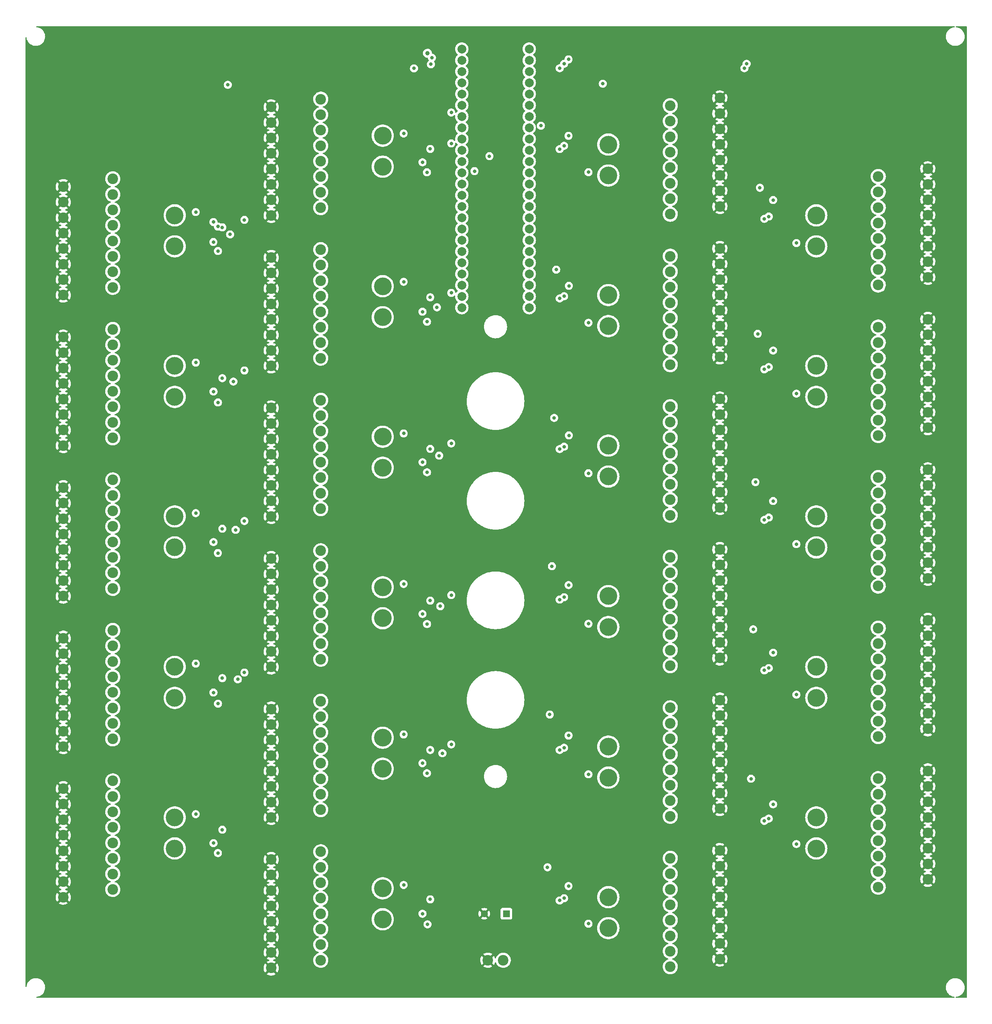
<source format=gbr>
%TF.GenerationSoftware,KiCad,Pcbnew,(6.0.10)*%
%TF.CreationDate,2024-04-02T10:47:47-04:00*%
%TF.ProjectId,OM3Controller,4f4d3343-6f6e-4747-926f-6c6c65722e6b,rev?*%
%TF.SameCoordinates,Original*%
%TF.FileFunction,Copper,L3,Inr*%
%TF.FilePolarity,Positive*%
%FSLAX46Y46*%
G04 Gerber Fmt 4.6, Leading zero omitted, Abs format (unit mm)*
G04 Created by KiCad (PCBNEW (6.0.10)) date 2024-04-02 10:47:47*
%MOMM*%
%LPD*%
G01*
G04 APERTURE LIST*
%TA.AperFunction,ComponentPad*%
%ADD10C,2.400000*%
%TD*%
%TA.AperFunction,ComponentPad*%
%ADD11C,2.000000*%
%TD*%
%TA.AperFunction,ComponentPad*%
%ADD12R,1.600000X1.600000*%
%TD*%
%TA.AperFunction,ComponentPad*%
%ADD13C,1.600000*%
%TD*%
%TA.AperFunction,ViaPad*%
%ADD14C,2.000000*%
%TD*%
%TA.AperFunction,ViaPad*%
%ADD15C,4.000000*%
%TD*%
%TA.AperFunction,ViaPad*%
%ADD16C,0.800000*%
%TD*%
%TA.AperFunction,ViaPad*%
%ADD17C,1.000000*%
%TD*%
G04 APERTURE END LIST*
D10*
%TO.N,Net-(J21-Pad1)*%
%TO.C,J21*%
X419000000Y-228725000D03*
%TO.N,Earth*%
X430200000Y-226975000D03*
%TO.N,Net-(J21-Pad3)*%
X419000000Y-225225000D03*
%TO.N,Earth*%
X430200000Y-223475000D03*
%TO.N,Net-(J21-Pad5)*%
X419000000Y-221725000D03*
%TO.N,Earth*%
X430200000Y-219975000D03*
%TO.N,Net-(J21-Pad7)*%
X419000000Y-218225000D03*
%TO.N,Earth*%
X430200000Y-216475000D03*
%TO.N,Net-(J21-Pad9)*%
X419000000Y-214725000D03*
%TO.N,Earth*%
X430200000Y-212975000D03*
%TO.N,Net-(J21-Pad11)*%
X419000000Y-211225000D03*
%TO.N,Earth*%
X430200000Y-209475000D03*
%TO.N,Net-(J21-Pad13)*%
X419000000Y-207725000D03*
%TO.N,Earth*%
X430200000Y-205975000D03*
%TO.N,Net-(J21-Pad15)*%
X419000000Y-204225000D03*
%TO.N,Earth*%
X430200000Y-202475000D03*
%TD*%
%TO.N,Net-(J3-Pad1)*%
%TO.C,J3*%
X246000000Y-238750000D03*
%TO.N,Earth*%
X234800000Y-240500000D03*
%TO.N,Net-(J3-Pad3)*%
X246000000Y-242250000D03*
%TO.N,Earth*%
X234800000Y-244000000D03*
%TO.N,Net-(J3-Pad5)*%
X246000000Y-245750000D03*
%TO.N,Earth*%
X234800000Y-247500000D03*
%TO.N,Net-(J3-Pad7)*%
X246000000Y-249250000D03*
%TO.N,Earth*%
X234800000Y-251000000D03*
%TO.N,Net-(J3-Pad9)*%
X246000000Y-252750000D03*
%TO.N,Earth*%
X234800000Y-254500000D03*
%TO.N,Net-(J3-Pad11)*%
X246000000Y-256250000D03*
%TO.N,Earth*%
X234800000Y-258000000D03*
%TO.N,Net-(J3-Pad13)*%
X246000000Y-259750000D03*
%TO.N,Earth*%
X234800000Y-261500000D03*
%TO.N,Net-(J3-Pad15)*%
X246000000Y-263250000D03*
%TO.N,Earth*%
X234800000Y-265000000D03*
%TD*%
%TO.N,Net-(J18-Pad1)*%
%TO.C,J18*%
X372000000Y-314725000D03*
%TO.N,Earth*%
X383200000Y-312975000D03*
%TO.N,Net-(J18-Pad3)*%
X372000000Y-311225000D03*
%TO.N,Earth*%
X383200000Y-309475000D03*
%TO.N,Net-(J18-Pad5)*%
X372000000Y-307725000D03*
%TO.N,Earth*%
X383200000Y-305975000D03*
%TO.N,Net-(J18-Pad7)*%
X372000000Y-304225000D03*
%TO.N,Earth*%
X383200000Y-302475000D03*
%TO.N,Net-(J18-Pad9)*%
X372000000Y-300725000D03*
%TO.N,Earth*%
X383200000Y-298975000D03*
%TO.N,Net-(J18-Pad11)*%
X372000000Y-297225000D03*
%TO.N,Earth*%
X383200000Y-295475000D03*
%TO.N,Net-(J18-Pad13)*%
X372000000Y-293725000D03*
%TO.N,Earth*%
X383200000Y-291975000D03*
%TO.N,Net-(J18-Pad15)*%
X372000000Y-290225000D03*
%TO.N,Earth*%
X383200000Y-288475000D03*
%TD*%
%TO.N,Net-(J15-Pad1)*%
%TO.C,J15*%
X372000000Y-212725000D03*
%TO.N,Earth*%
X383200000Y-210975000D03*
%TO.N,Net-(J15-Pad3)*%
X372000000Y-209225000D03*
%TO.N,Earth*%
X383200000Y-207475000D03*
%TO.N,Net-(J15-Pad5)*%
X372000000Y-205725000D03*
%TO.N,Earth*%
X383200000Y-203975000D03*
%TO.N,Net-(J15-Pad7)*%
X372000000Y-202225000D03*
%TO.N,Earth*%
X383200000Y-200475000D03*
%TO.N,Net-(J15-Pad9)*%
X372000000Y-198725000D03*
%TO.N,Earth*%
X383200000Y-196975000D03*
%TO.N,Net-(J15-Pad11)*%
X372000000Y-195225000D03*
%TO.N,Earth*%
X383200000Y-193475000D03*
%TO.N,Net-(J15-Pad13)*%
X372000000Y-191725000D03*
%TO.N,Earth*%
X383200000Y-189975000D03*
%TO.N,Net-(J15-Pad15)*%
X372000000Y-188225000D03*
%TO.N,Earth*%
X383200000Y-186475000D03*
%TD*%
%TO.N,Net-(J9-Pad1)*%
%TO.C,J9*%
X293000000Y-254750000D03*
%TO.N,Earth*%
X281800000Y-256500000D03*
%TO.N,Net-(J9-Pad3)*%
X293000000Y-258250000D03*
%TO.N,Earth*%
X281800000Y-260000000D03*
%TO.N,Net-(J9-Pad5)*%
X293000000Y-261750000D03*
%TO.N,Earth*%
X281800000Y-263500000D03*
%TO.N,Net-(J9-Pad7)*%
X293000000Y-265250000D03*
%TO.N,Earth*%
X281800000Y-267000000D03*
%TO.N,Net-(J9-Pad9)*%
X293000000Y-268750000D03*
%TO.N,Earth*%
X281800000Y-270500000D03*
%TO.N,Net-(J9-Pad11)*%
X293000000Y-272250000D03*
%TO.N,Earth*%
X281800000Y-274000000D03*
%TO.N,Net-(J9-Pad13)*%
X293000000Y-275750000D03*
%TO.N,Earth*%
X281800000Y-277500000D03*
%TO.N,Net-(J9-Pad15)*%
X293000000Y-279250000D03*
%TO.N,Earth*%
X281800000Y-281000000D03*
%TD*%
%TO.N,Net-(J4-Pad1)*%
%TO.C,J4*%
X246000000Y-272750000D03*
%TO.N,Earth*%
X234800000Y-274500000D03*
%TO.N,Net-(J4-Pad3)*%
X246000000Y-276250000D03*
%TO.N,Earth*%
X234800000Y-278000000D03*
%TO.N,Net-(J4-Pad5)*%
X246000000Y-279750000D03*
%TO.N,Earth*%
X234800000Y-281500000D03*
%TO.N,Net-(J4-Pad7)*%
X246000000Y-283250000D03*
%TO.N,Earth*%
X234800000Y-285000000D03*
%TO.N,Net-(J4-Pad9)*%
X246000000Y-286750000D03*
%TO.N,Earth*%
X234800000Y-288500000D03*
%TO.N,Net-(J4-Pad11)*%
X246000000Y-290250000D03*
%TO.N,Earth*%
X234800000Y-292000000D03*
%TO.N,Net-(J4-Pad13)*%
X246000000Y-293750000D03*
%TO.N,Earth*%
X234800000Y-295500000D03*
%TO.N,Net-(J4-Pad15)*%
X246000000Y-297250000D03*
%TO.N,Earth*%
X234800000Y-299000000D03*
%TD*%
%TO.N,Net-(J17-Pad1)*%
%TO.C,J17*%
X372000000Y-280725000D03*
%TO.N,Earth*%
X383200000Y-278975000D03*
%TO.N,Net-(J17-Pad3)*%
X372000000Y-277225000D03*
%TO.N,Earth*%
X383200000Y-275475000D03*
%TO.N,Net-(J17-Pad5)*%
X372000000Y-273725000D03*
%TO.N,Earth*%
X383200000Y-271975000D03*
%TO.N,Net-(J17-Pad7)*%
X372000000Y-270225000D03*
%TO.N,Earth*%
X383200000Y-268475000D03*
%TO.N,Net-(J17-Pad9)*%
X372000000Y-266725000D03*
%TO.N,Earth*%
X383200000Y-264975000D03*
%TO.N,Net-(J17-Pad11)*%
X372000000Y-263225000D03*
%TO.N,Earth*%
X383200000Y-261475000D03*
%TO.N,Net-(J17-Pad13)*%
X372000000Y-259725000D03*
%TO.N,Earth*%
X383200000Y-257975000D03*
%TO.N,Net-(J17-Pad15)*%
X372000000Y-256225000D03*
%TO.N,Earth*%
X383200000Y-254475000D03*
%TD*%
%TO.N,Net-(J16-Pad1)*%
%TO.C,J16*%
X372000000Y-246725000D03*
%TO.N,Earth*%
X383200000Y-244975000D03*
%TO.N,Net-(J16-Pad3)*%
X372000000Y-243225000D03*
%TO.N,Earth*%
X383200000Y-241475000D03*
%TO.N,Net-(J16-Pad5)*%
X372000000Y-239725000D03*
%TO.N,Earth*%
X383200000Y-237975000D03*
%TO.N,Net-(J16-Pad7)*%
X372000000Y-236225000D03*
%TO.N,Earth*%
X383200000Y-234475000D03*
%TO.N,Net-(J16-Pad9)*%
X372000000Y-232725000D03*
%TO.N,Earth*%
X383200000Y-230975000D03*
%TO.N,Net-(J16-Pad11)*%
X372000000Y-229225000D03*
%TO.N,Earth*%
X383200000Y-227475000D03*
%TO.N,Net-(J16-Pad13)*%
X372000000Y-225725000D03*
%TO.N,Earth*%
X383200000Y-223975000D03*
%TO.N,Net-(J16-Pad15)*%
X372000000Y-222225000D03*
%TO.N,Earth*%
X383200000Y-220475000D03*
%TD*%
%TO.N,Net-(J6-Pad1)*%
%TO.C,J6*%
X293000000Y-152750000D03*
%TO.N,Earth*%
X281800000Y-154500000D03*
%TO.N,Net-(J6-Pad3)*%
X293000000Y-156250000D03*
%TO.N,Earth*%
X281800000Y-158000000D03*
%TO.N,Net-(J6-Pad5)*%
X293000000Y-159750000D03*
%TO.N,Earth*%
X281800000Y-161500000D03*
%TO.N,Net-(J6-Pad7)*%
X293000000Y-163250000D03*
%TO.N,Earth*%
X281800000Y-165000000D03*
%TO.N,Net-(J6-Pad9)*%
X293000000Y-166750000D03*
%TO.N,Earth*%
X281800000Y-168500000D03*
%TO.N,Net-(J6-Pad11)*%
X293000000Y-170250000D03*
%TO.N,Earth*%
X281800000Y-172000000D03*
%TO.N,Net-(J6-Pad13)*%
X293000000Y-173750000D03*
%TO.N,Earth*%
X281800000Y-175500000D03*
%TO.N,Net-(J6-Pad15)*%
X293000000Y-177250000D03*
%TO.N,Earth*%
X281800000Y-179000000D03*
%TD*%
%TO.N,Net-(J22-Pad1)*%
%TO.C,J22*%
X419000000Y-262725000D03*
%TO.N,Earth*%
X430200000Y-260975000D03*
%TO.N,Net-(J22-Pad3)*%
X419000000Y-259225000D03*
%TO.N,Earth*%
X430200000Y-257475000D03*
%TO.N,Net-(J22-Pad5)*%
X419000000Y-255725000D03*
%TO.N,Earth*%
X430200000Y-253975000D03*
%TO.N,Net-(J22-Pad7)*%
X419000000Y-252225000D03*
%TO.N,Earth*%
X430200000Y-250475000D03*
%TO.N,Net-(J22-Pad9)*%
X419000000Y-248725000D03*
%TO.N,Earth*%
X430200000Y-246975000D03*
%TO.N,Net-(J22-Pad11)*%
X419000000Y-245225000D03*
%TO.N,Earth*%
X430200000Y-243475000D03*
%TO.N,Net-(J22-Pad13)*%
X419000000Y-241725000D03*
%TO.N,Earth*%
X430200000Y-239975000D03*
%TO.N,Net-(J22-Pad15)*%
X419000000Y-238225000D03*
%TO.N,Earth*%
X430200000Y-236475000D03*
%TD*%
%TO.N,Net-(J7-Pad1)*%
%TO.C,J7*%
X293000000Y-186750000D03*
%TO.N,Earth*%
X281800000Y-188500000D03*
%TO.N,Net-(J7-Pad3)*%
X293000000Y-190250000D03*
%TO.N,Earth*%
X281800000Y-192000000D03*
%TO.N,Net-(J7-Pad5)*%
X293000000Y-193750000D03*
%TO.N,Earth*%
X281800000Y-195500000D03*
%TO.N,Net-(J7-Pad7)*%
X293000000Y-197250000D03*
%TO.N,Earth*%
X281800000Y-199000000D03*
%TO.N,Net-(J7-Pad9)*%
X293000000Y-200750000D03*
%TO.N,Earth*%
X281800000Y-202500000D03*
%TO.N,Net-(J7-Pad11)*%
X293000000Y-204250000D03*
%TO.N,Earth*%
X281800000Y-206000000D03*
%TO.N,Net-(J7-Pad13)*%
X293000000Y-207750000D03*
%TO.N,Earth*%
X281800000Y-209500000D03*
%TO.N,Net-(J7-Pad15)*%
X293000000Y-211250000D03*
%TO.N,Earth*%
X281800000Y-213000000D03*
%TD*%
%TO.N,Net-(J1-Pad1)*%
%TO.C,J1*%
X246000000Y-170750000D03*
%TO.N,Earth*%
X234800000Y-172500000D03*
%TO.N,Net-(J1-Pad3)*%
X246000000Y-174250000D03*
%TO.N,Earth*%
X234800000Y-176000000D03*
%TO.N,Net-(J1-Pad5)*%
X246000000Y-177750000D03*
%TO.N,Earth*%
X234800000Y-179500000D03*
%TO.N,Net-(J1-Pad7)*%
X246000000Y-181250000D03*
%TO.N,Earth*%
X234800000Y-183000000D03*
%TO.N,Net-(J1-Pad9)*%
X246000000Y-184750000D03*
%TO.N,Earth*%
X234800000Y-186500000D03*
%TO.N,Net-(J1-Pad11)*%
X246000000Y-188250000D03*
%TO.N,Earth*%
X234800000Y-190000000D03*
%TO.N,Net-(J1-Pad13)*%
X246000000Y-191750000D03*
%TO.N,Earth*%
X234800000Y-193500000D03*
%TO.N,Net-(J1-Pad15)*%
X246000000Y-195250000D03*
%TO.N,Earth*%
X234800000Y-197000000D03*
%TD*%
%TO.N,Net-(J19-Pad1)*%
%TO.C,J19*%
X372000000Y-348725000D03*
%TO.N,Earth*%
X383200000Y-346975000D03*
%TO.N,Net-(J19-Pad3)*%
X372000000Y-345225000D03*
%TO.N,Earth*%
X383200000Y-343475000D03*
%TO.N,Net-(J19-Pad5)*%
X372000000Y-341725000D03*
%TO.N,Earth*%
X383200000Y-339975000D03*
%TO.N,Net-(J19-Pad7)*%
X372000000Y-338225000D03*
%TO.N,Earth*%
X383200000Y-336475000D03*
%TO.N,Net-(J19-Pad9)*%
X372000000Y-334725000D03*
%TO.N,Earth*%
X383200000Y-332975000D03*
%TO.N,Net-(J19-Pad11)*%
X372000000Y-331225000D03*
%TO.N,Earth*%
X383200000Y-329475000D03*
%TO.N,Net-(J19-Pad13)*%
X372000000Y-327725000D03*
%TO.N,Earth*%
X383200000Y-325975000D03*
%TO.N,Net-(J19-Pad15)*%
X372000000Y-324225000D03*
%TO.N,Earth*%
X383200000Y-322475000D03*
%TD*%
%TO.N,Net-(J8-Pad1)*%
%TO.C,J8*%
X293000000Y-220750000D03*
%TO.N,Earth*%
X281800000Y-222500000D03*
%TO.N,Net-(J8-Pad3)*%
X293000000Y-224250000D03*
%TO.N,Earth*%
X281800000Y-226000000D03*
%TO.N,Net-(J8-Pad5)*%
X293000000Y-227750000D03*
%TO.N,Earth*%
X281800000Y-229500000D03*
%TO.N,Net-(J8-Pad7)*%
X293000000Y-231250000D03*
%TO.N,Earth*%
X281800000Y-233000000D03*
%TO.N,Net-(J8-Pad9)*%
X293000000Y-234750000D03*
%TO.N,Earth*%
X281800000Y-236500000D03*
%TO.N,Net-(J8-Pad11)*%
X293000000Y-238250000D03*
%TO.N,Earth*%
X281800000Y-240000000D03*
%TO.N,Net-(J8-Pad13)*%
X293000000Y-241750000D03*
%TO.N,Earth*%
X281800000Y-243500000D03*
%TO.N,Net-(J8-Pad15)*%
X293000000Y-245250000D03*
%TO.N,Earth*%
X281800000Y-247000000D03*
%TD*%
D11*
%TO.N,GND*%
%TO.C,MCU1*%
X324880000Y-141425000D03*
%TO.N,Net-(MCU1-Pad2)*%
X324880000Y-143965000D03*
%TO.N,Net-(MCU1-Pad3)*%
X324880000Y-146505000D03*
%TO.N,Net-(MCU1-Pad4)*%
X324880000Y-149045000D03*
%TO.N,Net-(MCU1-Pad5)*%
X324880000Y-151585000D03*
%TO.N,Net-(MCU1-Pad6)*%
X324880000Y-154125000D03*
%TO.N,Net-(MCU1-Pad7)*%
X324880000Y-156665000D03*
%TO.N,Net-(MCU1-Pad8)*%
X324880000Y-159205000D03*
%TO.N,Net-(MCU1-Pad9)*%
X324880000Y-161745000D03*
%TO.N,Net-(MCU1-Pad10)*%
X324880000Y-164285000D03*
%TO.N,Net-(MCU1-Pad11)*%
X324880000Y-166825000D03*
%TO.N,Net-(MCU1-Pad12)*%
X324880000Y-169365000D03*
%TO.N,Net-(MCU1-Pad13)*%
X324880000Y-171905000D03*
%TO.N,unconnected-(MCU1-Pad14)*%
X324880000Y-174445000D03*
%TO.N,Net-(MCU1-Pad15)*%
X324880000Y-176985000D03*
%TO.N,Net-(MCU1-Pad16)*%
X324880000Y-179525000D03*
%TO.N,unconnected-(MCU1-Pad17)*%
X324880000Y-182065000D03*
%TO.N,unconnected-(MCU1-Pad18)*%
X324880000Y-184605000D03*
%TO.N,unconnected-(MCU1-Pad19)*%
X324880000Y-187145000D03*
%TO.N,unconnected-(MCU1-Pad20)*%
X324880000Y-189685000D03*
%TO.N,unconnected-(MCU1-Pad21)*%
X324880000Y-192225000D03*
%TO.N,unconnected-(MCU1-Pad22)*%
X324880000Y-194765000D03*
%TO.N,unconnected-(MCU1-Pad23)*%
X324880000Y-197305000D03*
%TO.N,unconnected-(MCU1-Pad24)*%
X324880000Y-199845000D03*
%TO.N,unconnected-(MCU1-Pad25)*%
X340120000Y-141425000D03*
%TO.N,GND*%
X340120000Y-143965000D03*
%TO.N,Net-(MCU1-Pad27)*%
X340120000Y-146505000D03*
%TO.N,Net-(MCU1-Pad28)*%
X340120000Y-149045000D03*
%TO.N,Net-(MCU1-Pad29)*%
X340120000Y-151585000D03*
%TO.N,Net-(MCU1-Pad30)*%
X340120000Y-154125000D03*
%TO.N,Net-(MCU1-Pad31)*%
X340120000Y-156665000D03*
%TO.N,Net-(MCU1-Pad32)*%
X340120000Y-159205000D03*
%TO.N,Net-(MCU1-Pad33)*%
X340120000Y-161745000D03*
%TO.N,Net-(MCU1-Pad34)*%
X340120000Y-164285000D03*
%TO.N,Net-(MCU1-Pad35)*%
X340120000Y-166825000D03*
%TO.N,Net-(MCU1-Pad36)*%
X340120000Y-169365000D03*
%TO.N,Net-(MCU1-Pad37)*%
X340120000Y-171905000D03*
%TO.N,Net-(MCU1-Pad38)*%
X340120000Y-174445000D03*
%TO.N,GND*%
X340120000Y-176985000D03*
%TO.N,Net-(MCU1-Pad40)*%
X340120000Y-179525000D03*
%TO.N,unconnected-(MCU1-Pad41)*%
X340120000Y-182065000D03*
%TO.N,unconnected-(MCU1-Pad42)*%
X340120000Y-184605000D03*
%TO.N,unconnected-(MCU1-Pad43)*%
X340120000Y-187145000D03*
%TO.N,unconnected-(MCU1-Pad44)*%
X340120000Y-189685000D03*
%TO.N,unconnected-(MCU1-Pad45)*%
X340120000Y-192225000D03*
%TO.N,unconnected-(MCU1-Pad46)*%
X340120000Y-194765000D03*
%TO.N,unconnected-(MCU1-Pad47)*%
X340120000Y-197305000D03*
%TO.N,unconnected-(MCU1-Pad48)*%
X340120000Y-199845000D03*
%TD*%
D10*
%TO.N,Net-(J5-Pad1)*%
%TO.C,J5*%
X246000000Y-306750000D03*
%TO.N,Earth*%
X234800000Y-308500000D03*
%TO.N,Net-(J5-Pad3)*%
X246000000Y-310250000D03*
%TO.N,Earth*%
X234800000Y-312000000D03*
%TO.N,Net-(J5-Pad5)*%
X246000000Y-313750000D03*
%TO.N,Earth*%
X234800000Y-315500000D03*
%TO.N,Net-(J5-Pad7)*%
X246000000Y-317250000D03*
%TO.N,Earth*%
X234800000Y-319000000D03*
%TO.N,Net-(J5-Pad9)*%
X246000000Y-320750000D03*
%TO.N,Earth*%
X234800000Y-322500000D03*
%TO.N,Net-(J5-Pad11)*%
X246000000Y-324250000D03*
%TO.N,Earth*%
X234800000Y-326000000D03*
%TO.N,Net-(J5-Pad13)*%
X246000000Y-327750000D03*
%TO.N,Earth*%
X234800000Y-329500000D03*
%TO.N,Net-(J5-Pad15)*%
X246000000Y-331250000D03*
%TO.N,Earth*%
X234800000Y-333000000D03*
%TD*%
%TO.N,Net-(J11-Pad1)*%
%TO.C,J11*%
X293000000Y-322750000D03*
%TO.N,Earth*%
X281800000Y-324500000D03*
%TO.N,Net-(J11-Pad3)*%
X293000000Y-326250000D03*
%TO.N,Earth*%
X281800000Y-328000000D03*
%TO.N,Net-(J11-Pad5)*%
X293000000Y-329750000D03*
%TO.N,Earth*%
X281800000Y-331500000D03*
%TO.N,Net-(J11-Pad7)*%
X293000000Y-333250000D03*
%TO.N,Earth*%
X281800000Y-335000000D03*
%TO.N,Net-(J11-Pad9)*%
X293000000Y-336750000D03*
%TO.N,Earth*%
X281800000Y-338500000D03*
%TO.N,Net-(J11-Pad11)*%
X293000000Y-340250000D03*
%TO.N,Earth*%
X281800000Y-342000000D03*
%TO.N,Net-(J11-Pad13)*%
X293000000Y-343750000D03*
%TO.N,Earth*%
X281800000Y-345500000D03*
%TO.N,Net-(J11-Pad15)*%
X293000000Y-347250000D03*
%TO.N,Earth*%
X281800000Y-349000000D03*
%TD*%
%TO.N,Net-(J10-Pad1)*%
%TO.C,J10*%
X293000000Y-288750000D03*
%TO.N,Earth*%
X281800000Y-290500000D03*
%TO.N,Net-(J10-Pad3)*%
X293000000Y-292250000D03*
%TO.N,Earth*%
X281800000Y-294000000D03*
%TO.N,Net-(J10-Pad5)*%
X293000000Y-295750000D03*
%TO.N,Earth*%
X281800000Y-297500000D03*
%TO.N,Net-(J10-Pad7)*%
X293000000Y-299250000D03*
%TO.N,Earth*%
X281800000Y-301000000D03*
%TO.N,Net-(J10-Pad9)*%
X293000000Y-302750000D03*
%TO.N,Earth*%
X281800000Y-304500000D03*
%TO.N,Net-(J10-Pad11)*%
X293000000Y-306250000D03*
%TO.N,Earth*%
X281800000Y-308000000D03*
%TO.N,Net-(J10-Pad13)*%
X293000000Y-309750000D03*
%TO.N,Earth*%
X281800000Y-311500000D03*
%TO.N,Net-(J10-Pad15)*%
X293000000Y-313250000D03*
%TO.N,Earth*%
X281800000Y-315000000D03*
%TD*%
%TO.N,Earth*%
%TO.C,J12*%
X330750000Y-347250000D03*
%TO.N,+24V*%
X334250000Y-347250000D03*
%TD*%
%TO.N,Net-(J2-Pad1)*%
%TO.C,J2*%
X246000000Y-204750000D03*
%TO.N,Earth*%
X234800000Y-206500000D03*
%TO.N,Net-(J2-Pad3)*%
X246000000Y-208250000D03*
%TO.N,Earth*%
X234800000Y-210000000D03*
%TO.N,Net-(J2-Pad5)*%
X246000000Y-211750000D03*
%TO.N,Earth*%
X234800000Y-213500000D03*
%TO.N,Net-(J2-Pad7)*%
X246000000Y-215250000D03*
%TO.N,Earth*%
X234800000Y-217000000D03*
%TO.N,Net-(J2-Pad9)*%
X246000000Y-218750000D03*
%TO.N,Earth*%
X234800000Y-220500000D03*
%TO.N,Net-(J2-Pad11)*%
X246000000Y-222250000D03*
%TO.N,Earth*%
X234800000Y-224000000D03*
%TO.N,Net-(J2-Pad13)*%
X246000000Y-225750000D03*
%TO.N,Earth*%
X234800000Y-227500000D03*
%TO.N,Net-(J2-Pad15)*%
X246000000Y-229250000D03*
%TO.N,Earth*%
X234800000Y-231000000D03*
%TD*%
%TO.N,Net-(J24-Pad1)*%
%TO.C,J24*%
X419000000Y-330725000D03*
%TO.N,Earth*%
X430200000Y-328975000D03*
%TO.N,Net-(J24-Pad3)*%
X419000000Y-327225000D03*
%TO.N,Earth*%
X430200000Y-325475000D03*
%TO.N,Net-(J24-Pad5)*%
X419000000Y-323725000D03*
%TO.N,Earth*%
X430200000Y-321975000D03*
%TO.N,Net-(J24-Pad7)*%
X419000000Y-320225000D03*
%TO.N,Earth*%
X430200000Y-318475000D03*
%TO.N,Net-(J24-Pad9)*%
X419000000Y-316725000D03*
%TO.N,Earth*%
X430200000Y-314975000D03*
%TO.N,Net-(J24-Pad11)*%
X419000000Y-313225000D03*
%TO.N,Earth*%
X430200000Y-311475000D03*
%TO.N,Net-(J24-Pad13)*%
X419000000Y-309725000D03*
%TO.N,Earth*%
X430200000Y-307975000D03*
%TO.N,Net-(J24-Pad15)*%
X419000000Y-306225000D03*
%TO.N,Earth*%
X430200000Y-304475000D03*
%TD*%
D12*
%TO.N,+24V*%
%TO.C,C12*%
X334957953Y-336750000D03*
D13*
%TO.N,Earth*%
X329957953Y-336750000D03*
%TD*%
D10*
%TO.N,Net-(J20-Pad1)*%
%TO.C,J20*%
X419000000Y-194725000D03*
%TO.N,Earth*%
X430200000Y-192975000D03*
%TO.N,Net-(J20-Pad3)*%
X419000000Y-191225000D03*
%TO.N,Earth*%
X430200000Y-189475000D03*
%TO.N,Net-(J20-Pad5)*%
X419000000Y-187725000D03*
%TO.N,Earth*%
X430200000Y-185975000D03*
%TO.N,Net-(J20-Pad7)*%
X419000000Y-184225000D03*
%TO.N,Earth*%
X430200000Y-182475000D03*
%TO.N,Net-(J20-Pad9)*%
X419000000Y-180725000D03*
%TO.N,Earth*%
X430200000Y-178975000D03*
%TO.N,Net-(J20-Pad11)*%
X419000000Y-177225000D03*
%TO.N,Earth*%
X430200000Y-175475000D03*
%TO.N,Net-(J20-Pad13)*%
X419000000Y-173725000D03*
%TO.N,Earth*%
X430200000Y-171975000D03*
%TO.N,Net-(J20-Pad15)*%
X419000000Y-170225000D03*
%TO.N,Earth*%
X430200000Y-168475000D03*
%TD*%
%TO.N,Net-(J14-Pad1)*%
%TO.C,J14*%
X372000000Y-178725000D03*
%TO.N,Earth*%
X383200000Y-176975000D03*
%TO.N,Net-(J14-Pad3)*%
X372000000Y-175225000D03*
%TO.N,Earth*%
X383200000Y-173475000D03*
%TO.N,Net-(J14-Pad5)*%
X372000000Y-171725000D03*
%TO.N,Earth*%
X383200000Y-169975000D03*
%TO.N,Net-(J14-Pad7)*%
X372000000Y-168225000D03*
%TO.N,Earth*%
X383200000Y-166475000D03*
%TO.N,Net-(J14-Pad9)*%
X372000000Y-164725000D03*
%TO.N,Earth*%
X383200000Y-162975000D03*
%TO.N,Net-(J14-Pad11)*%
X372000000Y-161225000D03*
%TO.N,Earth*%
X383200000Y-159475000D03*
%TO.N,Net-(J14-Pad13)*%
X372000000Y-157725000D03*
%TO.N,Earth*%
X383200000Y-155975000D03*
%TO.N,Net-(J14-Pad15)*%
X372000000Y-154225000D03*
%TO.N,Earth*%
X383200000Y-152475000D03*
%TD*%
%TO.N,Net-(J23-Pad1)*%
%TO.C,J23*%
X419000000Y-296725000D03*
%TO.N,Earth*%
X430200000Y-294975000D03*
%TO.N,Net-(J23-Pad3)*%
X419000000Y-293225000D03*
%TO.N,Earth*%
X430200000Y-291475000D03*
%TO.N,Net-(J23-Pad5)*%
X419000000Y-289725000D03*
%TO.N,Earth*%
X430200000Y-287975000D03*
%TO.N,Net-(J23-Pad7)*%
X419000000Y-286225000D03*
%TO.N,Earth*%
X430200000Y-284475000D03*
%TO.N,Net-(J23-Pad9)*%
X419000000Y-282725000D03*
%TO.N,Earth*%
X430200000Y-280975000D03*
%TO.N,Net-(J23-Pad11)*%
X419000000Y-279225000D03*
%TO.N,Earth*%
X430200000Y-277475000D03*
%TO.N,Net-(J23-Pad13)*%
X419000000Y-275725000D03*
%TO.N,Earth*%
X430200000Y-273975000D03*
%TO.N,Net-(J23-Pad15)*%
X419000000Y-272225000D03*
%TO.N,Earth*%
X430200000Y-270475000D03*
%TD*%
D14*
%TO.N,Earth*%
X358000000Y-252000000D03*
X260000000Y-200000000D03*
X307000000Y-151000000D03*
X405000000Y-301500000D03*
X405000000Y-231000000D03*
X307000000Y-182000000D03*
X307000000Y-250000000D03*
X307000000Y-318000000D03*
X307000000Y-218500000D03*
X405000000Y-268000000D03*
X358000000Y-215000000D03*
X260000000Y-169000000D03*
X358000000Y-184000000D03*
X405000000Y-200000000D03*
X307000000Y-286500000D03*
X358000000Y-282500000D03*
X358000000Y-350500000D03*
X260000000Y-302000000D03*
X358000000Y-320000000D03*
X260000000Y-236500000D03*
X260000000Y-268000000D03*
X405000000Y-332500000D03*
D15*
%TO.N,+24V*%
X307000000Y-195000000D03*
X405000000Y-213000000D03*
X358000000Y-306000000D03*
X307000000Y-229000000D03*
X260000000Y-213000000D03*
X358000000Y-204000000D03*
X260000000Y-247000000D03*
X307000000Y-236000000D03*
X307000000Y-304000000D03*
X405000000Y-179000000D03*
X358000000Y-238000000D03*
X405000000Y-186000000D03*
X307000000Y-297000000D03*
X260000000Y-281000000D03*
X358000000Y-272000000D03*
X405000000Y-315000000D03*
X358000000Y-333000000D03*
X405000000Y-254000000D03*
X307000000Y-202000000D03*
X307000000Y-161000000D03*
X307000000Y-270000000D03*
X358000000Y-163000000D03*
X358000000Y-197000000D03*
X260000000Y-220000000D03*
X260000000Y-179000000D03*
X405000000Y-247000000D03*
X260000000Y-322000000D03*
X260000000Y-315000000D03*
X260000000Y-288000000D03*
X405000000Y-220000000D03*
X358000000Y-231000000D03*
X405000000Y-281000000D03*
X358000000Y-299000000D03*
X260000000Y-186000000D03*
X405000000Y-288000000D03*
X307000000Y-263000000D03*
X358000000Y-265000000D03*
X307000000Y-331000000D03*
X405000000Y-322000000D03*
X358000000Y-340000000D03*
X358000000Y-170000000D03*
X260000000Y-254000000D03*
X307000000Y-338000000D03*
X307000000Y-168000000D03*
D16*
%TO.N,GND*%
X400500000Y-287250000D03*
X264750000Y-280250000D03*
X353500000Y-339000000D03*
X311750000Y-160500000D03*
X353500000Y-271250000D03*
X264750000Y-212250000D03*
X264750000Y-178250000D03*
X353500000Y-169250000D03*
X314075000Y-145780500D03*
X311750000Y-262250000D03*
X353500000Y-203250000D03*
X400500000Y-321000000D03*
X353500000Y-237250000D03*
X311750000Y-228250000D03*
X400500000Y-253250000D03*
X311750000Y-194000000D03*
X400500000Y-185250000D03*
X400500000Y-219250000D03*
X264750000Y-314250000D03*
X311750000Y-330250000D03*
X264750000Y-246250000D03*
X272000000Y-149500000D03*
X311750000Y-296250000D03*
X353500000Y-305250000D03*
%TO.N,Net-(MCU1-Pad2)*%
X273262299Y-216537299D03*
X322500000Y-264775000D03*
X275750000Y-180025000D03*
X392250000Y-172750000D03*
X319262299Y-199762299D03*
X342750000Y-158750000D03*
X346224500Y-191250000D03*
X322500000Y-298500000D03*
X320012299Y-267287299D03*
X320500000Y-300500000D03*
X391250000Y-239250000D03*
X275750000Y-282275000D03*
X390750000Y-272500000D03*
X275750000Y-214025000D03*
X322500000Y-196500000D03*
X273762299Y-250037299D03*
X391750000Y-205750000D03*
X344250000Y-326250000D03*
X345250000Y-258250000D03*
X274262299Y-283787299D03*
X322500000Y-155750000D03*
X356750000Y-149250000D03*
X322500000Y-162750000D03*
X344750000Y-291750000D03*
X345750000Y-224750000D03*
X390250000Y-306250000D03*
X272512299Y-183287299D03*
X275750000Y-248025000D03*
X322500000Y-230500000D03*
X319762299Y-233262299D03*
%TO.N,Net-(MCU1-Pad27)*%
X349000000Y-143750000D03*
X349000000Y-161025000D03*
X349080497Y-194919503D03*
X349012299Y-296487701D03*
X349000000Y-330500000D03*
X395250000Y-312025000D03*
X395250000Y-175525000D03*
X395250000Y-209525000D03*
X395250000Y-277775000D03*
X349080497Y-228694503D03*
X349012299Y-262512701D03*
X395250000Y-243525000D03*
%TO.N,Net-(MCU1-Pad15)*%
X269774598Y-289299598D03*
X269750000Y-181525000D03*
X318125000Y-143375000D03*
X317024598Y-237024598D03*
X317024598Y-203024598D03*
X269750000Y-255275000D03*
X269774598Y-187049598D03*
X269774598Y-221250402D03*
X317012299Y-305012299D03*
X317024598Y-271299598D03*
X317012299Y-169262299D03*
X269762299Y-323037299D03*
X317132330Y-339142269D03*
%TO.N,Net-(R1-Pad2)*%
X389250000Y-144750000D03*
X348000000Y-299250000D03*
X268762299Y-252787299D03*
X316000000Y-200750000D03*
X348000000Y-163275000D03*
X348000000Y-197250000D03*
X316000000Y-269025000D03*
D17*
X317125000Y-142375000D03*
D16*
X315987701Y-302737701D03*
X394250000Y-179250000D03*
X348000000Y-231250000D03*
X394250000Y-213250000D03*
X394250000Y-281250000D03*
X268750000Y-180500000D03*
X348000000Y-333250000D03*
X394250000Y-247250000D03*
X316000000Y-167000000D03*
X348000000Y-265250000D03*
X394250000Y-315250000D03*
X268762299Y-320787299D03*
X316000000Y-336750000D03*
X268737701Y-185012701D03*
X268762299Y-218787299D03*
X348000000Y-144750000D03*
X268750000Y-286775000D03*
X316000000Y-234750000D03*
%TO.N,Net-(U1-Pad6)*%
X317750000Y-197500000D03*
X393250000Y-247775000D03*
X317750000Y-333500000D03*
X393250000Y-315775000D03*
X317750000Y-299750000D03*
X347000000Y-145750000D03*
X347000000Y-231775000D03*
X270750000Y-283525000D03*
X270750000Y-215775000D03*
X317900000Y-144850000D03*
X393250000Y-213775000D03*
X270750000Y-249775000D03*
X347000000Y-299750000D03*
X270750000Y-317775000D03*
X347000000Y-164025000D03*
X393250000Y-281775000D03*
X317750000Y-231750000D03*
X270750000Y-181700000D03*
X317750000Y-164000000D03*
X388750000Y-145750000D03*
X393250000Y-179775000D03*
X347000000Y-333750000D03*
X317750000Y-266025000D03*
X347000000Y-197750000D03*
X331125000Y-165625000D03*
X327750000Y-169000000D03*
X347000000Y-265775000D03*
%TD*%
%TA.AperFunction,Conductor*%
%TO.N,Earth*%
G36*
X436241655Y-136270002D02*
G01*
X436288148Y-136323658D01*
X436298252Y-136393932D01*
X436268758Y-136458512D01*
X436209032Y-136496896D01*
X436189980Y-136500922D01*
X435982266Y-136528268D01*
X435978126Y-136529401D01*
X435978124Y-136529401D01*
X435901311Y-136550415D01*
X435704964Y-136604129D01*
X435701016Y-136605813D01*
X435444476Y-136715237D01*
X435444472Y-136715239D01*
X435440524Y-136716923D01*
X435315960Y-136791473D01*
X435197521Y-136862357D01*
X435197517Y-136862360D01*
X435193839Y-136864561D01*
X434969472Y-137044313D01*
X434771577Y-137252851D01*
X434669243Y-137395263D01*
X434620078Y-137463684D01*
X434603814Y-137486317D01*
X434469288Y-137740392D01*
X434370489Y-138010373D01*
X434309245Y-138291264D01*
X434308909Y-138295534D01*
X434287196Y-138571428D01*
X434287195Y-138571428D01*
X434287196Y-138571430D01*
X434286689Y-138577869D01*
X434303238Y-138864883D01*
X434304063Y-138869088D01*
X434304064Y-138869096D01*
X434336010Y-139031921D01*
X434358586Y-139146995D01*
X434359973Y-139151045D01*
X434359974Y-139151050D01*
X434435557Y-139371807D01*
X434451710Y-139418986D01*
X434453637Y-139422817D01*
X434541310Y-139597135D01*
X434580885Y-139675822D01*
X434743721Y-139912750D01*
X434746608Y-139915923D01*
X434746609Y-139915924D01*
X434812001Y-139987789D01*
X434937206Y-140125388D01*
X434940501Y-140128143D01*
X434940502Y-140128144D01*
X435024338Y-140198241D01*
X435157759Y-140309798D01*
X435401298Y-140462571D01*
X435663318Y-140580877D01*
X435667437Y-140582097D01*
X435934857Y-140661311D01*
X435934862Y-140661312D01*
X435938970Y-140662529D01*
X435943204Y-140663177D01*
X435943209Y-140663178D01*
X436191811Y-140701219D01*
X436223153Y-140706015D01*
X436369485Y-140708314D01*
X436506317Y-140710464D01*
X436506323Y-140710464D01*
X436510608Y-140710531D01*
X436514860Y-140710016D01*
X436514868Y-140710016D01*
X436791756Y-140676508D01*
X436791761Y-140676507D01*
X436796017Y-140675992D01*
X437074097Y-140603039D01*
X437339704Y-140493021D01*
X437569418Y-140358787D01*
X437584219Y-140350138D01*
X437584220Y-140350137D01*
X437587922Y-140347974D01*
X437814159Y-140170582D01*
X437855285Y-140128144D01*
X437993133Y-139985895D01*
X438014227Y-139964128D01*
X438016760Y-139960680D01*
X438016764Y-139960675D01*
X438181887Y-139735886D01*
X438184425Y-139732431D01*
X438321604Y-139479779D01*
X438423225Y-139210848D01*
X438487407Y-138930613D01*
X438501675Y-138770748D01*
X438512743Y-138646726D01*
X438512743Y-138646724D01*
X438512963Y-138644260D01*
X438513427Y-138600000D01*
X438503514Y-138454593D01*
X438494165Y-138317452D01*
X438494164Y-138317446D01*
X438493873Y-138313175D01*
X438489336Y-138291264D01*
X438436443Y-138035855D01*
X438435574Y-138031658D01*
X438339607Y-137760657D01*
X438207750Y-137505188D01*
X438194488Y-137486317D01*
X438121856Y-137382973D01*
X438042441Y-137269977D01*
X437936704Y-137156191D01*
X437849661Y-137062521D01*
X437849658Y-137062519D01*
X437846740Y-137059378D01*
X437624268Y-136877287D01*
X437379142Y-136727073D01*
X437361048Y-136719130D01*
X437119830Y-136613243D01*
X437115898Y-136611517D01*
X437089963Y-136604129D01*
X436843534Y-136533932D01*
X436843535Y-136533932D01*
X436839406Y-136532756D01*
X436614467Y-136500743D01*
X436549844Y-136471342D01*
X436511375Y-136411671D01*
X436511273Y-136340675D01*
X436549571Y-136280894D01*
X436614110Y-136251308D01*
X436632220Y-136250000D01*
X438874000Y-136250000D01*
X438942121Y-136270002D01*
X438988614Y-136323658D01*
X439000000Y-136376000D01*
X439000000Y-355624000D01*
X438979998Y-355692121D01*
X438926342Y-355738614D01*
X438874000Y-355750000D01*
X436621750Y-355750000D01*
X436553629Y-355729998D01*
X436507136Y-355676342D01*
X436497032Y-355606068D01*
X436526526Y-355541488D01*
X436586252Y-355503104D01*
X436606612Y-355498913D01*
X436791756Y-355476508D01*
X436791761Y-355476507D01*
X436796017Y-355475992D01*
X437074097Y-355403039D01*
X437339704Y-355293021D01*
X437587922Y-355147974D01*
X437814159Y-354970582D01*
X437855285Y-354928144D01*
X438011244Y-354767206D01*
X438014227Y-354764128D01*
X438016760Y-354760680D01*
X438016764Y-354760675D01*
X438181887Y-354535886D01*
X438184425Y-354532431D01*
X438321604Y-354279779D01*
X438423225Y-354010848D01*
X438487407Y-353730613D01*
X438501675Y-353570748D01*
X438512743Y-353446726D01*
X438512743Y-353446724D01*
X438512963Y-353444260D01*
X438513427Y-353400000D01*
X438503514Y-353254593D01*
X438494165Y-353117452D01*
X438494164Y-353117446D01*
X438493873Y-353113175D01*
X438489336Y-353091264D01*
X438436443Y-352835855D01*
X438435574Y-352831658D01*
X438339607Y-352560657D01*
X438207750Y-352305188D01*
X438194488Y-352286317D01*
X438044904Y-352073482D01*
X438042441Y-352069977D01*
X437846740Y-351859378D01*
X437624268Y-351677287D01*
X437379142Y-351527073D01*
X437361048Y-351519130D01*
X437119830Y-351413243D01*
X437115898Y-351411517D01*
X437089963Y-351404129D01*
X436843534Y-351333932D01*
X436843535Y-351333932D01*
X436839406Y-351332756D01*
X436626704Y-351302485D01*
X436559036Y-351292854D01*
X436559034Y-351292854D01*
X436554784Y-351292249D01*
X436550495Y-351292227D01*
X436550488Y-351292226D01*
X436271583Y-351290765D01*
X436271576Y-351290765D01*
X436267297Y-351290743D01*
X436263053Y-351291302D01*
X436263049Y-351291302D01*
X436137660Y-351307810D01*
X435982266Y-351328268D01*
X435978126Y-351329401D01*
X435978124Y-351329401D01*
X435901311Y-351350415D01*
X435704964Y-351404129D01*
X435701016Y-351405813D01*
X435444476Y-351515237D01*
X435444472Y-351515239D01*
X435440524Y-351516923D01*
X435315960Y-351591473D01*
X435197521Y-351662357D01*
X435197517Y-351662360D01*
X435193839Y-351664561D01*
X434969472Y-351844313D01*
X434771577Y-352052851D01*
X434603814Y-352286317D01*
X434469288Y-352540392D01*
X434370489Y-352810373D01*
X434309245Y-353091264D01*
X434308909Y-353095534D01*
X434287196Y-353371428D01*
X434287195Y-353371428D01*
X434287196Y-353371430D01*
X434286689Y-353377869D01*
X434303238Y-353664883D01*
X434304063Y-353669088D01*
X434304064Y-353669096D01*
X434336010Y-353831921D01*
X434358586Y-353946995D01*
X434359973Y-353951045D01*
X434359974Y-353951050D01*
X434435557Y-354171807D01*
X434451710Y-354218986D01*
X434453637Y-354222817D01*
X434541310Y-354397135D01*
X434580885Y-354475822D01*
X434743721Y-354712750D01*
X434746608Y-354715923D01*
X434746609Y-354715924D01*
X434753246Y-354723218D01*
X434937206Y-354925388D01*
X434940501Y-354928143D01*
X434940502Y-354928144D01*
X435055331Y-355024155D01*
X435157759Y-355109798D01*
X435401298Y-355262571D01*
X435663318Y-355380877D01*
X435667437Y-355382097D01*
X435934857Y-355461311D01*
X435934862Y-355461312D01*
X435938970Y-355462529D01*
X435943204Y-355463177D01*
X435943209Y-355463178D01*
X436180250Y-355499450D01*
X436244561Y-355529526D01*
X436282403Y-355589597D01*
X436281761Y-355660590D01*
X436242839Y-355719967D01*
X436177994Y-355748875D01*
X436161191Y-355750000D01*
X228821750Y-355750000D01*
X228753629Y-355729998D01*
X228707136Y-355676342D01*
X228697032Y-355606068D01*
X228726526Y-355541488D01*
X228786252Y-355503104D01*
X228806612Y-355498913D01*
X228991756Y-355476508D01*
X228991761Y-355476507D01*
X228996017Y-355475992D01*
X229274097Y-355403039D01*
X229539704Y-355293021D01*
X229787922Y-355147974D01*
X230014159Y-354970582D01*
X230055285Y-354928144D01*
X230211244Y-354767206D01*
X230214227Y-354764128D01*
X230216760Y-354760680D01*
X230216764Y-354760675D01*
X230381887Y-354535886D01*
X230384425Y-354532431D01*
X230521604Y-354279779D01*
X230623225Y-354010848D01*
X230687407Y-353730613D01*
X230701675Y-353570748D01*
X230712743Y-353446726D01*
X230712743Y-353446724D01*
X230712963Y-353444260D01*
X230713427Y-353400000D01*
X230703514Y-353254593D01*
X230694165Y-353117452D01*
X230694164Y-353117446D01*
X230693873Y-353113175D01*
X230689336Y-353091264D01*
X230636443Y-352835855D01*
X230635574Y-352831658D01*
X230539607Y-352560657D01*
X230407750Y-352305188D01*
X230394488Y-352286317D01*
X230244904Y-352073482D01*
X230242441Y-352069977D01*
X230046740Y-351859378D01*
X229824268Y-351677287D01*
X229579142Y-351527073D01*
X229561048Y-351519130D01*
X229319830Y-351413243D01*
X229315898Y-351411517D01*
X229289963Y-351404129D01*
X229043534Y-351333932D01*
X229043535Y-351333932D01*
X229039406Y-351332756D01*
X228826704Y-351302485D01*
X228759036Y-351292854D01*
X228759034Y-351292854D01*
X228754784Y-351292249D01*
X228750495Y-351292227D01*
X228750488Y-351292226D01*
X228471583Y-351290765D01*
X228471576Y-351290765D01*
X228467297Y-351290743D01*
X228463053Y-351291302D01*
X228463049Y-351291302D01*
X228337660Y-351307810D01*
X228182266Y-351328268D01*
X228178126Y-351329401D01*
X228178124Y-351329401D01*
X228101311Y-351350415D01*
X227904964Y-351404129D01*
X227901016Y-351405813D01*
X227644476Y-351515237D01*
X227644472Y-351515239D01*
X227640524Y-351516923D01*
X227515960Y-351591473D01*
X227397521Y-351662357D01*
X227397517Y-351662360D01*
X227393839Y-351664561D01*
X227169472Y-351844313D01*
X226971577Y-352052851D01*
X226803814Y-352286317D01*
X226669288Y-352540392D01*
X226570489Y-352810373D01*
X226509245Y-353091264D01*
X226508909Y-353095534D01*
X226501612Y-353188252D01*
X226476327Y-353254593D01*
X226419189Y-353296733D01*
X226348339Y-353301292D01*
X226286271Y-353266823D01*
X226252691Y-353204270D01*
X226250000Y-353178366D01*
X226250000Y-350373359D01*
X280791386Y-350373359D01*
X280800099Y-350384879D01*
X280888586Y-350449760D01*
X280896505Y-350454708D01*
X281112877Y-350568547D01*
X281121451Y-350572275D01*
X281352282Y-350652885D01*
X281361291Y-350655299D01*
X281601518Y-350700908D01*
X281610775Y-350701962D01*
X281855107Y-350711563D01*
X281864420Y-350711237D01*
X282107478Y-350684618D01*
X282116655Y-350682917D01*
X282353107Y-350620665D01*
X282361926Y-350617628D01*
X282586584Y-350521107D01*
X282594856Y-350516800D01*
X282802777Y-350388135D01*
X282804620Y-350386796D01*
X282812038Y-350375541D01*
X282805974Y-350365184D01*
X281812812Y-349372022D01*
X281798868Y-349364408D01*
X281797035Y-349364539D01*
X281790420Y-349368790D01*
X280798044Y-350361166D01*
X280791386Y-350373359D01*
X226250000Y-350373359D01*
X226250000Y-348959835D01*
X280088022Y-348959835D01*
X280099754Y-349204064D01*
X280100891Y-349213324D01*
X280148593Y-349453143D01*
X280151082Y-349462118D01*
X280233708Y-349692250D01*
X280237505Y-349700778D01*
X280353234Y-349916160D01*
X280358245Y-349924027D01*
X280415173Y-350000263D01*
X280426431Y-350008712D01*
X280438850Y-350001940D01*
X281427978Y-349012812D01*
X281434356Y-349001132D01*
X282164408Y-349001132D01*
X282164539Y-349002965D01*
X282168790Y-349009580D01*
X283163732Y-350004522D01*
X283176112Y-350011282D01*
X283184453Y-350005038D01*
X283302700Y-349821202D01*
X283307147Y-349813011D01*
X283407572Y-349590076D01*
X283410767Y-349581298D01*
X283477135Y-349345973D01*
X283478993Y-349336844D01*
X283510044Y-349092770D01*
X283510525Y-349086483D01*
X283512706Y-349003160D01*
X283512555Y-348996851D01*
X283494321Y-348751486D01*
X283492944Y-348742280D01*
X283438979Y-348503786D01*
X283436255Y-348494875D01*
X283347633Y-348266983D01*
X283343619Y-348258567D01*
X283222284Y-348046276D01*
X283217074Y-348038553D01*
X283185787Y-347998865D01*
X283173863Y-347990395D01*
X283162328Y-347996882D01*
X282172022Y-348987188D01*
X282164408Y-349001132D01*
X281434356Y-349001132D01*
X281435592Y-348998868D01*
X281435461Y-348997035D01*
X281431210Y-348990420D01*
X280436828Y-347996038D01*
X280423520Y-347988771D01*
X280413481Y-347995893D01*
X280408581Y-348001784D01*
X280403168Y-348009373D01*
X280276322Y-348218409D01*
X280272084Y-348226726D01*
X280177529Y-348452214D01*
X280174572Y-348461052D01*
X280114384Y-348698042D01*
X280112763Y-348707232D01*
X280088267Y-348950510D01*
X280088022Y-348959835D01*
X226250000Y-348959835D01*
X226250000Y-347624917D01*
X280789330Y-347624917D01*
X280793903Y-347634693D01*
X281787188Y-348627978D01*
X281801132Y-348635592D01*
X281802965Y-348635461D01*
X281809580Y-348631210D01*
X282802488Y-347638302D01*
X282808872Y-347626612D01*
X282799460Y-347614502D01*
X282673144Y-347526873D01*
X282665116Y-347522145D01*
X282445810Y-347413995D01*
X282437177Y-347410507D01*
X282314113Y-347371114D01*
X282255333Y-347331296D01*
X282227411Y-347266021D01*
X282237671Y-347205151D01*
X291287296Y-347205151D01*
X291287520Y-347209817D01*
X291287520Y-347209822D01*
X291290066Y-347262812D01*
X291299480Y-347458798D01*
X291312081Y-347522145D01*
X291345149Y-347688389D01*
X291349021Y-347707857D01*
X291350600Y-347712255D01*
X291350602Y-347712262D01*
X291395022Y-347835980D01*
X291434831Y-347946858D01*
X291437048Y-347950984D01*
X291552666Y-348166160D01*
X291555025Y-348170551D01*
X291557820Y-348174294D01*
X291557822Y-348174297D01*
X291704171Y-348370282D01*
X291704176Y-348370288D01*
X291706963Y-348374020D01*
X291710272Y-348377300D01*
X291710277Y-348377306D01*
X291883990Y-348549509D01*
X291887307Y-348552797D01*
X291891069Y-348555555D01*
X291891072Y-348555558D01*
X292054649Y-348675497D01*
X292092094Y-348702953D01*
X292096229Y-348705129D01*
X292096233Y-348705131D01*
X292166842Y-348742280D01*
X292316827Y-348821191D01*
X292449803Y-348867628D01*
X292550764Y-348902885D01*
X292556568Y-348904912D01*
X292806050Y-348952278D01*
X292926532Y-348957011D01*
X293055125Y-348962064D01*
X293055130Y-348962064D01*
X293059793Y-348962247D01*
X293150821Y-348952278D01*
X293307569Y-348935112D01*
X293307575Y-348935111D01*
X293312222Y-348934602D01*
X293421680Y-348905784D01*
X293553273Y-348871138D01*
X293557793Y-348869948D01*
X293677433Y-348818547D01*
X293786807Y-348771557D01*
X293786810Y-348771555D01*
X293791110Y-348769708D01*
X293795090Y-348767245D01*
X293795094Y-348767243D01*
X294003064Y-348638547D01*
X294003066Y-348638545D01*
X294007047Y-348636082D01*
X294022076Y-348623359D01*
X329741386Y-348623359D01*
X329750099Y-348634879D01*
X329838586Y-348699760D01*
X329846505Y-348704708D01*
X330062877Y-348818547D01*
X330071451Y-348822275D01*
X330302282Y-348902885D01*
X330311291Y-348905299D01*
X330551518Y-348950908D01*
X330560775Y-348951962D01*
X330805107Y-348961563D01*
X330814420Y-348961237D01*
X331057478Y-348934618D01*
X331066655Y-348932917D01*
X331303107Y-348870665D01*
X331311926Y-348867628D01*
X331536584Y-348771107D01*
X331544856Y-348766800D01*
X331752777Y-348638135D01*
X331754620Y-348636796D01*
X331762038Y-348625541D01*
X331755974Y-348615184D01*
X330762812Y-347622022D01*
X330748868Y-347614408D01*
X330747035Y-347614539D01*
X330740420Y-347618790D01*
X329748044Y-348611166D01*
X329741386Y-348623359D01*
X294022076Y-348623359D01*
X294105428Y-348552797D01*
X294197289Y-348475031D01*
X294197291Y-348475029D01*
X294200862Y-348472006D01*
X294368295Y-348281084D01*
X294382686Y-348258712D01*
X294503141Y-348071442D01*
X294505669Y-348067512D01*
X294609967Y-347835980D01*
X294678896Y-347591575D01*
X294706931Y-347371203D01*
X294710545Y-347342798D01*
X294710545Y-347342792D01*
X294710943Y-347339667D01*
X294713291Y-347250000D01*
X294710306Y-347209835D01*
X329038022Y-347209835D01*
X329049754Y-347454064D01*
X329050891Y-347463324D01*
X329098593Y-347703143D01*
X329101082Y-347712118D01*
X329183708Y-347942250D01*
X329187505Y-347950778D01*
X329303234Y-348166160D01*
X329308245Y-348174027D01*
X329365173Y-348250263D01*
X329376431Y-348258712D01*
X329388850Y-348251940D01*
X330377978Y-347262812D01*
X330384356Y-347251132D01*
X331114408Y-347251132D01*
X331114539Y-347252965D01*
X331118790Y-347259580D01*
X332113732Y-348254522D01*
X332126112Y-348261282D01*
X332134453Y-348255038D01*
X332252700Y-348071202D01*
X332257147Y-348063011D01*
X332357572Y-347840076D01*
X332360766Y-347831302D01*
X332378237Y-347769354D01*
X332415979Y-347709220D01*
X332480240Y-347679038D01*
X332550618Y-347688389D01*
X332604769Y-347734304D01*
X332618093Y-347760977D01*
X332684831Y-347946858D01*
X332687048Y-347950984D01*
X332802666Y-348166160D01*
X332805025Y-348170551D01*
X332807820Y-348174294D01*
X332807822Y-348174297D01*
X332954171Y-348370282D01*
X332954176Y-348370288D01*
X332956963Y-348374020D01*
X332960272Y-348377300D01*
X332960277Y-348377306D01*
X333133990Y-348549509D01*
X333137307Y-348552797D01*
X333141069Y-348555555D01*
X333141072Y-348555558D01*
X333304649Y-348675497D01*
X333342094Y-348702953D01*
X333346229Y-348705129D01*
X333346233Y-348705131D01*
X333416842Y-348742280D01*
X333566827Y-348821191D01*
X333699803Y-348867628D01*
X333800764Y-348902885D01*
X333806568Y-348904912D01*
X334056050Y-348952278D01*
X334176532Y-348957011D01*
X334305125Y-348962064D01*
X334305130Y-348962064D01*
X334309793Y-348962247D01*
X334400821Y-348952278D01*
X334557569Y-348935112D01*
X334557575Y-348935111D01*
X334562222Y-348934602D01*
X334671680Y-348905784D01*
X334803273Y-348871138D01*
X334807793Y-348869948D01*
X334927433Y-348818547D01*
X335036807Y-348771557D01*
X335036810Y-348771555D01*
X335041110Y-348769708D01*
X335045090Y-348767245D01*
X335045094Y-348767243D01*
X335185833Y-348680151D01*
X370287296Y-348680151D01*
X370287520Y-348684817D01*
X370287520Y-348684822D01*
X370291458Y-348766800D01*
X370299480Y-348933798D01*
X370305139Y-348962247D01*
X370331102Y-349092770D01*
X370349021Y-349182857D01*
X370350600Y-349187255D01*
X370350602Y-349187262D01*
X370414204Y-349364408D01*
X370434831Y-349421858D01*
X370555025Y-349645551D01*
X370557820Y-349649294D01*
X370557822Y-349649297D01*
X370704171Y-349845282D01*
X370704176Y-349845288D01*
X370706963Y-349849020D01*
X370710272Y-349852300D01*
X370710277Y-349852306D01*
X370870647Y-350011282D01*
X370887307Y-350027797D01*
X370891069Y-350030555D01*
X370891072Y-350030558D01*
X370996764Y-350108054D01*
X371092094Y-350177953D01*
X371096229Y-350180129D01*
X371096233Y-350180131D01*
X371214289Y-350242243D01*
X371316827Y-350296191D01*
X371451160Y-350343102D01*
X371502888Y-350361166D01*
X371556568Y-350379912D01*
X371806050Y-350427278D01*
X371926532Y-350432011D01*
X372055125Y-350437064D01*
X372055130Y-350437064D01*
X372059793Y-350437247D01*
X372158774Y-350426407D01*
X372307569Y-350410112D01*
X372307575Y-350410111D01*
X372312222Y-350409602D01*
X372421680Y-350380784D01*
X372553273Y-350346138D01*
X372557793Y-350344948D01*
X372676353Y-350294011D01*
X372786807Y-350246557D01*
X372786810Y-350246555D01*
X372791110Y-350244708D01*
X372795090Y-350242245D01*
X372795094Y-350242243D01*
X373003064Y-350113547D01*
X373003066Y-350113545D01*
X373007047Y-350111082D01*
X373105428Y-350027797D01*
X373197289Y-349950031D01*
X373197291Y-349950029D01*
X373200862Y-349947006D01*
X373368295Y-349756084D01*
X373409355Y-349692250D01*
X373503141Y-349546442D01*
X373505669Y-349542512D01*
X373609967Y-349310980D01*
X373678896Y-349066575D01*
X373693611Y-348950908D01*
X373710545Y-348817798D01*
X373710545Y-348817792D01*
X373710943Y-348814667D01*
X373713291Y-348725000D01*
X373711971Y-348707232D01*
X373694818Y-348476411D01*
X373694817Y-348476407D01*
X373694472Y-348471759D01*
X373692050Y-348461052D01*
X373666549Y-348348359D01*
X382191386Y-348348359D01*
X382200099Y-348359879D01*
X382288586Y-348424760D01*
X382296505Y-348429708D01*
X382512877Y-348543547D01*
X382521451Y-348547275D01*
X382752282Y-348627885D01*
X382761291Y-348630299D01*
X383001518Y-348675908D01*
X383010775Y-348676962D01*
X383255107Y-348686563D01*
X383264420Y-348686237D01*
X383507478Y-348659618D01*
X383516655Y-348657917D01*
X383753107Y-348595665D01*
X383761926Y-348592628D01*
X383986584Y-348496107D01*
X383994856Y-348491800D01*
X384202777Y-348363135D01*
X384204620Y-348361796D01*
X384212038Y-348350541D01*
X384205974Y-348340184D01*
X383212812Y-347347022D01*
X383198868Y-347339408D01*
X383197035Y-347339539D01*
X383190420Y-347343790D01*
X382198044Y-348336166D01*
X382191386Y-348348359D01*
X373666549Y-348348359D01*
X373651326Y-348281084D01*
X373638428Y-348224082D01*
X373616009Y-348166431D01*
X373548084Y-347991762D01*
X373548083Y-347991760D01*
X373546391Y-347987409D01*
X373541883Y-347979522D01*
X373422702Y-347770997D01*
X373422700Y-347770995D01*
X373420383Y-347766940D01*
X373263171Y-347567517D01*
X373124552Y-347437118D01*
X373081610Y-347396722D01*
X373081608Y-347396720D01*
X373078209Y-347393523D01*
X373000391Y-347339539D01*
X372873393Y-347251437D01*
X372873390Y-347251435D01*
X372869561Y-347248779D01*
X372865384Y-347246719D01*
X372865377Y-347246715D01*
X372645996Y-347138528D01*
X372645992Y-347138527D01*
X372641810Y-347136464D01*
X372515901Y-347096160D01*
X372457121Y-347056342D01*
X372429199Y-346991067D01*
X372438678Y-346934835D01*
X381488022Y-346934835D01*
X381499754Y-347179064D01*
X381500891Y-347188324D01*
X381548593Y-347428143D01*
X381551082Y-347437118D01*
X381633708Y-347667250D01*
X381637505Y-347675778D01*
X381753234Y-347891160D01*
X381758245Y-347899027D01*
X381815173Y-347975263D01*
X381826431Y-347983712D01*
X381838850Y-347976940D01*
X382827978Y-346987812D01*
X382834356Y-346976132D01*
X383564408Y-346976132D01*
X383564539Y-346977965D01*
X383568790Y-346984580D01*
X384563732Y-347979522D01*
X384576112Y-347986282D01*
X384584453Y-347980038D01*
X384702700Y-347796202D01*
X384707147Y-347788011D01*
X384807572Y-347565076D01*
X384810767Y-347556298D01*
X384877135Y-347320973D01*
X384878993Y-347311844D01*
X384910044Y-347067770D01*
X384910525Y-347061483D01*
X384912706Y-346978160D01*
X384912555Y-346971851D01*
X384894321Y-346726486D01*
X384892944Y-346717280D01*
X384838979Y-346478786D01*
X384836255Y-346469875D01*
X384747633Y-346241983D01*
X384743619Y-346233567D01*
X384622284Y-346021276D01*
X384617074Y-346013553D01*
X384585787Y-345973865D01*
X384573863Y-345965395D01*
X384562328Y-345971882D01*
X383572022Y-346962188D01*
X383564408Y-346976132D01*
X382834356Y-346976132D01*
X382835592Y-346973868D01*
X382835461Y-346972035D01*
X382831210Y-346965420D01*
X381836828Y-345971038D01*
X381823520Y-345963771D01*
X381813481Y-345970893D01*
X381808581Y-345976784D01*
X381803168Y-345984373D01*
X381676322Y-346193409D01*
X381672084Y-346201726D01*
X381577529Y-346427214D01*
X381574572Y-346436052D01*
X381514384Y-346673042D01*
X381512763Y-346682232D01*
X381488267Y-346925510D01*
X381488022Y-346934835D01*
X372438678Y-346934835D01*
X372441000Y-346921058D01*
X372488778Y-346868543D01*
X372522234Y-346854310D01*
X372523929Y-346853864D01*
X372557793Y-346844948D01*
X372706593Y-346781019D01*
X372786807Y-346746557D01*
X372786810Y-346746555D01*
X372791110Y-346744708D01*
X372795090Y-346742245D01*
X372795094Y-346742243D01*
X373003064Y-346613547D01*
X373003066Y-346613545D01*
X373007047Y-346611082D01*
X373105428Y-346527797D01*
X373197289Y-346450031D01*
X373197291Y-346450029D01*
X373200862Y-346447006D01*
X373368295Y-346256084D01*
X373372939Y-346248865D01*
X373503141Y-346046442D01*
X373505669Y-346042512D01*
X373609967Y-345810980D01*
X373669493Y-345599917D01*
X382189330Y-345599917D01*
X382193903Y-345609693D01*
X383187188Y-346602978D01*
X383201132Y-346610592D01*
X383202965Y-346610461D01*
X383209580Y-346606210D01*
X384202488Y-345613302D01*
X384208872Y-345601612D01*
X384199460Y-345589502D01*
X384073144Y-345501873D01*
X384065116Y-345497145D01*
X383845810Y-345388995D01*
X383837177Y-345385507D01*
X383714113Y-345346114D01*
X383655333Y-345306296D01*
X383627411Y-345241021D01*
X383639212Y-345171012D01*
X383686990Y-345118497D01*
X383720445Y-345104264D01*
X383753110Y-345095664D01*
X383761926Y-345092628D01*
X383986584Y-344996107D01*
X383994856Y-344991800D01*
X384202777Y-344863135D01*
X384204620Y-344861796D01*
X384212038Y-344850541D01*
X384205974Y-344840184D01*
X383212812Y-343847022D01*
X383198868Y-343839408D01*
X383197035Y-343839539D01*
X383190420Y-343843790D01*
X382198044Y-344836166D01*
X382191386Y-344848359D01*
X382200099Y-344859879D01*
X382288586Y-344924760D01*
X382296505Y-344929708D01*
X382512877Y-345043547D01*
X382521451Y-345047275D01*
X382690422Y-345106282D01*
X382748139Y-345147624D01*
X382774343Y-345213608D01*
X382760714Y-345283284D01*
X382711578Y-345334531D01*
X382684139Y-345346203D01*
X382604668Y-345369367D01*
X382595915Y-345372639D01*
X382373869Y-345475004D01*
X382365714Y-345479524D01*
X382198468Y-345589175D01*
X382189330Y-345599917D01*
X373669493Y-345599917D01*
X373678896Y-345566575D01*
X373693437Y-345452278D01*
X373710545Y-345317798D01*
X373710545Y-345317792D01*
X373710943Y-345314667D01*
X373713291Y-345225000D01*
X373711971Y-345207232D01*
X373694818Y-344976411D01*
X373694817Y-344976407D01*
X373694472Y-344971759D01*
X373692050Y-344961052D01*
X373651326Y-344781084D01*
X373638428Y-344724082D01*
X373579070Y-344571442D01*
X373548084Y-344491762D01*
X373548083Y-344491760D01*
X373546391Y-344487409D01*
X373541883Y-344479522D01*
X373422702Y-344270997D01*
X373422700Y-344270995D01*
X373420383Y-344266940D01*
X373263171Y-344067517D01*
X373124552Y-343937118D01*
X373081610Y-343896722D01*
X373081608Y-343896720D01*
X373078209Y-343893523D01*
X373000391Y-343839539D01*
X372873393Y-343751437D01*
X372873390Y-343751435D01*
X372869561Y-343748779D01*
X372865384Y-343746719D01*
X372865377Y-343746715D01*
X372645996Y-343638528D01*
X372645992Y-343638527D01*
X372641810Y-343636464D01*
X372515901Y-343596160D01*
X372457121Y-343556342D01*
X372429199Y-343491067D01*
X372438678Y-343434835D01*
X381488022Y-343434835D01*
X381499754Y-343679064D01*
X381500891Y-343688324D01*
X381548593Y-343928143D01*
X381551082Y-343937118D01*
X381633708Y-344167250D01*
X381637505Y-344175778D01*
X381753234Y-344391160D01*
X381758245Y-344399027D01*
X381815173Y-344475263D01*
X381826431Y-344483712D01*
X381838850Y-344476940D01*
X382827978Y-343487812D01*
X382834356Y-343476132D01*
X383564408Y-343476132D01*
X383564539Y-343477965D01*
X383568790Y-343484580D01*
X384563732Y-344479522D01*
X384576112Y-344486282D01*
X384584453Y-344480038D01*
X384702700Y-344296202D01*
X384707147Y-344288011D01*
X384807572Y-344065076D01*
X384810767Y-344056298D01*
X384877135Y-343820973D01*
X384878993Y-343811844D01*
X384910044Y-343567770D01*
X384910525Y-343561483D01*
X384912706Y-343478160D01*
X384912555Y-343471851D01*
X384894321Y-343226486D01*
X384892944Y-343217280D01*
X384838979Y-342978786D01*
X384836255Y-342969875D01*
X384747633Y-342741983D01*
X384743619Y-342733567D01*
X384622284Y-342521276D01*
X384617074Y-342513553D01*
X384585787Y-342473865D01*
X384573863Y-342465395D01*
X384562328Y-342471882D01*
X383572022Y-343462188D01*
X383564408Y-343476132D01*
X382834356Y-343476132D01*
X382835592Y-343473868D01*
X382835461Y-343472035D01*
X382831210Y-343465420D01*
X381836828Y-342471038D01*
X381823520Y-342463771D01*
X381813481Y-342470893D01*
X381808581Y-342476784D01*
X381803168Y-342484373D01*
X381676322Y-342693409D01*
X381672084Y-342701726D01*
X381577529Y-342927214D01*
X381574572Y-342936052D01*
X381514384Y-343173042D01*
X381512763Y-343182232D01*
X381488267Y-343425510D01*
X381488022Y-343434835D01*
X372438678Y-343434835D01*
X372441000Y-343421058D01*
X372488778Y-343368543D01*
X372522234Y-343354310D01*
X372523929Y-343353864D01*
X372557793Y-343344948D01*
X372676353Y-343294011D01*
X372786807Y-343246557D01*
X372786810Y-343246555D01*
X372791110Y-343244708D01*
X372795090Y-343242245D01*
X372795094Y-343242243D01*
X373003064Y-343113547D01*
X373003066Y-343113545D01*
X373007047Y-343111082D01*
X373105428Y-343027797D01*
X373197289Y-342950031D01*
X373197291Y-342950029D01*
X373200862Y-342947006D01*
X373368295Y-342756084D01*
X373382779Y-342733567D01*
X373503141Y-342546442D01*
X373505669Y-342542512D01*
X373609967Y-342310980D01*
X373669493Y-342099917D01*
X382189330Y-342099917D01*
X382193903Y-342109693D01*
X383187188Y-343102978D01*
X383201132Y-343110592D01*
X383202965Y-343110461D01*
X383209580Y-343106210D01*
X384202488Y-342113302D01*
X384208872Y-342101612D01*
X384199460Y-342089502D01*
X384073144Y-342001873D01*
X384065116Y-341997145D01*
X383845810Y-341888995D01*
X383837177Y-341885507D01*
X383714113Y-341846114D01*
X383655333Y-341806296D01*
X383627411Y-341741021D01*
X383639212Y-341671012D01*
X383686990Y-341618497D01*
X383720445Y-341604264D01*
X383753110Y-341595664D01*
X383761926Y-341592628D01*
X383986584Y-341496107D01*
X383994856Y-341491800D01*
X384202777Y-341363135D01*
X384204620Y-341361796D01*
X384212038Y-341350541D01*
X384205974Y-341340184D01*
X383212812Y-340347022D01*
X383198868Y-340339408D01*
X383197035Y-340339539D01*
X383190420Y-340343790D01*
X382198044Y-341336166D01*
X382191386Y-341348359D01*
X382200099Y-341359879D01*
X382288586Y-341424760D01*
X382296505Y-341429708D01*
X382512877Y-341543547D01*
X382521451Y-341547275D01*
X382690422Y-341606282D01*
X382748139Y-341647624D01*
X382774343Y-341713608D01*
X382760714Y-341783284D01*
X382711578Y-341834531D01*
X382684139Y-341846203D01*
X382604668Y-341869367D01*
X382595915Y-341872639D01*
X382373869Y-341975004D01*
X382365714Y-341979524D01*
X382198468Y-342089175D01*
X382189330Y-342099917D01*
X373669493Y-342099917D01*
X373678896Y-342066575D01*
X373693437Y-341952278D01*
X373710545Y-341817798D01*
X373710545Y-341817792D01*
X373710943Y-341814667D01*
X373713291Y-341725000D01*
X373711971Y-341707232D01*
X373694818Y-341476411D01*
X373694817Y-341476407D01*
X373694472Y-341471759D01*
X373692050Y-341461052D01*
X373651326Y-341281084D01*
X373638428Y-341224082D01*
X373636222Y-341218409D01*
X373548084Y-340991762D01*
X373548083Y-340991760D01*
X373546391Y-340987409D01*
X373541883Y-340979522D01*
X373422702Y-340770997D01*
X373422700Y-340770995D01*
X373420383Y-340766940D01*
X373263171Y-340567517D01*
X373124552Y-340437118D01*
X373081610Y-340396722D01*
X373081608Y-340396720D01*
X373078209Y-340393523D01*
X373000391Y-340339539D01*
X372873393Y-340251437D01*
X372873390Y-340251435D01*
X372869561Y-340248779D01*
X372865384Y-340246719D01*
X372865377Y-340246715D01*
X372645996Y-340138528D01*
X372645992Y-340138527D01*
X372641810Y-340136464D01*
X372515901Y-340096160D01*
X372457121Y-340056342D01*
X372429199Y-339991067D01*
X372438678Y-339934835D01*
X381488022Y-339934835D01*
X381499754Y-340179064D01*
X381500891Y-340188324D01*
X381548593Y-340428143D01*
X381551082Y-340437118D01*
X381633708Y-340667250D01*
X381637505Y-340675778D01*
X381753234Y-340891160D01*
X381758245Y-340899027D01*
X381815173Y-340975263D01*
X381826431Y-340983712D01*
X381838850Y-340976940D01*
X382827978Y-339987812D01*
X382834356Y-339976132D01*
X383564408Y-339976132D01*
X383564539Y-339977965D01*
X383568790Y-339984580D01*
X384563732Y-340979522D01*
X384576112Y-340986282D01*
X384584453Y-340980038D01*
X384702700Y-340796202D01*
X384707147Y-340788011D01*
X384807572Y-340565076D01*
X384810767Y-340556298D01*
X384877135Y-340320973D01*
X384878993Y-340311844D01*
X384910044Y-340067770D01*
X384910525Y-340061483D01*
X384912706Y-339978160D01*
X384912555Y-339971851D01*
X384894321Y-339726486D01*
X384892944Y-339717280D01*
X384838979Y-339478786D01*
X384836255Y-339469875D01*
X384747633Y-339241983D01*
X384743619Y-339233567D01*
X384622284Y-339021276D01*
X384617074Y-339013553D01*
X384585787Y-338973865D01*
X384573863Y-338965395D01*
X384562328Y-338971882D01*
X383572022Y-339962188D01*
X383564408Y-339976132D01*
X382834356Y-339976132D01*
X382835592Y-339973868D01*
X382835461Y-339972035D01*
X382831210Y-339965420D01*
X381836828Y-338971038D01*
X381823520Y-338963771D01*
X381813481Y-338970893D01*
X381808581Y-338976784D01*
X381803168Y-338984373D01*
X381676322Y-339193409D01*
X381672084Y-339201726D01*
X381577529Y-339427214D01*
X381574572Y-339436052D01*
X381514384Y-339673042D01*
X381512763Y-339682232D01*
X381488267Y-339925510D01*
X381488022Y-339934835D01*
X372438678Y-339934835D01*
X372441000Y-339921058D01*
X372488778Y-339868543D01*
X372522234Y-339854310D01*
X372523929Y-339853864D01*
X372557793Y-339844948D01*
X372692120Y-339787237D01*
X372786807Y-339746557D01*
X372786810Y-339746555D01*
X372791110Y-339744708D01*
X372795090Y-339742245D01*
X372795094Y-339742243D01*
X373003064Y-339613547D01*
X373003066Y-339613545D01*
X373007047Y-339611082D01*
X373105428Y-339527797D01*
X373197289Y-339450031D01*
X373197291Y-339450029D01*
X373200862Y-339447006D01*
X373368295Y-339256084D01*
X373382779Y-339233567D01*
X373503141Y-339046442D01*
X373505669Y-339042512D01*
X373609967Y-338810980D01*
X373669493Y-338599917D01*
X382189330Y-338599917D01*
X382193903Y-338609693D01*
X383187188Y-339602978D01*
X383201132Y-339610592D01*
X383202965Y-339610461D01*
X383209580Y-339606210D01*
X384202488Y-338613302D01*
X384208872Y-338601612D01*
X384199460Y-338589502D01*
X384073144Y-338501873D01*
X384065116Y-338497145D01*
X383845810Y-338388995D01*
X383837177Y-338385507D01*
X383714113Y-338346114D01*
X383655333Y-338306296D01*
X383627411Y-338241021D01*
X383639212Y-338171012D01*
X383686990Y-338118497D01*
X383720445Y-338104264D01*
X383753110Y-338095664D01*
X383761926Y-338092628D01*
X383986584Y-337996107D01*
X383994856Y-337991800D01*
X384202777Y-337863135D01*
X384204620Y-337861796D01*
X384212038Y-337850541D01*
X384205974Y-337840184D01*
X383212812Y-336847022D01*
X383198868Y-336839408D01*
X383197035Y-336839539D01*
X383190420Y-336843790D01*
X382198044Y-337836166D01*
X382191386Y-337848359D01*
X382200099Y-337859879D01*
X382288586Y-337924760D01*
X382296505Y-337929708D01*
X382512877Y-338043547D01*
X382521451Y-338047275D01*
X382690422Y-338106282D01*
X382748139Y-338147624D01*
X382774343Y-338213608D01*
X382760714Y-338283284D01*
X382711578Y-338334531D01*
X382684139Y-338346203D01*
X382604668Y-338369367D01*
X382595915Y-338372639D01*
X382373869Y-338475004D01*
X382365714Y-338479524D01*
X382198468Y-338589175D01*
X382189330Y-338599917D01*
X373669493Y-338599917D01*
X373678896Y-338566575D01*
X373691338Y-338468774D01*
X373710545Y-338317798D01*
X373710545Y-338317792D01*
X373710943Y-338314667D01*
X373713291Y-338225000D01*
X373711894Y-338206197D01*
X373694818Y-337976411D01*
X373694817Y-337976407D01*
X373694472Y-337971759D01*
X373692050Y-337961052D01*
X373651326Y-337781084D01*
X373638428Y-337724082D01*
X373610576Y-337652460D01*
X373548084Y-337491762D01*
X373548083Y-337491760D01*
X373546391Y-337487409D01*
X373541883Y-337479522D01*
X373422702Y-337270997D01*
X373422700Y-337270995D01*
X373420383Y-337266940D01*
X373263171Y-337067517D01*
X373120563Y-336933365D01*
X373081610Y-336896722D01*
X373081608Y-336896720D01*
X373078209Y-336893523D01*
X373000391Y-336839539D01*
X372873393Y-336751437D01*
X372873390Y-336751435D01*
X372869561Y-336748779D01*
X372865384Y-336746719D01*
X372865377Y-336746715D01*
X372645996Y-336638528D01*
X372645992Y-336638527D01*
X372641810Y-336636464D01*
X372515901Y-336596160D01*
X372457121Y-336556342D01*
X372429199Y-336491067D01*
X372438678Y-336434835D01*
X381488022Y-336434835D01*
X381499754Y-336679064D01*
X381500891Y-336688324D01*
X381548593Y-336928143D01*
X381551082Y-336937118D01*
X381633708Y-337167250D01*
X381637505Y-337175778D01*
X381753234Y-337391160D01*
X381758245Y-337399027D01*
X381815173Y-337475263D01*
X381826431Y-337483712D01*
X381838850Y-337476940D01*
X382827978Y-336487812D01*
X382834356Y-336476132D01*
X383564408Y-336476132D01*
X383564539Y-336477965D01*
X383568790Y-336484580D01*
X384563732Y-337479522D01*
X384576112Y-337486282D01*
X384584453Y-337480038D01*
X384702700Y-337296202D01*
X384707147Y-337288011D01*
X384807572Y-337065076D01*
X384810767Y-337056298D01*
X384877135Y-336820973D01*
X384878993Y-336811844D01*
X384910044Y-336567770D01*
X384910525Y-336561483D01*
X384912706Y-336478160D01*
X384912555Y-336471851D01*
X384894321Y-336226486D01*
X384892944Y-336217280D01*
X384838979Y-335978786D01*
X384836255Y-335969875D01*
X384747633Y-335741983D01*
X384743619Y-335733567D01*
X384622284Y-335521276D01*
X384617074Y-335513553D01*
X384585787Y-335473865D01*
X384573863Y-335465395D01*
X384562328Y-335471882D01*
X383572022Y-336462188D01*
X383564408Y-336476132D01*
X382834356Y-336476132D01*
X382835592Y-336473868D01*
X382835461Y-336472035D01*
X382831210Y-336465420D01*
X381836828Y-335471038D01*
X381823520Y-335463771D01*
X381813481Y-335470893D01*
X381808581Y-335476784D01*
X381803168Y-335484373D01*
X381676322Y-335693409D01*
X381672084Y-335701726D01*
X381577529Y-335927214D01*
X381574572Y-335936052D01*
X381514384Y-336173042D01*
X381512763Y-336182232D01*
X381488267Y-336425510D01*
X381488022Y-336434835D01*
X372438678Y-336434835D01*
X372441000Y-336421058D01*
X372488778Y-336368543D01*
X372522234Y-336354310D01*
X372523929Y-336353864D01*
X372557793Y-336344948D01*
X372716639Y-336276703D01*
X372786807Y-336246557D01*
X372786810Y-336246555D01*
X372791110Y-336244708D01*
X372795090Y-336242245D01*
X372795094Y-336242243D01*
X373003064Y-336113547D01*
X373003066Y-336113545D01*
X373007047Y-336111082D01*
X373016620Y-336102978D01*
X373197289Y-335950031D01*
X373197291Y-335950029D01*
X373200862Y-335947006D01*
X373368295Y-335756084D01*
X373382779Y-335733567D01*
X373503141Y-335546442D01*
X373505669Y-335542512D01*
X373609967Y-335310980D01*
X373669493Y-335099917D01*
X382189330Y-335099917D01*
X382193903Y-335109693D01*
X383187188Y-336102978D01*
X383201132Y-336110592D01*
X383202965Y-336110461D01*
X383209580Y-336106210D01*
X384202488Y-335113302D01*
X384208872Y-335101612D01*
X384199460Y-335089502D01*
X384073144Y-335001873D01*
X384065116Y-334997145D01*
X383845810Y-334888995D01*
X383837177Y-334885507D01*
X383714113Y-334846114D01*
X383655333Y-334806296D01*
X383627411Y-334741021D01*
X383639212Y-334671012D01*
X383686990Y-334618497D01*
X383720445Y-334604264D01*
X383753110Y-334595664D01*
X383761926Y-334592628D01*
X383986584Y-334496107D01*
X383994856Y-334491800D01*
X384202777Y-334363135D01*
X384204620Y-334361796D01*
X384212038Y-334350541D01*
X384205974Y-334340184D01*
X383212812Y-333347022D01*
X383198868Y-333339408D01*
X383197035Y-333339539D01*
X383190420Y-333343790D01*
X382198044Y-334336166D01*
X382191386Y-334348359D01*
X382200099Y-334359879D01*
X382288586Y-334424760D01*
X382296505Y-334429708D01*
X382512877Y-334543547D01*
X382521451Y-334547275D01*
X382690422Y-334606282D01*
X382748139Y-334647624D01*
X382774343Y-334713608D01*
X382760714Y-334783284D01*
X382711578Y-334834531D01*
X382684139Y-334846203D01*
X382604668Y-334869367D01*
X382595915Y-334872639D01*
X382373869Y-334975004D01*
X382365714Y-334979524D01*
X382198468Y-335089175D01*
X382189330Y-335099917D01*
X373669493Y-335099917D01*
X373678896Y-335066575D01*
X373693437Y-334952278D01*
X373710545Y-334817798D01*
X373710545Y-334817792D01*
X373710943Y-334814667D01*
X373713291Y-334725000D01*
X373711971Y-334707232D01*
X373694818Y-334476411D01*
X373694817Y-334476407D01*
X373694472Y-334471759D01*
X373692050Y-334461052D01*
X373651326Y-334281084D01*
X373638428Y-334224082D01*
X373636222Y-334218409D01*
X373548084Y-333991762D01*
X373548083Y-333991760D01*
X373546391Y-333987409D01*
X373541883Y-333979522D01*
X373422702Y-333770997D01*
X373422700Y-333770995D01*
X373420383Y-333766940D01*
X373263171Y-333567517D01*
X373120563Y-333433365D01*
X373081610Y-333396722D01*
X373081608Y-333396720D01*
X373078209Y-333393523D01*
X373000391Y-333339539D01*
X372873393Y-333251437D01*
X372873390Y-333251435D01*
X372869561Y-333248779D01*
X372865384Y-333246719D01*
X372865377Y-333246715D01*
X372645996Y-333138528D01*
X372645992Y-333138527D01*
X372641810Y-333136464D01*
X372515901Y-333096160D01*
X372457121Y-333056342D01*
X372429199Y-332991067D01*
X372438678Y-332934835D01*
X381488022Y-332934835D01*
X381499754Y-333179064D01*
X381500891Y-333188324D01*
X381548593Y-333428143D01*
X381551082Y-333437118D01*
X381633708Y-333667250D01*
X381637505Y-333675778D01*
X381753234Y-333891160D01*
X381758245Y-333899027D01*
X381815173Y-333975263D01*
X381826431Y-333983712D01*
X381838850Y-333976940D01*
X382827978Y-332987812D01*
X382834356Y-332976132D01*
X383564408Y-332976132D01*
X383564539Y-332977965D01*
X383568790Y-332984580D01*
X384563732Y-333979522D01*
X384576112Y-333986282D01*
X384584453Y-333980038D01*
X384702700Y-333796202D01*
X384707147Y-333788011D01*
X384807572Y-333565076D01*
X384810767Y-333556298D01*
X384877135Y-333320973D01*
X384878993Y-333311844D01*
X384910044Y-333067770D01*
X384910525Y-333061483D01*
X384912706Y-332978160D01*
X384912555Y-332971851D01*
X384894321Y-332726486D01*
X384892944Y-332717280D01*
X384838979Y-332478786D01*
X384836255Y-332469875D01*
X384747633Y-332241983D01*
X384743619Y-332233567D01*
X384622284Y-332021276D01*
X384617074Y-332013553D01*
X384585787Y-331973865D01*
X384573863Y-331965395D01*
X384562328Y-331971882D01*
X383572022Y-332962188D01*
X383564408Y-332976132D01*
X382834356Y-332976132D01*
X382835592Y-332973868D01*
X382835461Y-332972035D01*
X382831210Y-332965420D01*
X381836828Y-331971038D01*
X381823520Y-331963771D01*
X381813481Y-331970893D01*
X381808581Y-331976784D01*
X381803168Y-331984373D01*
X381676322Y-332193409D01*
X381672084Y-332201726D01*
X381577529Y-332427214D01*
X381574572Y-332436052D01*
X381514384Y-332673042D01*
X381512763Y-332682232D01*
X381488267Y-332925510D01*
X381488022Y-332934835D01*
X372438678Y-332934835D01*
X372441000Y-332921058D01*
X372488778Y-332868543D01*
X372522234Y-332854310D01*
X372523929Y-332853864D01*
X372557793Y-332844948D01*
X372728617Y-332771557D01*
X372786807Y-332746557D01*
X372786810Y-332746555D01*
X372791110Y-332744708D01*
X372795090Y-332742245D01*
X372795094Y-332742243D01*
X373003064Y-332613547D01*
X373003066Y-332613545D01*
X373007047Y-332611082D01*
X373054236Y-332571134D01*
X373197289Y-332450031D01*
X373197291Y-332450029D01*
X373200862Y-332447006D01*
X373368295Y-332256084D01*
X373375613Y-332244708D01*
X373503141Y-332046442D01*
X373505669Y-332042512D01*
X373609967Y-331810980D01*
X373669493Y-331599917D01*
X382189330Y-331599917D01*
X382193903Y-331609693D01*
X383187188Y-332602978D01*
X383201132Y-332610592D01*
X383202965Y-332610461D01*
X383209580Y-332606210D01*
X384202488Y-331613302D01*
X384208872Y-331601612D01*
X384199460Y-331589502D01*
X384073144Y-331501873D01*
X384065116Y-331497145D01*
X383845810Y-331388995D01*
X383837177Y-331385507D01*
X383714113Y-331346114D01*
X383655333Y-331306296D01*
X383627411Y-331241021D01*
X383639212Y-331171012D01*
X383686990Y-331118497D01*
X383720445Y-331104264D01*
X383753110Y-331095664D01*
X383761926Y-331092628D01*
X383986584Y-330996107D01*
X383994856Y-330991800D01*
X384202777Y-330863135D01*
X384204620Y-330861796D01*
X384212038Y-330850541D01*
X384205974Y-330840184D01*
X384045941Y-330680151D01*
X417287296Y-330680151D01*
X417287520Y-330684817D01*
X417287520Y-330684822D01*
X417289533Y-330726726D01*
X417299480Y-330933798D01*
X417321361Y-331043803D01*
X417346986Y-331172624D01*
X417349021Y-331182857D01*
X417350600Y-331187255D01*
X417350602Y-331187262D01*
X417428747Y-331404912D01*
X417434831Y-331421858D01*
X417437048Y-331425984D01*
X417528440Y-331596073D01*
X417555025Y-331645551D01*
X417557820Y-331649294D01*
X417557822Y-331649297D01*
X417704171Y-331845282D01*
X417704176Y-331845288D01*
X417706963Y-331849020D01*
X417710272Y-331852300D01*
X417710277Y-331852306D01*
X417872938Y-332013553D01*
X417887307Y-332027797D01*
X417891069Y-332030555D01*
X417891072Y-332030558D01*
X417972245Y-332090076D01*
X418092094Y-332177953D01*
X418096229Y-332180129D01*
X418096233Y-332180131D01*
X418213795Y-332241983D01*
X418316827Y-332296191D01*
X418388448Y-332321202D01*
X418549106Y-332377306D01*
X418556568Y-332379912D01*
X418806050Y-332427278D01*
X418926532Y-332432011D01*
X419055125Y-332437064D01*
X419055130Y-332437064D01*
X419059793Y-332437247D01*
X419150821Y-332427278D01*
X419307569Y-332410112D01*
X419307575Y-332410111D01*
X419312222Y-332409602D01*
X419409879Y-332383891D01*
X419553273Y-332346138D01*
X419557793Y-332344948D01*
X419757649Y-332259084D01*
X419786807Y-332246557D01*
X419786810Y-332246555D01*
X419791110Y-332244708D01*
X419795090Y-332242245D01*
X419795094Y-332242243D01*
X420003064Y-332113547D01*
X420003066Y-332113545D01*
X420007047Y-332111082D01*
X420028977Y-332092517D01*
X420197289Y-331950031D01*
X420197291Y-331950029D01*
X420200862Y-331947006D01*
X420368295Y-331756084D01*
X420371230Y-331751522D01*
X420503141Y-331546442D01*
X420505669Y-331542512D01*
X420609967Y-331310980D01*
X420678896Y-331066575D01*
X420695921Y-330932749D01*
X420710545Y-330817798D01*
X420710545Y-330817792D01*
X420710943Y-330814667D01*
X420711541Y-330791852D01*
X420712774Y-330744728D01*
X420713291Y-330725000D01*
X420698842Y-330530563D01*
X420694818Y-330476411D01*
X420694817Y-330476407D01*
X420694472Y-330471759D01*
X420689888Y-330451498D01*
X420666549Y-330348359D01*
X429191386Y-330348359D01*
X429200099Y-330359879D01*
X429288586Y-330424760D01*
X429296505Y-330429708D01*
X429512877Y-330543547D01*
X429521451Y-330547275D01*
X429752282Y-330627885D01*
X429761291Y-330630299D01*
X430001518Y-330675908D01*
X430010775Y-330676962D01*
X430255107Y-330686563D01*
X430264420Y-330686237D01*
X430507478Y-330659618D01*
X430516655Y-330657917D01*
X430753107Y-330595665D01*
X430761926Y-330592628D01*
X430986584Y-330496107D01*
X430994856Y-330491800D01*
X431202777Y-330363135D01*
X431204620Y-330361796D01*
X431212038Y-330350541D01*
X431205974Y-330340184D01*
X430212812Y-329347022D01*
X430198868Y-329339408D01*
X430197035Y-329339539D01*
X430190420Y-329343790D01*
X429198044Y-330336166D01*
X429191386Y-330348359D01*
X420666549Y-330348359D01*
X420639459Y-330228639D01*
X420638428Y-330224082D01*
X420636735Y-330219728D01*
X420548084Y-329991762D01*
X420548083Y-329991760D01*
X420546391Y-329987409D01*
X420541883Y-329979522D01*
X420422702Y-329770997D01*
X420422700Y-329770995D01*
X420420383Y-329766940D01*
X420263171Y-329567517D01*
X420151265Y-329462247D01*
X420081610Y-329396722D01*
X420081608Y-329396720D01*
X420078209Y-329393523D01*
X420034483Y-329363189D01*
X419873393Y-329251437D01*
X419873390Y-329251435D01*
X419869561Y-329248779D01*
X419865384Y-329246719D01*
X419865377Y-329246715D01*
X419645996Y-329138528D01*
X419645992Y-329138527D01*
X419641810Y-329136464D01*
X419515901Y-329096160D01*
X419457121Y-329056342D01*
X419429199Y-328991067D01*
X419438678Y-328934835D01*
X428488022Y-328934835D01*
X428499754Y-329179064D01*
X428500891Y-329188324D01*
X428548593Y-329428143D01*
X428551082Y-329437118D01*
X428633708Y-329667250D01*
X428637505Y-329675778D01*
X428753234Y-329891160D01*
X428758245Y-329899027D01*
X428815173Y-329975263D01*
X428826431Y-329983712D01*
X428838850Y-329976940D01*
X429827978Y-328987812D01*
X429834356Y-328976132D01*
X430564408Y-328976132D01*
X430564539Y-328977965D01*
X430568790Y-328984580D01*
X431563732Y-329979522D01*
X431576112Y-329986282D01*
X431584453Y-329980038D01*
X431702700Y-329796202D01*
X431707147Y-329788011D01*
X431807572Y-329565076D01*
X431810767Y-329556298D01*
X431877135Y-329320973D01*
X431878993Y-329311844D01*
X431910044Y-329067770D01*
X431910525Y-329061483D01*
X431912706Y-328978160D01*
X431912555Y-328971851D01*
X431894321Y-328726486D01*
X431892944Y-328717280D01*
X431838979Y-328478786D01*
X431836255Y-328469875D01*
X431747633Y-328241983D01*
X431743619Y-328233567D01*
X431622284Y-328021276D01*
X431617074Y-328013553D01*
X431585787Y-327973865D01*
X431573863Y-327965395D01*
X431562328Y-327971882D01*
X430572022Y-328962188D01*
X430564408Y-328976132D01*
X429834356Y-328976132D01*
X429835592Y-328973868D01*
X429835461Y-328972035D01*
X429831210Y-328965420D01*
X428836828Y-327971038D01*
X428823520Y-327963771D01*
X428813481Y-327970893D01*
X428808581Y-327976784D01*
X428803168Y-327984373D01*
X428676322Y-328193409D01*
X428672084Y-328201726D01*
X428577529Y-328427214D01*
X428574572Y-328436052D01*
X428514384Y-328673042D01*
X428512763Y-328682232D01*
X428488267Y-328925508D01*
X428488022Y-328934835D01*
X419438678Y-328934835D01*
X419441000Y-328921058D01*
X419488778Y-328868543D01*
X419522234Y-328854310D01*
X419523929Y-328853864D01*
X419557793Y-328844948D01*
X419757649Y-328759084D01*
X419786807Y-328746557D01*
X419786810Y-328746555D01*
X419791110Y-328744708D01*
X419795090Y-328742245D01*
X419795094Y-328742243D01*
X420003064Y-328613547D01*
X420003066Y-328613545D01*
X420007047Y-328611082D01*
X420028977Y-328592517D01*
X420197289Y-328450031D01*
X420197291Y-328450029D01*
X420200862Y-328447006D01*
X420368295Y-328256084D01*
X420371230Y-328251522D01*
X420503141Y-328046442D01*
X420505669Y-328042512D01*
X420609967Y-327810980D01*
X420669493Y-327599917D01*
X429189330Y-327599917D01*
X429193903Y-327609693D01*
X430187188Y-328602978D01*
X430201132Y-328610592D01*
X430202965Y-328610461D01*
X430209580Y-328606210D01*
X431202488Y-327613302D01*
X431208872Y-327601612D01*
X431199460Y-327589502D01*
X431073144Y-327501873D01*
X431065116Y-327497145D01*
X430845810Y-327388995D01*
X430837177Y-327385507D01*
X430714113Y-327346114D01*
X430655333Y-327306296D01*
X430627411Y-327241021D01*
X430639212Y-327171012D01*
X430686990Y-327118497D01*
X430720445Y-327104264D01*
X430753110Y-327095664D01*
X430761926Y-327092628D01*
X430986584Y-326996107D01*
X430994856Y-326991800D01*
X431202777Y-326863135D01*
X431204620Y-326861796D01*
X431212038Y-326850541D01*
X431205974Y-326840184D01*
X430212812Y-325847022D01*
X430198868Y-325839408D01*
X430197035Y-325839539D01*
X430190420Y-325843790D01*
X429198044Y-326836166D01*
X429191386Y-326848359D01*
X429200099Y-326859879D01*
X429288586Y-326924760D01*
X429296505Y-326929708D01*
X429512877Y-327043547D01*
X429521451Y-327047275D01*
X429690422Y-327106282D01*
X429748139Y-327147624D01*
X429774343Y-327213608D01*
X429760714Y-327283284D01*
X429711578Y-327334531D01*
X429684139Y-327346203D01*
X429604668Y-327369367D01*
X429595915Y-327372639D01*
X429373869Y-327475004D01*
X429365714Y-327479524D01*
X429198468Y-327589175D01*
X429189330Y-327599917D01*
X420669493Y-327599917D01*
X420678896Y-327566575D01*
X420695788Y-327433798D01*
X420710545Y-327317798D01*
X420710545Y-327317792D01*
X420710943Y-327314667D01*
X420711731Y-327284597D01*
X420712871Y-327241021D01*
X420713291Y-327225000D01*
X420705399Y-327118794D01*
X420694818Y-326976411D01*
X420694817Y-326976407D01*
X420694472Y-326971759D01*
X420689888Y-326951498D01*
X420639459Y-326728639D01*
X420638428Y-326724082D01*
X420636735Y-326719728D01*
X420548084Y-326491762D01*
X420548083Y-326491760D01*
X420546391Y-326487409D01*
X420541883Y-326479522D01*
X420422702Y-326270997D01*
X420422700Y-326270995D01*
X420420383Y-326266940D01*
X420263171Y-326067517D01*
X420151265Y-325962247D01*
X420081610Y-325896722D01*
X420081608Y-325896720D01*
X420078209Y-325893523D01*
X420034483Y-325863189D01*
X419873393Y-325751437D01*
X419873390Y-325751435D01*
X419869561Y-325748779D01*
X419865384Y-325746719D01*
X419865377Y-325746715D01*
X419645996Y-325638528D01*
X419645992Y-325638527D01*
X419641810Y-325636464D01*
X419515901Y-325596160D01*
X419457121Y-325556342D01*
X419429199Y-325491067D01*
X419438678Y-325434835D01*
X428488022Y-325434835D01*
X428499754Y-325679064D01*
X428500891Y-325688324D01*
X428548593Y-325928143D01*
X428551082Y-325937118D01*
X428633708Y-326167250D01*
X428637505Y-326175778D01*
X428753234Y-326391160D01*
X428758245Y-326399027D01*
X428815173Y-326475263D01*
X428826431Y-326483712D01*
X428838850Y-326476940D01*
X429827978Y-325487812D01*
X429834356Y-325476132D01*
X430564408Y-325476132D01*
X430564539Y-325477965D01*
X430568790Y-325484580D01*
X431563732Y-326479522D01*
X431576112Y-326486282D01*
X431584453Y-326480038D01*
X431702700Y-326296202D01*
X431707147Y-326288011D01*
X431807572Y-326065076D01*
X431810767Y-326056298D01*
X431877135Y-325820973D01*
X431878993Y-325811844D01*
X431910044Y-325567770D01*
X431910525Y-325561483D01*
X431912706Y-325478160D01*
X431912555Y-325471851D01*
X431894321Y-325226486D01*
X431892944Y-325217280D01*
X431838979Y-324978786D01*
X431836255Y-324969875D01*
X431747633Y-324741983D01*
X431743619Y-324733567D01*
X431622284Y-324521276D01*
X431617074Y-324513553D01*
X431585787Y-324473865D01*
X431573863Y-324465395D01*
X431562328Y-324471882D01*
X430572022Y-325462188D01*
X430564408Y-325476132D01*
X429834356Y-325476132D01*
X429835592Y-325473868D01*
X429835461Y-325472035D01*
X429831210Y-325465420D01*
X428836828Y-324471038D01*
X428823520Y-324463771D01*
X428813481Y-324470893D01*
X428808581Y-324476784D01*
X428803168Y-324484373D01*
X428676322Y-324693409D01*
X428672084Y-324701726D01*
X428577529Y-324927214D01*
X428574572Y-324936052D01*
X428514384Y-325173042D01*
X428512763Y-325182232D01*
X428488267Y-325425508D01*
X428488022Y-325434835D01*
X419438678Y-325434835D01*
X419441000Y-325421058D01*
X419488778Y-325368543D01*
X419522234Y-325354310D01*
X419523929Y-325353864D01*
X419557793Y-325344948D01*
X419757649Y-325259084D01*
X419786807Y-325246557D01*
X419786810Y-325246555D01*
X419791110Y-325244708D01*
X419795090Y-325242245D01*
X419795094Y-325242243D01*
X420003064Y-325113547D01*
X420003066Y-325113545D01*
X420007047Y-325111082D01*
X420028977Y-325092517D01*
X420197289Y-324950031D01*
X420197291Y-324950029D01*
X420200862Y-324947006D01*
X420368295Y-324756084D01*
X420371230Y-324751522D01*
X420503141Y-324546442D01*
X420505669Y-324542512D01*
X420609967Y-324310980D01*
X420669493Y-324099917D01*
X429189330Y-324099917D01*
X429193903Y-324109693D01*
X430187188Y-325102978D01*
X430201132Y-325110592D01*
X430202965Y-325110461D01*
X430209580Y-325106210D01*
X431202488Y-324113302D01*
X431208872Y-324101612D01*
X431199460Y-324089502D01*
X431073144Y-324001873D01*
X431065116Y-323997145D01*
X430845810Y-323888995D01*
X430837177Y-323885507D01*
X430714113Y-323846114D01*
X430655333Y-323806296D01*
X430627411Y-323741021D01*
X430639212Y-323671012D01*
X430686990Y-323618497D01*
X430720445Y-323604264D01*
X430753110Y-323595664D01*
X430761926Y-323592628D01*
X430986584Y-323496107D01*
X430994856Y-323491800D01*
X431202777Y-323363135D01*
X431204620Y-323361796D01*
X431212038Y-323350541D01*
X431205974Y-323340184D01*
X430212812Y-322347022D01*
X430198868Y-322339408D01*
X430197035Y-322339539D01*
X430190420Y-322343790D01*
X429198044Y-323336166D01*
X429191386Y-323348359D01*
X429200099Y-323359879D01*
X429288586Y-323424760D01*
X429296505Y-323429708D01*
X429512877Y-323543547D01*
X429521451Y-323547275D01*
X429690422Y-323606282D01*
X429748139Y-323647624D01*
X429774343Y-323713608D01*
X429760714Y-323783284D01*
X429711578Y-323834531D01*
X429684139Y-323846203D01*
X429604668Y-323869367D01*
X429595915Y-323872639D01*
X429373869Y-323975004D01*
X429365714Y-323979524D01*
X429198468Y-324089175D01*
X429189330Y-324099917D01*
X420669493Y-324099917D01*
X420678896Y-324066575D01*
X420695788Y-323933798D01*
X420710545Y-323817798D01*
X420710545Y-323817792D01*
X420710943Y-323814667D01*
X420711731Y-323784597D01*
X420712871Y-323741021D01*
X420713291Y-323725000D01*
X420712444Y-323713608D01*
X420694818Y-323476411D01*
X420694817Y-323476407D01*
X420694472Y-323471759D01*
X420689888Y-323451498D01*
X420639459Y-323228639D01*
X420638428Y-323224082D01*
X420636735Y-323219728D01*
X420548084Y-322991762D01*
X420548083Y-322991760D01*
X420546391Y-322987409D01*
X420541883Y-322979522D01*
X420422702Y-322770997D01*
X420422700Y-322770995D01*
X420420383Y-322766940D01*
X420263171Y-322567517D01*
X420151265Y-322462247D01*
X420081610Y-322396722D01*
X420081608Y-322396720D01*
X420078209Y-322393523D01*
X420000391Y-322339539D01*
X419873393Y-322251437D01*
X419873390Y-322251435D01*
X419869561Y-322248779D01*
X419865384Y-322246719D01*
X419865377Y-322246715D01*
X419645996Y-322138528D01*
X419645992Y-322138527D01*
X419641810Y-322136464D01*
X419515901Y-322096160D01*
X419457121Y-322056342D01*
X419429199Y-321991067D01*
X419438678Y-321934835D01*
X428488022Y-321934835D01*
X428499754Y-322179064D01*
X428500891Y-322188324D01*
X428548593Y-322428143D01*
X428551082Y-322437118D01*
X428633708Y-322667250D01*
X428637505Y-322675778D01*
X428753234Y-322891160D01*
X428758245Y-322899027D01*
X428815173Y-322975263D01*
X428826431Y-322983712D01*
X428838850Y-322976940D01*
X429827978Y-321987812D01*
X429834356Y-321976132D01*
X430564408Y-321976132D01*
X430564539Y-321977965D01*
X430568790Y-321984580D01*
X431563732Y-322979522D01*
X431576112Y-322986282D01*
X431584453Y-322980038D01*
X431702700Y-322796202D01*
X431707147Y-322788011D01*
X431807572Y-322565076D01*
X431810767Y-322556298D01*
X431877135Y-322320973D01*
X431878993Y-322311844D01*
X431910044Y-322067770D01*
X431910525Y-322061483D01*
X431912706Y-321978160D01*
X431912555Y-321971851D01*
X431894321Y-321726486D01*
X431892944Y-321717280D01*
X431838979Y-321478786D01*
X431836255Y-321469875D01*
X431747633Y-321241983D01*
X431743619Y-321233567D01*
X431622284Y-321021276D01*
X431617074Y-321013553D01*
X431585787Y-320973865D01*
X431573863Y-320965395D01*
X431562328Y-320971882D01*
X430572022Y-321962188D01*
X430564408Y-321976132D01*
X429834356Y-321976132D01*
X429835592Y-321973868D01*
X429835461Y-321972035D01*
X429831210Y-321965420D01*
X428836828Y-320971038D01*
X428823520Y-320963771D01*
X428813481Y-320970893D01*
X428808581Y-320976784D01*
X428803168Y-320984373D01*
X428676322Y-321193409D01*
X428672084Y-321201726D01*
X428577529Y-321427214D01*
X428574572Y-321436052D01*
X428514384Y-321673042D01*
X428512763Y-321682232D01*
X428488267Y-321925508D01*
X428488022Y-321934835D01*
X419438678Y-321934835D01*
X419441000Y-321921058D01*
X419488778Y-321868543D01*
X419522234Y-321854310D01*
X419523929Y-321853864D01*
X419557793Y-321844948D01*
X419757649Y-321759084D01*
X419786807Y-321746557D01*
X419786810Y-321746555D01*
X419791110Y-321744708D01*
X419795090Y-321742245D01*
X419795094Y-321742243D01*
X420003064Y-321613547D01*
X420003066Y-321613545D01*
X420007047Y-321611082D01*
X420063316Y-321563447D01*
X420197289Y-321450031D01*
X420197291Y-321450029D01*
X420200862Y-321447006D01*
X420368295Y-321256084D01*
X420371230Y-321251522D01*
X420477089Y-321086944D01*
X420505669Y-321042512D01*
X420609967Y-320810980D01*
X420669493Y-320599917D01*
X429189330Y-320599917D01*
X429193903Y-320609693D01*
X430187188Y-321602978D01*
X430201132Y-321610592D01*
X430202965Y-321610461D01*
X430209580Y-321606210D01*
X431202488Y-320613302D01*
X431208872Y-320601612D01*
X431199460Y-320589502D01*
X431073144Y-320501873D01*
X431065116Y-320497145D01*
X430845810Y-320388995D01*
X430837177Y-320385507D01*
X430714113Y-320346114D01*
X430655333Y-320306296D01*
X430627411Y-320241021D01*
X430639212Y-320171012D01*
X430686990Y-320118497D01*
X430720445Y-320104264D01*
X430753110Y-320095664D01*
X430761926Y-320092628D01*
X430986584Y-319996107D01*
X430994856Y-319991800D01*
X431202777Y-319863135D01*
X431204620Y-319861796D01*
X431212038Y-319850541D01*
X431205974Y-319840184D01*
X430212812Y-318847022D01*
X430198868Y-318839408D01*
X430197035Y-318839539D01*
X430190420Y-318843790D01*
X429198044Y-319836166D01*
X429191386Y-319848359D01*
X429200099Y-319859879D01*
X429288586Y-319924760D01*
X429296505Y-319929708D01*
X429512877Y-320043547D01*
X429521451Y-320047275D01*
X429690422Y-320106282D01*
X429748139Y-320147624D01*
X429774343Y-320213608D01*
X429760714Y-320283284D01*
X429711578Y-320334531D01*
X429684139Y-320346203D01*
X429604668Y-320369367D01*
X429595915Y-320372639D01*
X429373869Y-320475004D01*
X429365714Y-320479524D01*
X429198468Y-320589175D01*
X429189330Y-320599917D01*
X420669493Y-320599917D01*
X420678896Y-320566575D01*
X420697285Y-320422028D01*
X420710545Y-320317798D01*
X420710545Y-320317792D01*
X420710943Y-320314667D01*
X420713291Y-320225000D01*
X420707541Y-320147624D01*
X420694818Y-319976411D01*
X420694817Y-319976407D01*
X420694472Y-319971759D01*
X420683672Y-319924027D01*
X420639459Y-319728639D01*
X420638428Y-319724082D01*
X420586021Y-319589317D01*
X420548084Y-319491762D01*
X420548083Y-319491760D01*
X420546391Y-319487409D01*
X420541883Y-319479522D01*
X420422702Y-319270997D01*
X420422700Y-319270995D01*
X420420383Y-319266940D01*
X420263171Y-319067517D01*
X420124552Y-318937118D01*
X420081610Y-318896722D01*
X420081608Y-318896720D01*
X420078209Y-318893523D01*
X420000391Y-318839539D01*
X419873393Y-318751437D01*
X419873390Y-318751435D01*
X419869561Y-318748779D01*
X419865384Y-318746719D01*
X419865377Y-318746715D01*
X419645996Y-318638528D01*
X419645992Y-318638527D01*
X419641810Y-318636464D01*
X419515901Y-318596160D01*
X419457121Y-318556342D01*
X419429199Y-318491067D01*
X419438678Y-318434835D01*
X428488022Y-318434835D01*
X428499754Y-318679064D01*
X428500891Y-318688324D01*
X428548593Y-318928143D01*
X428551082Y-318937118D01*
X428633708Y-319167250D01*
X428637505Y-319175778D01*
X428753234Y-319391160D01*
X428758245Y-319399027D01*
X428815173Y-319475263D01*
X428826431Y-319483712D01*
X428838850Y-319476940D01*
X429827978Y-318487812D01*
X429834356Y-318476132D01*
X430564408Y-318476132D01*
X430564539Y-318477965D01*
X430568790Y-318484580D01*
X431563732Y-319479522D01*
X431576112Y-319486282D01*
X431584453Y-319480038D01*
X431702700Y-319296202D01*
X431707147Y-319288011D01*
X431807572Y-319065076D01*
X431810767Y-319056298D01*
X431877135Y-318820973D01*
X431878993Y-318811844D01*
X431910044Y-318567770D01*
X431910525Y-318561483D01*
X431912706Y-318478160D01*
X431912555Y-318471851D01*
X431894321Y-318226486D01*
X431892944Y-318217280D01*
X431838979Y-317978786D01*
X431836255Y-317969875D01*
X431747633Y-317741983D01*
X431743619Y-317733567D01*
X431622284Y-317521276D01*
X431617074Y-317513553D01*
X431585787Y-317473865D01*
X431573863Y-317465395D01*
X431562328Y-317471882D01*
X430572022Y-318462188D01*
X430564408Y-318476132D01*
X429834356Y-318476132D01*
X429835592Y-318473868D01*
X429835461Y-318472035D01*
X429831210Y-318465420D01*
X428836828Y-317471038D01*
X428823520Y-317463771D01*
X428813481Y-317470893D01*
X428808581Y-317476784D01*
X428803168Y-317484373D01*
X428676322Y-317693409D01*
X428672084Y-317701726D01*
X428577529Y-317927214D01*
X428574572Y-317936052D01*
X428514384Y-318173042D01*
X428512763Y-318182232D01*
X428488267Y-318425508D01*
X428488022Y-318434835D01*
X419438678Y-318434835D01*
X419441000Y-318421058D01*
X419488778Y-318368543D01*
X419522234Y-318354310D01*
X419523929Y-318353864D01*
X419557793Y-318344948D01*
X419739263Y-318266983D01*
X419786807Y-318246557D01*
X419786810Y-318246555D01*
X419791110Y-318244708D01*
X419795090Y-318242245D01*
X419795094Y-318242243D01*
X420003064Y-318113547D01*
X420003066Y-318113545D01*
X420007047Y-318111082D01*
X420058514Y-318067512D01*
X420197289Y-317950031D01*
X420197291Y-317950029D01*
X420200862Y-317947006D01*
X420368295Y-317756084D01*
X420382779Y-317733567D01*
X420477089Y-317586944D01*
X420505669Y-317542512D01*
X420609967Y-317310980D01*
X420669493Y-317099917D01*
X429189330Y-317099917D01*
X429193903Y-317109693D01*
X430187188Y-318102978D01*
X430201132Y-318110592D01*
X430202965Y-318110461D01*
X430209580Y-318106210D01*
X431202488Y-317113302D01*
X431208872Y-317101612D01*
X431199460Y-317089502D01*
X431073144Y-317001873D01*
X431065116Y-316997145D01*
X430845810Y-316888995D01*
X430837177Y-316885507D01*
X430714113Y-316846114D01*
X430655333Y-316806296D01*
X430627411Y-316741021D01*
X430639212Y-316671012D01*
X430686990Y-316618497D01*
X430720445Y-316604264D01*
X430753110Y-316595664D01*
X430761926Y-316592628D01*
X430986584Y-316496107D01*
X430994856Y-316491800D01*
X431202777Y-316363135D01*
X431204620Y-316361796D01*
X431212038Y-316350541D01*
X431205974Y-316340184D01*
X430212812Y-315347022D01*
X430198868Y-315339408D01*
X430197035Y-315339539D01*
X430190420Y-315343790D01*
X429198044Y-316336166D01*
X429191386Y-316348359D01*
X429200099Y-316359879D01*
X429288586Y-316424760D01*
X429296505Y-316429708D01*
X429512877Y-316543547D01*
X429521451Y-316547275D01*
X429690422Y-316606282D01*
X429748139Y-316647624D01*
X429774343Y-316713608D01*
X429760714Y-316783284D01*
X429711578Y-316834531D01*
X429684139Y-316846203D01*
X429604668Y-316869367D01*
X429595915Y-316872639D01*
X429373869Y-316975004D01*
X429365714Y-316979524D01*
X429198468Y-317089175D01*
X429189330Y-317099917D01*
X420669493Y-317099917D01*
X420678896Y-317066575D01*
X420703199Y-316875541D01*
X420710545Y-316817798D01*
X420710545Y-316817792D01*
X420710943Y-316814667D01*
X420713291Y-316725000D01*
X420705538Y-316620665D01*
X420694818Y-316476411D01*
X420694817Y-316476407D01*
X420694472Y-316471759D01*
X420690424Y-316453866D01*
X420639459Y-316228639D01*
X420638428Y-316224082D01*
X420636735Y-316219728D01*
X420548084Y-315991762D01*
X420548083Y-315991760D01*
X420546391Y-315987409D01*
X420541883Y-315979522D01*
X420422702Y-315770997D01*
X420422700Y-315770995D01*
X420420383Y-315766940D01*
X420263171Y-315567517D01*
X420124552Y-315437118D01*
X420081610Y-315396722D01*
X420081608Y-315396720D01*
X420078209Y-315393523D01*
X420000391Y-315339539D01*
X419873393Y-315251437D01*
X419873390Y-315251435D01*
X419869561Y-315248779D01*
X419865384Y-315246719D01*
X419865377Y-315246715D01*
X419645996Y-315138528D01*
X419645992Y-315138527D01*
X419641810Y-315136464D01*
X419560664Y-315110489D01*
X419515901Y-315096160D01*
X419457121Y-315056342D01*
X419429199Y-314991067D01*
X419438678Y-314934835D01*
X428488022Y-314934835D01*
X428499754Y-315179064D01*
X428500891Y-315188324D01*
X428548593Y-315428143D01*
X428551082Y-315437118D01*
X428633708Y-315667250D01*
X428637505Y-315675778D01*
X428753234Y-315891160D01*
X428758245Y-315899027D01*
X428815173Y-315975263D01*
X428826431Y-315983712D01*
X428838850Y-315976940D01*
X429827978Y-314987812D01*
X429834356Y-314976132D01*
X430564408Y-314976132D01*
X430564539Y-314977965D01*
X430568790Y-314984580D01*
X431563732Y-315979522D01*
X431576112Y-315986282D01*
X431584453Y-315980038D01*
X431702700Y-315796202D01*
X431707147Y-315788011D01*
X431807572Y-315565076D01*
X431810767Y-315556298D01*
X431877135Y-315320973D01*
X431878993Y-315311844D01*
X431910044Y-315067770D01*
X431910525Y-315061483D01*
X431912706Y-314978160D01*
X431912555Y-314971851D01*
X431894321Y-314726486D01*
X431892944Y-314717280D01*
X431838979Y-314478786D01*
X431836255Y-314469875D01*
X431747633Y-314241983D01*
X431743619Y-314233567D01*
X431622284Y-314021276D01*
X431617074Y-314013553D01*
X431585787Y-313973865D01*
X431573863Y-313965395D01*
X431562328Y-313971882D01*
X430572022Y-314962188D01*
X430564408Y-314976132D01*
X429834356Y-314976132D01*
X429835592Y-314973868D01*
X429835461Y-314972035D01*
X429831210Y-314965420D01*
X428836828Y-313971038D01*
X428823520Y-313963771D01*
X428813481Y-313970893D01*
X428808581Y-313976784D01*
X428803168Y-313984373D01*
X428676322Y-314193409D01*
X428672084Y-314201726D01*
X428577529Y-314427214D01*
X428574572Y-314436052D01*
X428514384Y-314673042D01*
X428512763Y-314682232D01*
X428488267Y-314925508D01*
X428488022Y-314934835D01*
X419438678Y-314934835D01*
X419441000Y-314921058D01*
X419488778Y-314868543D01*
X419522234Y-314854310D01*
X419527578Y-314852903D01*
X419557793Y-314844948D01*
X419728617Y-314771557D01*
X419786807Y-314746557D01*
X419786810Y-314746555D01*
X419791110Y-314744708D01*
X419795090Y-314742245D01*
X419795094Y-314742243D01*
X420003064Y-314613547D01*
X420003066Y-314613545D01*
X420007047Y-314611082D01*
X420016620Y-314602978D01*
X420197289Y-314450031D01*
X420197291Y-314450029D01*
X420200862Y-314447006D01*
X420368295Y-314256084D01*
X420372209Y-314250000D01*
X420489588Y-314067512D01*
X420505669Y-314042512D01*
X420609967Y-313810980D01*
X420669493Y-313599917D01*
X429189330Y-313599917D01*
X429193903Y-313609693D01*
X430187188Y-314602978D01*
X430201132Y-314610592D01*
X430202965Y-314610461D01*
X430209580Y-314606210D01*
X431202488Y-313613302D01*
X431208872Y-313601612D01*
X431199460Y-313589502D01*
X431073144Y-313501873D01*
X431065116Y-313497145D01*
X430845810Y-313388995D01*
X430837177Y-313385507D01*
X430714113Y-313346114D01*
X430655333Y-313306296D01*
X430627411Y-313241021D01*
X430639212Y-313171012D01*
X430686990Y-313118497D01*
X430720445Y-313104264D01*
X430753110Y-313095664D01*
X430761926Y-313092628D01*
X430986584Y-312996107D01*
X430994856Y-312991800D01*
X431202777Y-312863135D01*
X431204620Y-312861796D01*
X431212038Y-312850541D01*
X431205974Y-312840184D01*
X430212812Y-311847022D01*
X430198868Y-311839408D01*
X430197035Y-311839539D01*
X430190420Y-311843790D01*
X429198044Y-312836166D01*
X429191386Y-312848359D01*
X429200099Y-312859879D01*
X429288586Y-312924760D01*
X429296505Y-312929708D01*
X429512877Y-313043547D01*
X429521451Y-313047275D01*
X429690422Y-313106282D01*
X429748139Y-313147624D01*
X429774343Y-313213608D01*
X429760714Y-313283284D01*
X429711578Y-313334531D01*
X429684139Y-313346203D01*
X429604668Y-313369367D01*
X429595915Y-313372639D01*
X429373869Y-313475004D01*
X429365714Y-313479524D01*
X429198468Y-313589175D01*
X429189330Y-313599917D01*
X420669493Y-313599917D01*
X420678896Y-313566575D01*
X420700911Y-313393523D01*
X420710545Y-313317798D01*
X420710545Y-313317792D01*
X420710943Y-313314667D01*
X420713291Y-313225000D01*
X420705406Y-313118898D01*
X420694818Y-312976411D01*
X420694817Y-312976407D01*
X420694472Y-312971759D01*
X420692307Y-312962188D01*
X420639459Y-312728639D01*
X420638428Y-312724082D01*
X420633302Y-312710900D01*
X420548084Y-312491762D01*
X420548083Y-312491760D01*
X420546391Y-312487409D01*
X420541463Y-312478786D01*
X420422702Y-312270997D01*
X420422700Y-312270995D01*
X420420383Y-312266940D01*
X420263171Y-312067517D01*
X420174786Y-311984373D01*
X420081610Y-311896722D01*
X420081608Y-311896720D01*
X420078209Y-311893523D01*
X420000391Y-311839539D01*
X419873393Y-311751437D01*
X419873390Y-311751435D01*
X419869561Y-311748779D01*
X419865384Y-311746719D01*
X419865377Y-311746715D01*
X419645996Y-311638528D01*
X419645992Y-311638527D01*
X419641810Y-311636464D01*
X419515901Y-311596160D01*
X419457121Y-311556342D01*
X419429199Y-311491067D01*
X419438678Y-311434835D01*
X428488022Y-311434835D01*
X428499754Y-311679064D01*
X428500891Y-311688324D01*
X428548593Y-311928143D01*
X428551082Y-311937118D01*
X428633708Y-312167250D01*
X428637505Y-312175778D01*
X428753234Y-312391160D01*
X428758245Y-312399027D01*
X428815173Y-312475263D01*
X428826431Y-312483712D01*
X428838850Y-312476940D01*
X429827978Y-311487812D01*
X429834356Y-311476132D01*
X430564408Y-311476132D01*
X430564539Y-311477965D01*
X430568790Y-311484580D01*
X431563732Y-312479522D01*
X431576112Y-312486282D01*
X431584453Y-312480038D01*
X431702700Y-312296202D01*
X431707147Y-312288011D01*
X431807572Y-312065076D01*
X431810767Y-312056298D01*
X431877135Y-311820973D01*
X431878993Y-311811844D01*
X431910044Y-311567770D01*
X431910525Y-311561483D01*
X431912706Y-311478160D01*
X431912555Y-311471851D01*
X431894321Y-311226486D01*
X431892944Y-311217280D01*
X431838979Y-310978786D01*
X431836255Y-310969875D01*
X431747633Y-310741983D01*
X431743619Y-310733567D01*
X431622284Y-310521276D01*
X431617074Y-310513553D01*
X431585787Y-310473865D01*
X431573863Y-310465395D01*
X431562328Y-310471882D01*
X430572022Y-311462188D01*
X430564408Y-311476132D01*
X429834356Y-311476132D01*
X429835592Y-311473868D01*
X429835461Y-311472035D01*
X429831210Y-311465420D01*
X428836828Y-310471038D01*
X428823520Y-310463771D01*
X428813481Y-310470893D01*
X428808581Y-310476784D01*
X428803168Y-310484373D01*
X428676322Y-310693409D01*
X428672084Y-310701726D01*
X428577529Y-310927214D01*
X428574572Y-310936052D01*
X428514384Y-311173042D01*
X428512763Y-311182232D01*
X428488267Y-311425508D01*
X428488022Y-311434835D01*
X419438678Y-311434835D01*
X419441000Y-311421058D01*
X419488778Y-311368543D01*
X419522234Y-311354310D01*
X419534635Y-311351045D01*
X419557793Y-311344948D01*
X419728617Y-311271557D01*
X419786807Y-311246557D01*
X419786810Y-311246555D01*
X419791110Y-311244708D01*
X419795090Y-311242245D01*
X419795094Y-311242243D01*
X420003064Y-311113547D01*
X420003066Y-311113545D01*
X420007047Y-311111082D01*
X420058514Y-311067512D01*
X420197289Y-310950031D01*
X420197291Y-310950029D01*
X420200862Y-310947006D01*
X420368295Y-310756084D01*
X420382779Y-310733567D01*
X420503141Y-310546442D01*
X420505669Y-310542512D01*
X420609967Y-310310980D01*
X420669493Y-310099917D01*
X429189330Y-310099917D01*
X429193903Y-310109693D01*
X430187188Y-311102978D01*
X430201132Y-311110592D01*
X430202965Y-311110461D01*
X430209580Y-311106210D01*
X431202488Y-310113302D01*
X431208872Y-310101612D01*
X431199460Y-310089502D01*
X431073144Y-310001873D01*
X431065116Y-309997145D01*
X430845810Y-309888995D01*
X430837177Y-309885507D01*
X430714113Y-309846114D01*
X430655333Y-309806296D01*
X430627411Y-309741021D01*
X430639212Y-309671012D01*
X430686990Y-309618497D01*
X430720445Y-309604264D01*
X430753110Y-309595664D01*
X430761926Y-309592628D01*
X430986584Y-309496107D01*
X430994856Y-309491800D01*
X431202777Y-309363135D01*
X431204620Y-309361796D01*
X431212038Y-309350541D01*
X431205974Y-309340184D01*
X430212812Y-308347022D01*
X430198868Y-308339408D01*
X430197035Y-308339539D01*
X430190420Y-308343790D01*
X429198044Y-309336166D01*
X429191386Y-309348359D01*
X429200099Y-309359879D01*
X429288586Y-309424760D01*
X429296505Y-309429708D01*
X429512877Y-309543547D01*
X429521451Y-309547275D01*
X429690422Y-309606282D01*
X429748139Y-309647624D01*
X429774343Y-309713608D01*
X429760714Y-309783284D01*
X429711578Y-309834531D01*
X429684139Y-309846203D01*
X429604668Y-309869367D01*
X429595915Y-309872639D01*
X429373869Y-309975004D01*
X429365714Y-309979524D01*
X429198468Y-310089175D01*
X429189330Y-310099917D01*
X420669493Y-310099917D01*
X420678896Y-310066575D01*
X420700911Y-309893523D01*
X420710545Y-309817798D01*
X420710545Y-309817792D01*
X420710943Y-309814667D01*
X420713291Y-309725000D01*
X420705406Y-309618898D01*
X420694818Y-309476411D01*
X420694817Y-309476407D01*
X420694472Y-309471759D01*
X420692307Y-309462188D01*
X420639459Y-309228639D01*
X420638428Y-309224082D01*
X420623580Y-309185900D01*
X420548084Y-308991762D01*
X420548083Y-308991760D01*
X420546391Y-308987409D01*
X420541463Y-308978786D01*
X420422702Y-308770997D01*
X420422700Y-308770995D01*
X420420383Y-308766940D01*
X420263171Y-308567517D01*
X420174786Y-308484373D01*
X420081610Y-308396722D01*
X420081608Y-308396720D01*
X420078209Y-308393523D01*
X420000391Y-308339539D01*
X419873393Y-308251437D01*
X419873390Y-308251435D01*
X419869561Y-308248779D01*
X419865384Y-308246719D01*
X419865377Y-308246715D01*
X419645996Y-308138528D01*
X419645992Y-308138527D01*
X419641810Y-308136464D01*
X419515901Y-308096160D01*
X419457121Y-308056342D01*
X419429199Y-307991067D01*
X419438678Y-307934835D01*
X428488022Y-307934835D01*
X428499754Y-308179064D01*
X428500891Y-308188324D01*
X428548593Y-308428143D01*
X428551082Y-308437118D01*
X428633708Y-308667250D01*
X428637505Y-308675778D01*
X428753234Y-308891160D01*
X428758245Y-308899027D01*
X428815173Y-308975263D01*
X428826431Y-308983712D01*
X428838850Y-308976940D01*
X429827978Y-307987812D01*
X429834356Y-307976132D01*
X430564408Y-307976132D01*
X430564539Y-307977965D01*
X430568790Y-307984580D01*
X431563732Y-308979522D01*
X431576112Y-308986282D01*
X431584453Y-308980038D01*
X431702700Y-308796202D01*
X431707147Y-308788011D01*
X431807572Y-308565076D01*
X431810767Y-308556298D01*
X431877135Y-308320973D01*
X431878993Y-308311844D01*
X431910044Y-308067770D01*
X431910525Y-308061483D01*
X431912706Y-307978160D01*
X431912555Y-307971851D01*
X431894321Y-307726486D01*
X431892944Y-307717280D01*
X431838979Y-307478786D01*
X431836255Y-307469875D01*
X431747633Y-307241983D01*
X431743619Y-307233567D01*
X431622284Y-307021276D01*
X431617074Y-307013553D01*
X431585787Y-306973865D01*
X431573863Y-306965395D01*
X431562328Y-306971882D01*
X430572022Y-307962188D01*
X430564408Y-307976132D01*
X429834356Y-307976132D01*
X429835592Y-307973868D01*
X429835461Y-307972035D01*
X429831210Y-307965420D01*
X428836828Y-306971038D01*
X428823520Y-306963771D01*
X428813481Y-306970893D01*
X428808581Y-306976784D01*
X428803168Y-306984373D01*
X428676322Y-307193409D01*
X428672084Y-307201726D01*
X428577529Y-307427214D01*
X428574572Y-307436052D01*
X428514384Y-307673042D01*
X428512763Y-307682232D01*
X428488267Y-307925508D01*
X428488022Y-307934835D01*
X419438678Y-307934835D01*
X419441000Y-307921058D01*
X419488778Y-307868543D01*
X419522234Y-307854310D01*
X419523929Y-307853864D01*
X419557793Y-307844948D01*
X419728617Y-307771557D01*
X419786807Y-307746557D01*
X419786810Y-307746555D01*
X419791110Y-307744708D01*
X419795090Y-307742245D01*
X419795094Y-307742243D01*
X420003064Y-307613547D01*
X420003066Y-307613545D01*
X420007047Y-307611082D01*
X420058514Y-307567512D01*
X420197289Y-307450031D01*
X420197291Y-307450029D01*
X420200862Y-307447006D01*
X420368295Y-307256084D01*
X420382779Y-307233567D01*
X420503141Y-307046442D01*
X420505669Y-307042512D01*
X420609967Y-306810980D01*
X420615592Y-306791037D01*
X420621243Y-306770997D01*
X420669493Y-306599917D01*
X429189330Y-306599917D01*
X429193903Y-306609693D01*
X430187188Y-307602978D01*
X430201132Y-307610592D01*
X430202965Y-307610461D01*
X430209580Y-307606210D01*
X431202488Y-306613302D01*
X431208872Y-306601612D01*
X431199460Y-306589502D01*
X431073144Y-306501873D01*
X431065116Y-306497145D01*
X430845810Y-306388995D01*
X430837177Y-306385507D01*
X430714113Y-306346114D01*
X430655333Y-306306296D01*
X430627411Y-306241021D01*
X430639212Y-306171012D01*
X430686990Y-306118497D01*
X430720445Y-306104264D01*
X430753110Y-306095664D01*
X430761926Y-306092628D01*
X430986584Y-305996107D01*
X430994856Y-305991800D01*
X431202777Y-305863135D01*
X431204620Y-305861796D01*
X431212038Y-305850541D01*
X431205974Y-305840184D01*
X430212812Y-304847022D01*
X430198868Y-304839408D01*
X430197035Y-304839539D01*
X430190420Y-304843790D01*
X429198044Y-305836166D01*
X429191386Y-305848359D01*
X429200099Y-305859879D01*
X429288586Y-305924760D01*
X429296505Y-305929708D01*
X429512877Y-306043547D01*
X429521451Y-306047275D01*
X429690422Y-306106282D01*
X429748139Y-306147624D01*
X429774343Y-306213608D01*
X429760714Y-306283284D01*
X429711578Y-306334531D01*
X429684139Y-306346203D01*
X429604668Y-306369367D01*
X429595915Y-306372639D01*
X429373869Y-306475004D01*
X429365714Y-306479524D01*
X429198468Y-306589175D01*
X429189330Y-306599917D01*
X420669493Y-306599917D01*
X420678896Y-306566575D01*
X420696733Y-306426364D01*
X420710545Y-306317798D01*
X420710545Y-306317792D01*
X420710943Y-306314667D01*
X420713291Y-306225000D01*
X420705792Y-306124093D01*
X420694818Y-305976411D01*
X420694817Y-305976407D01*
X420694472Y-305971759D01*
X420692307Y-305962188D01*
X420639459Y-305728639D01*
X420638428Y-305724082D01*
X420636735Y-305719728D01*
X420548084Y-305491762D01*
X420548083Y-305491760D01*
X420546391Y-305487409D01*
X420544073Y-305483353D01*
X420422702Y-305270997D01*
X420422700Y-305270995D01*
X420420383Y-305266940D01*
X420263171Y-305067517D01*
X420174786Y-304984373D01*
X420081610Y-304896722D01*
X420081608Y-304896720D01*
X420078209Y-304893523D01*
X420000391Y-304839539D01*
X419873393Y-304751437D01*
X419873390Y-304751435D01*
X419869561Y-304748779D01*
X419865384Y-304746719D01*
X419865377Y-304746715D01*
X419645996Y-304638528D01*
X419645992Y-304638527D01*
X419641810Y-304636464D01*
X419399960Y-304559047D01*
X419395011Y-304558241D01*
X419153935Y-304518980D01*
X419153934Y-304518980D01*
X419149323Y-304518229D01*
X419022364Y-304516567D01*
X418900083Y-304514966D01*
X418900080Y-304514966D01*
X418895406Y-304514905D01*
X418643787Y-304549149D01*
X418639301Y-304550457D01*
X418639299Y-304550457D01*
X418612401Y-304558297D01*
X418399993Y-304620208D01*
X418169380Y-304726522D01*
X418165471Y-304729085D01*
X417960928Y-304863189D01*
X417960923Y-304863193D01*
X417957015Y-304865755D01*
X417889534Y-304925984D01*
X417785471Y-305018864D01*
X417767562Y-305034848D01*
X417605183Y-305230087D01*
X417473447Y-305447182D01*
X417471638Y-305451496D01*
X417471637Y-305451498D01*
X417404924Y-305610592D01*
X417375246Y-305681365D01*
X417374095Y-305685897D01*
X417374094Y-305685900D01*
X417364397Y-305724082D01*
X417312738Y-305927490D01*
X417287296Y-306180151D01*
X417287520Y-306184817D01*
X417287520Y-306184822D01*
X417291421Y-306266021D01*
X417299480Y-306433798D01*
X417311098Y-306492205D01*
X417345917Y-306667250D01*
X417349021Y-306682857D01*
X417350600Y-306687255D01*
X417350602Y-306687262D01*
X417426634Y-306899027D01*
X417434831Y-306921858D01*
X417437048Y-306925984D01*
X417528440Y-307096073D01*
X417555025Y-307145551D01*
X417557820Y-307149294D01*
X417557822Y-307149297D01*
X417704171Y-307345282D01*
X417704176Y-307345288D01*
X417706963Y-307349020D01*
X417710272Y-307352300D01*
X417710277Y-307352306D01*
X417880942Y-307521487D01*
X417887307Y-307527797D01*
X417891069Y-307530555D01*
X417891072Y-307530558D01*
X418030859Y-307633054D01*
X418092094Y-307677953D01*
X418096229Y-307680129D01*
X418096233Y-307680131D01*
X418204599Y-307737145D01*
X418316827Y-307796191D01*
X418488781Y-307856240D01*
X418546497Y-307897581D01*
X418572701Y-307963565D01*
X418559072Y-308033241D01*
X418509936Y-308084487D01*
X418482497Y-308096160D01*
X418399993Y-308120208D01*
X418395740Y-308122168D01*
X418395739Y-308122169D01*
X418365560Y-308136082D01*
X418169380Y-308226522D01*
X418165471Y-308229085D01*
X417960928Y-308363189D01*
X417960923Y-308363193D01*
X417957015Y-308365755D01*
X417913143Y-308404912D01*
X417805338Y-308501132D01*
X417767562Y-308534848D01*
X417605183Y-308730087D01*
X417473447Y-308947182D01*
X417471638Y-308951496D01*
X417471637Y-308951498D01*
X417404924Y-309110592D01*
X417375246Y-309181365D01*
X417374095Y-309185897D01*
X417374094Y-309185900D01*
X417368897Y-309206365D01*
X417312738Y-309427490D01*
X417287296Y-309680151D01*
X417287520Y-309684817D01*
X417287520Y-309684822D01*
X417290607Y-309749082D01*
X417299480Y-309933798D01*
X417311098Y-309992205D01*
X417346986Y-310172624D01*
X417349021Y-310182857D01*
X417350600Y-310187255D01*
X417350602Y-310187262D01*
X417426634Y-310399027D01*
X417434831Y-310421858D01*
X417437048Y-310425984D01*
X417528440Y-310596073D01*
X417555025Y-310645551D01*
X417557820Y-310649294D01*
X417557822Y-310649297D01*
X417704171Y-310845282D01*
X417704176Y-310845288D01*
X417706963Y-310849020D01*
X417710272Y-310852300D01*
X417710277Y-310852306D01*
X417883990Y-311024509D01*
X417887307Y-311027797D01*
X417891069Y-311030555D01*
X417891072Y-311030558D01*
X418030859Y-311133054D01*
X418092094Y-311177953D01*
X418096229Y-311180129D01*
X418096233Y-311180131D01*
X418193294Y-311231197D01*
X418316827Y-311296191D01*
X418488781Y-311356240D01*
X418546497Y-311397581D01*
X418572701Y-311463565D01*
X418559072Y-311533241D01*
X418509936Y-311584487D01*
X418482497Y-311596160D01*
X418399993Y-311620208D01*
X418395740Y-311622168D01*
X418395739Y-311622169D01*
X418365560Y-311636082D01*
X418169380Y-311726522D01*
X418165471Y-311729085D01*
X417960928Y-311863189D01*
X417960923Y-311863193D01*
X417957015Y-311865755D01*
X417913143Y-311904912D01*
X417778596Y-312025000D01*
X417767562Y-312034848D01*
X417605183Y-312230087D01*
X417473447Y-312447182D01*
X417471638Y-312451496D01*
X417471637Y-312451498D01*
X417404924Y-312610592D01*
X417375246Y-312681365D01*
X417374095Y-312685897D01*
X417374094Y-312685900D01*
X417363240Y-312728639D01*
X417312738Y-312927490D01*
X417287296Y-313180151D01*
X417287520Y-313184817D01*
X417287520Y-313184822D01*
X417290607Y-313249082D01*
X417299480Y-313433798D01*
X417311098Y-313492205D01*
X417346986Y-313672624D01*
X417349021Y-313682857D01*
X417350600Y-313687255D01*
X417350602Y-313687262D01*
X417426634Y-313899027D01*
X417434831Y-313921858D01*
X417437048Y-313925984D01*
X417528440Y-314096073D01*
X417555025Y-314145551D01*
X417557820Y-314149294D01*
X417557822Y-314149297D01*
X417704171Y-314345282D01*
X417704176Y-314345288D01*
X417706963Y-314349020D01*
X417710272Y-314352300D01*
X417710277Y-314352306D01*
X417883990Y-314524509D01*
X417887307Y-314527797D01*
X417891069Y-314530555D01*
X417891072Y-314530558D01*
X418030859Y-314633054D01*
X418092094Y-314677953D01*
X418096229Y-314680129D01*
X418096233Y-314680131D01*
X418214289Y-314742243D01*
X418316827Y-314796191D01*
X418488781Y-314856240D01*
X418546497Y-314897581D01*
X418572701Y-314963565D01*
X418559072Y-315033241D01*
X418509936Y-315084487D01*
X418482497Y-315096160D01*
X418399993Y-315120208D01*
X418395740Y-315122168D01*
X418395739Y-315122169D01*
X418365560Y-315136082D01*
X418169380Y-315226522D01*
X418138581Y-315246715D01*
X417960928Y-315363189D01*
X417960923Y-315363193D01*
X417957015Y-315365755D01*
X417921200Y-315397721D01*
X417805338Y-315501132D01*
X417767562Y-315534848D01*
X417605183Y-315730087D01*
X417473447Y-315947182D01*
X417471638Y-315951496D01*
X417471637Y-315951498D01*
X417383986Y-316160523D01*
X417375246Y-316181365D01*
X417374095Y-316185897D01*
X417374094Y-316185900D01*
X417367753Y-316210869D01*
X417312738Y-316427490D01*
X417287296Y-316680151D01*
X417287520Y-316684817D01*
X417287520Y-316684822D01*
X417289450Y-316725000D01*
X417299480Y-316933798D01*
X417311098Y-316992205D01*
X417346986Y-317172624D01*
X417349021Y-317182857D01*
X417350600Y-317187255D01*
X417350602Y-317187262D01*
X417426165Y-317397721D01*
X417434831Y-317421858D01*
X417437048Y-317425984D01*
X417528440Y-317596073D01*
X417555025Y-317645551D01*
X417557820Y-317649294D01*
X417557822Y-317649297D01*
X417704171Y-317845282D01*
X417704176Y-317845288D01*
X417706963Y-317849020D01*
X417710272Y-317852300D01*
X417710277Y-317852306D01*
X417883990Y-318024509D01*
X417887307Y-318027797D01*
X417891069Y-318030555D01*
X417891072Y-318030558D01*
X418000225Y-318110592D01*
X418092094Y-318177953D01*
X418096229Y-318180129D01*
X418096233Y-318180131D01*
X418166842Y-318217280D01*
X418316827Y-318296191D01*
X418488781Y-318356240D01*
X418546497Y-318397581D01*
X418572701Y-318463565D01*
X418559072Y-318533241D01*
X418509936Y-318584487D01*
X418482497Y-318596160D01*
X418399993Y-318620208D01*
X418395740Y-318622168D01*
X418395739Y-318622169D01*
X418365560Y-318636082D01*
X418169380Y-318726522D01*
X418165471Y-318729085D01*
X417960928Y-318863189D01*
X417960923Y-318863193D01*
X417957015Y-318865755D01*
X417913143Y-318904912D01*
X417805338Y-319001132D01*
X417767562Y-319034848D01*
X417605183Y-319230087D01*
X417473447Y-319447182D01*
X417471638Y-319451496D01*
X417471637Y-319451498D01*
X417405358Y-319609557D01*
X417375246Y-319681365D01*
X417374095Y-319685897D01*
X417374094Y-319685900D01*
X417363240Y-319728639D01*
X417312738Y-319927490D01*
X417287296Y-320180151D01*
X417287520Y-320184817D01*
X417287520Y-320184822D01*
X417290607Y-320249082D01*
X417299480Y-320433798D01*
X417311098Y-320492205D01*
X417346986Y-320672624D01*
X417349021Y-320682857D01*
X417350600Y-320687255D01*
X417350602Y-320687262D01*
X417430756Y-320910507D01*
X417434831Y-320921858D01*
X417437048Y-320925984D01*
X417528440Y-321096073D01*
X417555025Y-321145551D01*
X417557820Y-321149294D01*
X417557822Y-321149297D01*
X417704171Y-321345282D01*
X417704176Y-321345288D01*
X417706963Y-321349020D01*
X417710272Y-321352300D01*
X417710277Y-321352306D01*
X417872938Y-321513553D01*
X417887307Y-321527797D01*
X417891069Y-321530555D01*
X417891072Y-321530558D01*
X418000225Y-321610592D01*
X418092094Y-321677953D01*
X418096229Y-321680129D01*
X418096233Y-321680131D01*
X418213795Y-321741983D01*
X418316827Y-321796191D01*
X418488781Y-321856240D01*
X418546497Y-321897581D01*
X418572701Y-321963565D01*
X418559072Y-322033241D01*
X418509936Y-322084487D01*
X418482497Y-322096160D01*
X418399993Y-322120208D01*
X418395740Y-322122168D01*
X418395739Y-322122169D01*
X418365560Y-322136082D01*
X418169380Y-322226522D01*
X418141611Y-322244728D01*
X417960928Y-322363189D01*
X417960923Y-322363193D01*
X417957015Y-322365755D01*
X417913143Y-322404912D01*
X417785341Y-322518980D01*
X417767562Y-322534848D01*
X417605183Y-322730087D01*
X417473447Y-322947182D01*
X417471638Y-322951496D01*
X417471637Y-322951498D01*
X417377589Y-323175778D01*
X417375246Y-323181365D01*
X417374095Y-323185897D01*
X417374094Y-323185900D01*
X417368518Y-323207857D01*
X417312738Y-323427490D01*
X417287296Y-323680151D01*
X417287520Y-323684817D01*
X417287520Y-323684822D01*
X417289406Y-323724082D01*
X417299480Y-323933798D01*
X417322052Y-324047275D01*
X417346986Y-324172624D01*
X417349021Y-324182857D01*
X417350600Y-324187255D01*
X417350602Y-324187262D01*
X417428747Y-324404912D01*
X417434831Y-324421858D01*
X417437048Y-324425984D01*
X417528440Y-324596073D01*
X417555025Y-324645551D01*
X417557820Y-324649294D01*
X417557822Y-324649297D01*
X417704171Y-324845282D01*
X417704176Y-324845288D01*
X417706963Y-324849020D01*
X417710272Y-324852300D01*
X417710277Y-324852306D01*
X417872938Y-325013553D01*
X417887307Y-325027797D01*
X417891069Y-325030555D01*
X417891072Y-325030558D01*
X418000225Y-325110592D01*
X418092094Y-325177953D01*
X418096229Y-325180129D01*
X418096233Y-325180131D01*
X418213795Y-325241983D01*
X418316827Y-325296191D01*
X418488781Y-325356240D01*
X418546497Y-325397581D01*
X418572701Y-325463565D01*
X418559072Y-325533241D01*
X418509936Y-325584487D01*
X418482497Y-325596160D01*
X418399993Y-325620208D01*
X418395740Y-325622168D01*
X418395739Y-325622169D01*
X418365560Y-325636082D01*
X418169380Y-325726522D01*
X418165471Y-325729085D01*
X417960928Y-325863189D01*
X417960923Y-325863193D01*
X417957015Y-325865755D01*
X417921357Y-325897581D01*
X417782958Y-326021107D01*
X417767562Y-326034848D01*
X417605183Y-326230087D01*
X417473447Y-326447182D01*
X417471638Y-326451496D01*
X417471637Y-326451498D01*
X417377589Y-326675778D01*
X417375246Y-326681365D01*
X417374095Y-326685897D01*
X417374094Y-326685900D01*
X417369683Y-326703269D01*
X417312738Y-326927490D01*
X417287296Y-327180151D01*
X417287520Y-327184817D01*
X417287520Y-327184822D01*
X417289197Y-327219728D01*
X417299480Y-327433798D01*
X417322052Y-327547275D01*
X417346986Y-327672624D01*
X417349021Y-327682857D01*
X417350600Y-327687255D01*
X417350602Y-327687262D01*
X417428747Y-327904912D01*
X417434831Y-327921858D01*
X417437048Y-327925984D01*
X417528440Y-328096073D01*
X417555025Y-328145551D01*
X417557820Y-328149294D01*
X417557822Y-328149297D01*
X417704171Y-328345282D01*
X417704176Y-328345288D01*
X417706963Y-328349020D01*
X417710272Y-328352300D01*
X417710277Y-328352306D01*
X417872938Y-328513553D01*
X417887307Y-328527797D01*
X417891069Y-328530555D01*
X417891072Y-328530558D01*
X418000225Y-328610592D01*
X418092094Y-328677953D01*
X418096229Y-328680129D01*
X418096233Y-328680131D01*
X418213795Y-328741983D01*
X418316827Y-328796191D01*
X418488781Y-328856240D01*
X418546497Y-328897581D01*
X418572701Y-328963565D01*
X418559072Y-329033241D01*
X418509936Y-329084487D01*
X418482497Y-329096160D01*
X418399993Y-329120208D01*
X418395740Y-329122168D01*
X418395739Y-329122169D01*
X418365560Y-329136082D01*
X418169380Y-329226522D01*
X418165471Y-329229085D01*
X417960928Y-329363189D01*
X417960923Y-329363193D01*
X417957015Y-329365755D01*
X417921357Y-329397581D01*
X417781257Y-329522625D01*
X417767562Y-329534848D01*
X417605183Y-329730087D01*
X417473447Y-329947182D01*
X417471638Y-329951496D01*
X417471637Y-329951498D01*
X417377589Y-330175778D01*
X417375246Y-330181365D01*
X417374095Y-330185897D01*
X417374094Y-330185900D01*
X417355508Y-330259084D01*
X417312738Y-330427490D01*
X417287296Y-330680151D01*
X384045941Y-330680151D01*
X383212812Y-329847022D01*
X383198868Y-329839408D01*
X383197035Y-329839539D01*
X383190420Y-329843790D01*
X382198044Y-330836166D01*
X382191386Y-330848359D01*
X382200099Y-330859879D01*
X382288586Y-330924760D01*
X382296505Y-330929708D01*
X382512877Y-331043547D01*
X382521451Y-331047275D01*
X382690422Y-331106282D01*
X382748139Y-331147624D01*
X382774343Y-331213608D01*
X382760714Y-331283284D01*
X382711578Y-331334531D01*
X382684139Y-331346203D01*
X382604668Y-331369367D01*
X382595915Y-331372639D01*
X382373869Y-331475004D01*
X382365714Y-331479524D01*
X382198468Y-331589175D01*
X382189330Y-331599917D01*
X373669493Y-331599917D01*
X373678896Y-331566575D01*
X373693437Y-331452278D01*
X373710545Y-331317798D01*
X373710545Y-331317792D01*
X373710943Y-331314667D01*
X373711490Y-331293803D01*
X373712719Y-331246851D01*
X373713291Y-331225000D01*
X373711816Y-331205151D01*
X373694818Y-330976411D01*
X373694817Y-330976407D01*
X373694472Y-330971759D01*
X373692050Y-330961052D01*
X373651326Y-330781084D01*
X373638428Y-330724082D01*
X373619694Y-330675908D01*
X373548084Y-330491762D01*
X373548083Y-330491760D01*
X373546391Y-330487409D01*
X373541883Y-330479522D01*
X373422702Y-330270997D01*
X373422700Y-330270995D01*
X373420383Y-330266940D01*
X373263171Y-330067517D01*
X373139839Y-329951498D01*
X373081610Y-329896722D01*
X373081608Y-329896720D01*
X373078209Y-329893523D01*
X373000391Y-329839539D01*
X372873393Y-329751437D01*
X372873390Y-329751435D01*
X372869561Y-329748779D01*
X372865384Y-329746719D01*
X372865377Y-329746715D01*
X372645996Y-329638528D01*
X372645992Y-329638527D01*
X372641810Y-329636464D01*
X372515901Y-329596160D01*
X372457121Y-329556342D01*
X372429199Y-329491067D01*
X372438678Y-329434835D01*
X381488022Y-329434835D01*
X381499754Y-329679064D01*
X381500891Y-329688324D01*
X381548593Y-329928143D01*
X381551082Y-329937118D01*
X381633708Y-330167250D01*
X381637505Y-330175778D01*
X381753234Y-330391160D01*
X381758245Y-330399027D01*
X381815173Y-330475263D01*
X381826431Y-330483712D01*
X381838850Y-330476940D01*
X382827978Y-329487812D01*
X382834356Y-329476132D01*
X383564408Y-329476132D01*
X383564539Y-329477965D01*
X383568790Y-329484580D01*
X384563732Y-330479522D01*
X384576112Y-330486282D01*
X384584453Y-330480038D01*
X384702700Y-330296202D01*
X384707147Y-330288011D01*
X384807572Y-330065076D01*
X384810767Y-330056298D01*
X384877135Y-329820973D01*
X384878993Y-329811844D01*
X384910044Y-329567770D01*
X384910525Y-329561483D01*
X384912706Y-329478160D01*
X384912555Y-329471851D01*
X384894321Y-329226486D01*
X384892944Y-329217280D01*
X384838979Y-328978786D01*
X384836255Y-328969875D01*
X384747633Y-328741983D01*
X384743619Y-328733567D01*
X384622284Y-328521276D01*
X384617074Y-328513553D01*
X384585787Y-328473865D01*
X384573863Y-328465395D01*
X384562328Y-328471882D01*
X383572022Y-329462188D01*
X383564408Y-329476132D01*
X382834356Y-329476132D01*
X382835592Y-329473868D01*
X382835461Y-329472035D01*
X382831210Y-329465420D01*
X381836828Y-328471038D01*
X381823520Y-328463771D01*
X381813481Y-328470893D01*
X381808581Y-328476784D01*
X381803168Y-328484373D01*
X381676322Y-328693409D01*
X381672084Y-328701726D01*
X381577529Y-328927214D01*
X381574572Y-328936052D01*
X381514384Y-329173042D01*
X381512763Y-329182232D01*
X381488267Y-329425510D01*
X381488022Y-329434835D01*
X372438678Y-329434835D01*
X372441000Y-329421058D01*
X372488778Y-329368543D01*
X372522234Y-329354310D01*
X372523929Y-329353864D01*
X372557793Y-329344948D01*
X372728617Y-329271557D01*
X372786807Y-329246557D01*
X372786810Y-329246555D01*
X372791110Y-329244708D01*
X372795090Y-329242245D01*
X372795094Y-329242243D01*
X373003064Y-329113547D01*
X373003066Y-329113545D01*
X373007047Y-329111082D01*
X373024674Y-329096160D01*
X373197289Y-328950031D01*
X373197291Y-328950029D01*
X373200862Y-328947006D01*
X373368295Y-328756084D01*
X373375613Y-328744708D01*
X373503141Y-328546442D01*
X373505669Y-328542512D01*
X373609967Y-328310980D01*
X373669493Y-328099917D01*
X382189330Y-328099917D01*
X382193903Y-328109693D01*
X383187188Y-329102978D01*
X383201132Y-329110592D01*
X383202965Y-329110461D01*
X383209580Y-329106210D01*
X384202488Y-328113302D01*
X384208872Y-328101612D01*
X384199460Y-328089502D01*
X384073144Y-328001873D01*
X384065116Y-327997145D01*
X383845810Y-327888995D01*
X383837177Y-327885507D01*
X383714113Y-327846114D01*
X383655333Y-327806296D01*
X383627411Y-327741021D01*
X383639212Y-327671012D01*
X383686990Y-327618497D01*
X383720445Y-327604264D01*
X383753110Y-327595664D01*
X383761926Y-327592628D01*
X383986584Y-327496107D01*
X383994856Y-327491800D01*
X384202777Y-327363135D01*
X384204620Y-327361796D01*
X384212038Y-327350541D01*
X384205974Y-327340184D01*
X383212812Y-326347022D01*
X383198868Y-326339408D01*
X383197035Y-326339539D01*
X383190420Y-326343790D01*
X382198044Y-327336166D01*
X382191386Y-327348359D01*
X382200099Y-327359879D01*
X382288586Y-327424760D01*
X382296505Y-327429708D01*
X382512877Y-327543547D01*
X382521451Y-327547275D01*
X382690422Y-327606282D01*
X382748139Y-327647624D01*
X382774343Y-327713608D01*
X382760714Y-327783284D01*
X382711578Y-327834531D01*
X382684139Y-327846203D01*
X382604668Y-327869367D01*
X382595915Y-327872639D01*
X382373869Y-327975004D01*
X382365714Y-327979524D01*
X382198468Y-328089175D01*
X382189330Y-328099917D01*
X373669493Y-328099917D01*
X373678896Y-328066575D01*
X373689115Y-327986251D01*
X373710545Y-327817798D01*
X373710545Y-327817792D01*
X373710943Y-327814667D01*
X373713291Y-327725000D01*
X373711816Y-327705151D01*
X373694818Y-327476411D01*
X373694817Y-327476407D01*
X373694472Y-327471759D01*
X373692050Y-327461052D01*
X373651326Y-327281084D01*
X373638428Y-327224082D01*
X373620138Y-327177050D01*
X373548084Y-326991762D01*
X373548083Y-326991760D01*
X373546391Y-326987409D01*
X373541883Y-326979522D01*
X373422702Y-326770997D01*
X373422700Y-326770995D01*
X373420383Y-326766940D01*
X373263171Y-326567517D01*
X373139839Y-326451498D01*
X373081610Y-326396722D01*
X373081608Y-326396720D01*
X373078209Y-326393523D01*
X373000391Y-326339539D01*
X372873393Y-326251437D01*
X372873390Y-326251435D01*
X372869561Y-326248779D01*
X372865384Y-326246719D01*
X372865377Y-326246715D01*
X372645996Y-326138528D01*
X372645992Y-326138527D01*
X372641810Y-326136464D01*
X372515901Y-326096160D01*
X372457121Y-326056342D01*
X372429199Y-325991067D01*
X372438678Y-325934835D01*
X381488022Y-325934835D01*
X381499754Y-326179064D01*
X381500891Y-326188324D01*
X381548593Y-326428143D01*
X381551082Y-326437118D01*
X381633708Y-326667250D01*
X381637505Y-326675778D01*
X381753234Y-326891160D01*
X381758245Y-326899027D01*
X381815173Y-326975263D01*
X381826431Y-326983712D01*
X381838850Y-326976940D01*
X382827978Y-325987812D01*
X382834356Y-325976132D01*
X383564408Y-325976132D01*
X383564539Y-325977965D01*
X383568790Y-325984580D01*
X384563732Y-326979522D01*
X384576112Y-326986282D01*
X384584453Y-326980038D01*
X384702700Y-326796202D01*
X384707147Y-326788011D01*
X384807572Y-326565076D01*
X384810767Y-326556298D01*
X384877135Y-326320973D01*
X384878993Y-326311844D01*
X384910044Y-326067770D01*
X384910525Y-326061483D01*
X384912706Y-325978160D01*
X384912555Y-325971851D01*
X384894321Y-325726486D01*
X384892944Y-325717280D01*
X384838979Y-325478786D01*
X384836255Y-325469875D01*
X384747633Y-325241983D01*
X384743619Y-325233567D01*
X384622284Y-325021276D01*
X384617074Y-325013553D01*
X384585787Y-324973865D01*
X384573863Y-324965395D01*
X384562328Y-324971882D01*
X383572022Y-325962188D01*
X383564408Y-325976132D01*
X382834356Y-325976132D01*
X382835592Y-325973868D01*
X382835461Y-325972035D01*
X382831210Y-325965420D01*
X381836828Y-324971038D01*
X381823520Y-324963771D01*
X381813481Y-324970893D01*
X381808581Y-324976784D01*
X381803168Y-324984373D01*
X381676322Y-325193409D01*
X381672084Y-325201726D01*
X381577529Y-325427214D01*
X381574572Y-325436052D01*
X381514384Y-325673042D01*
X381512763Y-325682232D01*
X381488267Y-325925510D01*
X381488022Y-325934835D01*
X372438678Y-325934835D01*
X372441000Y-325921058D01*
X372488778Y-325868543D01*
X372522234Y-325854310D01*
X372523929Y-325853864D01*
X372557793Y-325844948D01*
X372728617Y-325771557D01*
X372786807Y-325746557D01*
X372786810Y-325746555D01*
X372791110Y-325744708D01*
X372795090Y-325742245D01*
X372795094Y-325742243D01*
X373003064Y-325613547D01*
X373003066Y-325613545D01*
X373007047Y-325611082D01*
X373024674Y-325596160D01*
X373197289Y-325450031D01*
X373197291Y-325450029D01*
X373200862Y-325447006D01*
X373368295Y-325256084D01*
X373375613Y-325244708D01*
X373503141Y-325046442D01*
X373505669Y-325042512D01*
X373609967Y-324810980D01*
X373669493Y-324599917D01*
X382189330Y-324599917D01*
X382193903Y-324609693D01*
X383187188Y-325602978D01*
X383201132Y-325610592D01*
X383202965Y-325610461D01*
X383209580Y-325606210D01*
X384202488Y-324613302D01*
X384208872Y-324601612D01*
X384199460Y-324589502D01*
X384073144Y-324501873D01*
X384065116Y-324497145D01*
X383845810Y-324388995D01*
X383837177Y-324385507D01*
X383714113Y-324346114D01*
X383655333Y-324306296D01*
X383627411Y-324241021D01*
X383639212Y-324171012D01*
X383686990Y-324118497D01*
X383720445Y-324104264D01*
X383753110Y-324095664D01*
X383761926Y-324092628D01*
X383986584Y-323996107D01*
X383994856Y-323991800D01*
X384202777Y-323863135D01*
X384204620Y-323861796D01*
X384212038Y-323850541D01*
X384205974Y-323840184D01*
X383212812Y-322847022D01*
X383198868Y-322839408D01*
X383197035Y-322839539D01*
X383190420Y-322843790D01*
X382198044Y-323836166D01*
X382191386Y-323848359D01*
X382200099Y-323859879D01*
X382288586Y-323924760D01*
X382296505Y-323929708D01*
X382512877Y-324043547D01*
X382521451Y-324047275D01*
X382690422Y-324106282D01*
X382748139Y-324147624D01*
X382774343Y-324213608D01*
X382760714Y-324283284D01*
X382711578Y-324334531D01*
X382684139Y-324346203D01*
X382604668Y-324369367D01*
X382595915Y-324372639D01*
X382373869Y-324475004D01*
X382365714Y-324479524D01*
X382198468Y-324589175D01*
X382189330Y-324599917D01*
X373669493Y-324599917D01*
X373678896Y-324566575D01*
X373689115Y-324486252D01*
X373710545Y-324317798D01*
X373710545Y-324317792D01*
X373710943Y-324314667D01*
X373713291Y-324225000D01*
X373711816Y-324205151D01*
X373694818Y-323976411D01*
X373694817Y-323976407D01*
X373694472Y-323971759D01*
X373692050Y-323961052D01*
X373651326Y-323781084D01*
X373638428Y-323724082D01*
X373634355Y-323713608D01*
X373548084Y-323491762D01*
X373548083Y-323491760D01*
X373546391Y-323487409D01*
X373544073Y-323483353D01*
X373422702Y-323270997D01*
X373422700Y-323270995D01*
X373420383Y-323266940D01*
X373263171Y-323067517D01*
X373139839Y-322951498D01*
X373081610Y-322896722D01*
X373081608Y-322896720D01*
X373078209Y-322893523D01*
X373000391Y-322839539D01*
X372873393Y-322751437D01*
X372873390Y-322751435D01*
X372869561Y-322748779D01*
X372865384Y-322746719D01*
X372865377Y-322746715D01*
X372645996Y-322638528D01*
X372645992Y-322638527D01*
X372641810Y-322636464D01*
X372399960Y-322559047D01*
X372383080Y-322556298D01*
X372153935Y-322518980D01*
X372153934Y-322518980D01*
X372149323Y-322518229D01*
X372022365Y-322516567D01*
X371900083Y-322514966D01*
X371900080Y-322514966D01*
X371895406Y-322514905D01*
X371643787Y-322549149D01*
X371639301Y-322550457D01*
X371639299Y-322550457D01*
X371580769Y-322567517D01*
X371399993Y-322620208D01*
X371169380Y-322726522D01*
X371157846Y-322734084D01*
X370960928Y-322863189D01*
X370960923Y-322863193D01*
X370957015Y-322865755D01*
X370887115Y-322928143D01*
X370781795Y-323022145D01*
X370767562Y-323034848D01*
X370605183Y-323230087D01*
X370473447Y-323447182D01*
X370471638Y-323451496D01*
X370471637Y-323451498D01*
X370377707Y-323675497D01*
X370375246Y-323681365D01*
X370374095Y-323685897D01*
X370374094Y-323685900D01*
X370349362Y-323783284D01*
X370312738Y-323927490D01*
X370287296Y-324180151D01*
X370287520Y-324184817D01*
X370287520Y-324184822D01*
X370290803Y-324253160D01*
X370299480Y-324433798D01*
X370317053Y-324522145D01*
X370344766Y-324661464D01*
X370349021Y-324682857D01*
X370350600Y-324687255D01*
X370350602Y-324687262D01*
X370409859Y-324852306D01*
X370434831Y-324921858D01*
X370437048Y-324925984D01*
X370537829Y-325113547D01*
X370555025Y-325145551D01*
X370557820Y-325149294D01*
X370557822Y-325149297D01*
X370704171Y-325345282D01*
X370704176Y-325345288D01*
X370706963Y-325349020D01*
X370710272Y-325352300D01*
X370710277Y-325352306D01*
X370870647Y-325511282D01*
X370887307Y-325527797D01*
X370891069Y-325530555D01*
X370891072Y-325530558D01*
X371030859Y-325633054D01*
X371092094Y-325677953D01*
X371096229Y-325680129D01*
X371096233Y-325680131D01*
X371184340Y-325726486D01*
X371316827Y-325796191D01*
X371488781Y-325856240D01*
X371546497Y-325897581D01*
X371572701Y-325963565D01*
X371559072Y-326033241D01*
X371509936Y-326084487D01*
X371482497Y-326096160D01*
X371399993Y-326120208D01*
X371395740Y-326122168D01*
X371395739Y-326122169D01*
X371367818Y-326135041D01*
X371169380Y-326226522D01*
X371138581Y-326246715D01*
X370960928Y-326363189D01*
X370960923Y-326363193D01*
X370957015Y-326365755D01*
X370921292Y-326397639D01*
X370781795Y-326522145D01*
X370767562Y-326534848D01*
X370605183Y-326730087D01*
X370473447Y-326947182D01*
X370471638Y-326951496D01*
X370471637Y-326951498D01*
X370377707Y-327175497D01*
X370375246Y-327181365D01*
X370374095Y-327185897D01*
X370374094Y-327185900D01*
X370349362Y-327283284D01*
X370312738Y-327427490D01*
X370287296Y-327680151D01*
X370287520Y-327684817D01*
X370287520Y-327684822D01*
X370290803Y-327753160D01*
X370299480Y-327933798D01*
X370317053Y-328022145D01*
X370344766Y-328161464D01*
X370349021Y-328182857D01*
X370350600Y-328187255D01*
X370350602Y-328187262D01*
X370409859Y-328352306D01*
X370434831Y-328421858D01*
X370437048Y-328425984D01*
X370537829Y-328613547D01*
X370555025Y-328645551D01*
X370557820Y-328649294D01*
X370557822Y-328649297D01*
X370704171Y-328845282D01*
X370704176Y-328845288D01*
X370706963Y-328849020D01*
X370710272Y-328852300D01*
X370710277Y-328852306D01*
X370870647Y-329011282D01*
X370887307Y-329027797D01*
X370891069Y-329030555D01*
X370891072Y-329030558D01*
X371030859Y-329133054D01*
X371092094Y-329177953D01*
X371096229Y-329180129D01*
X371096233Y-329180131D01*
X371184340Y-329226486D01*
X371316827Y-329296191D01*
X371488781Y-329356240D01*
X371546497Y-329397581D01*
X371572701Y-329463565D01*
X371559072Y-329533241D01*
X371509936Y-329584487D01*
X371482497Y-329596160D01*
X371399993Y-329620208D01*
X371395740Y-329622168D01*
X371395739Y-329622169D01*
X371370312Y-329633891D01*
X371169380Y-329726522D01*
X371157846Y-329734084D01*
X370960928Y-329863189D01*
X370960923Y-329863193D01*
X370957015Y-329865755D01*
X370921292Y-329897639D01*
X370781795Y-330022145D01*
X370767562Y-330034848D01*
X370605183Y-330230087D01*
X370473447Y-330447182D01*
X370471638Y-330451496D01*
X370471637Y-330451498D01*
X370377707Y-330675497D01*
X370375246Y-330681365D01*
X370374095Y-330685897D01*
X370374094Y-330685900D01*
X370349884Y-330781226D01*
X370312738Y-330927490D01*
X370287296Y-331180151D01*
X370287520Y-331184817D01*
X370287520Y-331184822D01*
X370290803Y-331253160D01*
X370299480Y-331433798D01*
X370310100Y-331487188D01*
X370344766Y-331661464D01*
X370349021Y-331682857D01*
X370350600Y-331687255D01*
X370350602Y-331687262D01*
X370409859Y-331852306D01*
X370434831Y-331921858D01*
X370437048Y-331925984D01*
X370537829Y-332113547D01*
X370555025Y-332145551D01*
X370557820Y-332149294D01*
X370557822Y-332149297D01*
X370704171Y-332345282D01*
X370704176Y-332345288D01*
X370706963Y-332349020D01*
X370710272Y-332352300D01*
X370710277Y-332352306D01*
X370870647Y-332511282D01*
X370887307Y-332527797D01*
X370891069Y-332530555D01*
X370891072Y-332530558D01*
X371030859Y-332633054D01*
X371092094Y-332677953D01*
X371096229Y-332680129D01*
X371096233Y-332680131D01*
X371184340Y-332726486D01*
X371316827Y-332796191D01*
X371488781Y-332856240D01*
X371546497Y-332897581D01*
X371572701Y-332963565D01*
X371559072Y-333033241D01*
X371509936Y-333084487D01*
X371482497Y-333096160D01*
X371399993Y-333120208D01*
X371395740Y-333122168D01*
X371395739Y-333122169D01*
X371367818Y-333135041D01*
X371169380Y-333226522D01*
X371138581Y-333246715D01*
X370960928Y-333363189D01*
X370960923Y-333363193D01*
X370957015Y-333365755D01*
X370921292Y-333397639D01*
X370781795Y-333522145D01*
X370767562Y-333534848D01*
X370605183Y-333730087D01*
X370473447Y-333947182D01*
X370471638Y-333951496D01*
X370471637Y-333951498D01*
X370378210Y-334174297D01*
X370375246Y-334181365D01*
X370374095Y-334185897D01*
X370374094Y-334185900D01*
X370349884Y-334281226D01*
X370312738Y-334427490D01*
X370287296Y-334680151D01*
X370287520Y-334684817D01*
X370287520Y-334684822D01*
X370291479Y-334767243D01*
X370299480Y-334933798D01*
X370310100Y-334987188D01*
X370344766Y-335161464D01*
X370349021Y-335182857D01*
X370350600Y-335187255D01*
X370350602Y-335187262D01*
X370414204Y-335364408D01*
X370434831Y-335421858D01*
X370437048Y-335425984D01*
X370536466Y-335611010D01*
X370555025Y-335645551D01*
X370557820Y-335649294D01*
X370557822Y-335649297D01*
X370704171Y-335845282D01*
X370704176Y-335845288D01*
X370706963Y-335849020D01*
X370710272Y-335852300D01*
X370710277Y-335852306D01*
X370870647Y-336011282D01*
X370887307Y-336027797D01*
X370891069Y-336030555D01*
X370891072Y-336030558D01*
X371000225Y-336110592D01*
X371092094Y-336177953D01*
X371096229Y-336180129D01*
X371096233Y-336180131D01*
X371166842Y-336217280D01*
X371316827Y-336296191D01*
X371488781Y-336356240D01*
X371546497Y-336397581D01*
X371572701Y-336463565D01*
X371559072Y-336533241D01*
X371509936Y-336584487D01*
X371482497Y-336596160D01*
X371399993Y-336620208D01*
X371395740Y-336622168D01*
X371395739Y-336622169D01*
X371367818Y-336635041D01*
X371169380Y-336726522D01*
X371141921Y-336744525D01*
X370960928Y-336863189D01*
X370960923Y-336863193D01*
X370957015Y-336865755D01*
X370921292Y-336897639D01*
X370781795Y-337022145D01*
X370767562Y-337034848D01*
X370605183Y-337230087D01*
X370473447Y-337447182D01*
X370471638Y-337451496D01*
X370471637Y-337451498D01*
X370378210Y-337674297D01*
X370375246Y-337681365D01*
X370374095Y-337685897D01*
X370374094Y-337685900D01*
X370349028Y-337784597D01*
X370312738Y-337927490D01*
X370287296Y-338180151D01*
X370287520Y-338184817D01*
X370287520Y-338184822D01*
X370291479Y-338267243D01*
X370299480Y-338433798D01*
X370310100Y-338487188D01*
X370344766Y-338661464D01*
X370349021Y-338682857D01*
X370350600Y-338687255D01*
X370350602Y-338687262D01*
X370414204Y-338864408D01*
X370434831Y-338921858D01*
X370437048Y-338925984D01*
X370524810Y-339089317D01*
X370555025Y-339145551D01*
X370557820Y-339149294D01*
X370557822Y-339149297D01*
X370704171Y-339345282D01*
X370704176Y-339345288D01*
X370706963Y-339349020D01*
X370710272Y-339352300D01*
X370710277Y-339352306D01*
X370883990Y-339524509D01*
X370887307Y-339527797D01*
X370891069Y-339530555D01*
X370891072Y-339530558D01*
X371000225Y-339610592D01*
X371092094Y-339677953D01*
X371096229Y-339680129D01*
X371096233Y-339680131D01*
X371184340Y-339726486D01*
X371316827Y-339796191D01*
X371488781Y-339856240D01*
X371546497Y-339897581D01*
X371572701Y-339963565D01*
X371559072Y-340033241D01*
X371509936Y-340084487D01*
X371482497Y-340096160D01*
X371399993Y-340120208D01*
X371395740Y-340122168D01*
X371395739Y-340122169D01*
X371367818Y-340135041D01*
X371169380Y-340226522D01*
X371165471Y-340229085D01*
X370960928Y-340363189D01*
X370960923Y-340363193D01*
X370957015Y-340365755D01*
X370921292Y-340397639D01*
X370781795Y-340522145D01*
X370767562Y-340534848D01*
X370605183Y-340730087D01*
X370473447Y-340947182D01*
X370471638Y-340951496D01*
X370471637Y-340951498D01*
X370378210Y-341174297D01*
X370375246Y-341181365D01*
X370374095Y-341185897D01*
X370374094Y-341185900D01*
X370349028Y-341284597D01*
X370312738Y-341427490D01*
X370287296Y-341680151D01*
X370287520Y-341684817D01*
X370287520Y-341684822D01*
X370291479Y-341767243D01*
X370299480Y-341933798D01*
X370310100Y-341987188D01*
X370344766Y-342161464D01*
X370349021Y-342182857D01*
X370350600Y-342187255D01*
X370350602Y-342187262D01*
X370414204Y-342364408D01*
X370434831Y-342421858D01*
X370437048Y-342425984D01*
X370524810Y-342589317D01*
X370555025Y-342645551D01*
X370557820Y-342649294D01*
X370557822Y-342649297D01*
X370704171Y-342845282D01*
X370704176Y-342845288D01*
X370706963Y-342849020D01*
X370710272Y-342852300D01*
X370710277Y-342852306D01*
X370870647Y-343011282D01*
X370887307Y-343027797D01*
X370891069Y-343030555D01*
X370891072Y-343030558D01*
X371000225Y-343110592D01*
X371092094Y-343177953D01*
X371096229Y-343180129D01*
X371096233Y-343180131D01*
X371166842Y-343217280D01*
X371316827Y-343296191D01*
X371488781Y-343356240D01*
X371546497Y-343397581D01*
X371572701Y-343463565D01*
X371559072Y-343533241D01*
X371509936Y-343584487D01*
X371482497Y-343596160D01*
X371399993Y-343620208D01*
X371395740Y-343622168D01*
X371395739Y-343622169D01*
X371367818Y-343635041D01*
X371169380Y-343726522D01*
X371165471Y-343729085D01*
X370960928Y-343863189D01*
X370960923Y-343863193D01*
X370957015Y-343865755D01*
X370921292Y-343897639D01*
X370781795Y-344022145D01*
X370767562Y-344034848D01*
X370605183Y-344230087D01*
X370473447Y-344447182D01*
X370471638Y-344451496D01*
X370471637Y-344451498D01*
X370378210Y-344674297D01*
X370375246Y-344681365D01*
X370374095Y-344685897D01*
X370374094Y-344685900D01*
X370349028Y-344784597D01*
X370312738Y-344927490D01*
X370287296Y-345180151D01*
X370287520Y-345184817D01*
X370287520Y-345184822D01*
X370291479Y-345267243D01*
X370299480Y-345433798D01*
X370310100Y-345487188D01*
X370344766Y-345661464D01*
X370349021Y-345682857D01*
X370350600Y-345687255D01*
X370350602Y-345687262D01*
X370414121Y-345864175D01*
X370434831Y-345921858D01*
X370437048Y-345925984D01*
X370524810Y-346089317D01*
X370555025Y-346145551D01*
X370557820Y-346149294D01*
X370557822Y-346149297D01*
X370704171Y-346345282D01*
X370704176Y-346345288D01*
X370706963Y-346349020D01*
X370710272Y-346352300D01*
X370710277Y-346352306D01*
X370870647Y-346511282D01*
X370887307Y-346527797D01*
X370891069Y-346530555D01*
X370891072Y-346530558D01*
X371000225Y-346610592D01*
X371092094Y-346677953D01*
X371096229Y-346680129D01*
X371096233Y-346680131D01*
X371166842Y-346717280D01*
X371316827Y-346796191D01*
X371488781Y-346856240D01*
X371546497Y-346897581D01*
X371572701Y-346963565D01*
X371559072Y-347033241D01*
X371509936Y-347084487D01*
X371482497Y-347096160D01*
X371399993Y-347120208D01*
X371395740Y-347122168D01*
X371395739Y-347122169D01*
X371367818Y-347135041D01*
X371169380Y-347226522D01*
X371165471Y-347229085D01*
X370960928Y-347363189D01*
X370960923Y-347363193D01*
X370957015Y-347365755D01*
X370921292Y-347397639D01*
X370781795Y-347522145D01*
X370767562Y-347534848D01*
X370605183Y-347730087D01*
X370473447Y-347947182D01*
X370471638Y-347951496D01*
X370471637Y-347951498D01*
X370378210Y-348174297D01*
X370375246Y-348181365D01*
X370374095Y-348185897D01*
X370374094Y-348185900D01*
X370349028Y-348284597D01*
X370312738Y-348427490D01*
X370287296Y-348680151D01*
X335185833Y-348680151D01*
X335253064Y-348638547D01*
X335253066Y-348638545D01*
X335257047Y-348636082D01*
X335355428Y-348552797D01*
X335447289Y-348475031D01*
X335447291Y-348475029D01*
X335450862Y-348472006D01*
X335618295Y-348281084D01*
X335632686Y-348258712D01*
X335753141Y-348071442D01*
X335755669Y-348067512D01*
X335859967Y-347835980D01*
X335928896Y-347591575D01*
X335956931Y-347371203D01*
X335960545Y-347342798D01*
X335960545Y-347342792D01*
X335960943Y-347339667D01*
X335963291Y-347250000D01*
X335957541Y-347172624D01*
X335944818Y-347001411D01*
X335944817Y-347001407D01*
X335944472Y-346996759D01*
X335942448Y-346987812D01*
X335889459Y-346753639D01*
X335888428Y-346749082D01*
X335886727Y-346744708D01*
X335798084Y-346516762D01*
X335798083Y-346516760D01*
X335796391Y-346512409D01*
X335791883Y-346504522D01*
X335672702Y-346295997D01*
X335672700Y-346295995D01*
X335670383Y-346291940D01*
X335513171Y-346092517D01*
X335384932Y-345971882D01*
X335331610Y-345921722D01*
X335331608Y-345921720D01*
X335328209Y-345918523D01*
X335279443Y-345884693D01*
X335123393Y-345776437D01*
X335123390Y-345776435D01*
X335119561Y-345773779D01*
X335115384Y-345771719D01*
X335115377Y-345771715D01*
X334895996Y-345663528D01*
X334895992Y-345663527D01*
X334891810Y-345661464D01*
X334649960Y-345584047D01*
X334645355Y-345583297D01*
X334403935Y-345543980D01*
X334403934Y-345543980D01*
X334399323Y-345543229D01*
X334272364Y-345541567D01*
X334150083Y-345539966D01*
X334150080Y-345539966D01*
X334145406Y-345539905D01*
X333893787Y-345574149D01*
X333889301Y-345575457D01*
X333889299Y-345575457D01*
X333862401Y-345583297D01*
X333649993Y-345645208D01*
X333645740Y-345647168D01*
X333645739Y-345647169D01*
X333617818Y-345660041D01*
X333419380Y-345751522D01*
X333415471Y-345754085D01*
X333210928Y-345888189D01*
X333210923Y-345888193D01*
X333207015Y-345890755D01*
X333017562Y-346059848D01*
X332855183Y-346255087D01*
X332723447Y-346472182D01*
X332721638Y-346476496D01*
X332721637Y-346476498D01*
X332635366Y-346682232D01*
X332625246Y-346706365D01*
X332621804Y-346719919D01*
X332585651Y-346781019D01*
X332522203Y-346812875D01*
X332451604Y-346805371D01*
X332396269Y-346760890D01*
X332382248Y-346734571D01*
X332297633Y-346516983D01*
X332293619Y-346508567D01*
X332172284Y-346296276D01*
X332167074Y-346288553D01*
X332135787Y-346248865D01*
X332123863Y-346240395D01*
X332112328Y-346246882D01*
X331122022Y-347237188D01*
X331114408Y-347251132D01*
X330384356Y-347251132D01*
X330385592Y-347248868D01*
X330385461Y-347247035D01*
X330381210Y-347240420D01*
X329386828Y-346246038D01*
X329373520Y-346238771D01*
X329363481Y-346245893D01*
X329358581Y-346251784D01*
X329353168Y-346259373D01*
X329226322Y-346468409D01*
X329222084Y-346476726D01*
X329127529Y-346702214D01*
X329124572Y-346711052D01*
X329064384Y-346948042D01*
X329062763Y-346957232D01*
X329038267Y-347200510D01*
X329038022Y-347209835D01*
X294710306Y-347209835D01*
X294707541Y-347172624D01*
X294694818Y-347001411D01*
X294694817Y-347001407D01*
X294694472Y-346996759D01*
X294692448Y-346987812D01*
X294639459Y-346753639D01*
X294638428Y-346749082D01*
X294636727Y-346744708D01*
X294548084Y-346516762D01*
X294548083Y-346516760D01*
X294546391Y-346512409D01*
X294541883Y-346504522D01*
X294422702Y-346295997D01*
X294422700Y-346295995D01*
X294420383Y-346291940D01*
X294263171Y-346092517D01*
X294134932Y-345971882D01*
X294081610Y-345921722D01*
X294081608Y-345921720D01*
X294078209Y-345918523D01*
X294029443Y-345884693D01*
X294015351Y-345874917D01*
X329739330Y-345874917D01*
X329743903Y-345884693D01*
X330737188Y-346877978D01*
X330751132Y-346885592D01*
X330752965Y-346885461D01*
X330759580Y-346881210D01*
X331752488Y-345888302D01*
X331758872Y-345876612D01*
X331749460Y-345864502D01*
X331623144Y-345776873D01*
X331615116Y-345772145D01*
X331395810Y-345663995D01*
X331387177Y-345660507D01*
X331154288Y-345585958D01*
X331145238Y-345583785D01*
X330903891Y-345544480D01*
X330894602Y-345543668D01*
X330650114Y-345540467D01*
X330640803Y-345541037D01*
X330398522Y-345574010D01*
X330389403Y-345575948D01*
X330154668Y-345644367D01*
X330145915Y-345647639D01*
X329923869Y-345750004D01*
X329915714Y-345754524D01*
X329748468Y-345864175D01*
X329739330Y-345874917D01*
X294015351Y-345874917D01*
X293873393Y-345776437D01*
X293873390Y-345776435D01*
X293869561Y-345773779D01*
X293865384Y-345771719D01*
X293865377Y-345771715D01*
X293645996Y-345663528D01*
X293645992Y-345663527D01*
X293641810Y-345661464D01*
X293515901Y-345621160D01*
X293457121Y-345581342D01*
X293429199Y-345516067D01*
X293441000Y-345446058D01*
X293488778Y-345393543D01*
X293522234Y-345379310D01*
X293523929Y-345378864D01*
X293557793Y-345369948D01*
X293676353Y-345319011D01*
X293786807Y-345271557D01*
X293786810Y-345271555D01*
X293791110Y-345269708D01*
X293795090Y-345267245D01*
X293795094Y-345267243D01*
X294003064Y-345138547D01*
X294003066Y-345138545D01*
X294007047Y-345136082D01*
X294105428Y-345052797D01*
X294197289Y-344975031D01*
X294197291Y-344975029D01*
X294200862Y-344972006D01*
X294368295Y-344781084D01*
X294382779Y-344758567D01*
X294503141Y-344571442D01*
X294505669Y-344567512D01*
X294609967Y-344335980D01*
X294678896Y-344091575D01*
X294706931Y-343871203D01*
X294710545Y-343842798D01*
X294710545Y-343842792D01*
X294710943Y-343839667D01*
X294713291Y-343750000D01*
X294707541Y-343672624D01*
X294694818Y-343501411D01*
X294694817Y-343501407D01*
X294694472Y-343496759D01*
X294692448Y-343487812D01*
X294639459Y-343253639D01*
X294638428Y-343249082D01*
X294636727Y-343244708D01*
X294548084Y-343016762D01*
X294548083Y-343016760D01*
X294546391Y-343012409D01*
X294541883Y-343004522D01*
X294422702Y-342795997D01*
X294422700Y-342795995D01*
X294420383Y-342791940D01*
X294263171Y-342592517D01*
X294134932Y-342471882D01*
X294081610Y-342421722D01*
X294081608Y-342421720D01*
X294078209Y-342418523D01*
X294000391Y-342364539D01*
X293873393Y-342276437D01*
X293873390Y-342276435D01*
X293869561Y-342273779D01*
X293865384Y-342271719D01*
X293865377Y-342271715D01*
X293645996Y-342163528D01*
X293645992Y-342163527D01*
X293641810Y-342161464D01*
X293560664Y-342135489D01*
X293515901Y-342121160D01*
X293457121Y-342081342D01*
X293429199Y-342016067D01*
X293441000Y-341946058D01*
X293488778Y-341893543D01*
X293522234Y-341879310D01*
X293523929Y-341878864D01*
X293557793Y-341869948D01*
X293676353Y-341819011D01*
X293786807Y-341771557D01*
X293786810Y-341771555D01*
X293791110Y-341769708D01*
X293795090Y-341767245D01*
X293795094Y-341767243D01*
X294003064Y-341638547D01*
X294003066Y-341638545D01*
X294007047Y-341636082D01*
X294105428Y-341552797D01*
X294197289Y-341475031D01*
X294197291Y-341475029D01*
X294200862Y-341472006D01*
X294368295Y-341281084D01*
X294382779Y-341258567D01*
X294503141Y-341071442D01*
X294505669Y-341067512D01*
X294609967Y-340835980D01*
X294678896Y-340591575D01*
X294704430Y-340390864D01*
X294710545Y-340342798D01*
X294710545Y-340342792D01*
X294710943Y-340339667D01*
X294711487Y-340318918D01*
X294713208Y-340253160D01*
X294713291Y-340250000D01*
X294707541Y-340172624D01*
X294694818Y-340001411D01*
X294694817Y-340001407D01*
X294694472Y-339996759D01*
X294692448Y-339987812D01*
X294639459Y-339753639D01*
X294638428Y-339749082D01*
X294636727Y-339744708D01*
X294548084Y-339516762D01*
X294548083Y-339516760D01*
X294546391Y-339512409D01*
X294541883Y-339504522D01*
X294422702Y-339295997D01*
X294422700Y-339295995D01*
X294420383Y-339291940D01*
X294263171Y-339092517D01*
X294134932Y-338971882D01*
X294081610Y-338921722D01*
X294081608Y-338921720D01*
X294078209Y-338918523D01*
X294000391Y-338864539D01*
X293873393Y-338776437D01*
X293873390Y-338776435D01*
X293869561Y-338773779D01*
X293865384Y-338771719D01*
X293865377Y-338771715D01*
X293645996Y-338663528D01*
X293645992Y-338663527D01*
X293641810Y-338661464D01*
X293528122Y-338625072D01*
X293515901Y-338621160D01*
X293457121Y-338581342D01*
X293429199Y-338516067D01*
X293441000Y-338446058D01*
X293488778Y-338393543D01*
X293522234Y-338379310D01*
X293523929Y-338378864D01*
X293557793Y-338369948D01*
X293676570Y-338318918D01*
X293786807Y-338271557D01*
X293786810Y-338271555D01*
X293791110Y-338269708D01*
X293795090Y-338267245D01*
X293795094Y-338267243D01*
X294003064Y-338138547D01*
X294003066Y-338138545D01*
X294007047Y-338136082D01*
X294012807Y-338131206D01*
X294167794Y-338000000D01*
X304486540Y-338000000D01*
X304506359Y-338315020D01*
X304565505Y-338625072D01*
X304663044Y-338925266D01*
X304664731Y-338928852D01*
X304664733Y-338928856D01*
X304795750Y-339207283D01*
X304795754Y-339207290D01*
X304797438Y-339210869D01*
X304966568Y-339477375D01*
X304995551Y-339512409D01*
X305156006Y-339706365D01*
X305167767Y-339720582D01*
X305170657Y-339723296D01*
X305170658Y-339723297D01*
X305198116Y-339749082D01*
X305397860Y-339936654D01*
X305653221Y-340122184D01*
X305656690Y-340124091D01*
X305656693Y-340124093D01*
X305812633Y-340209822D01*
X305929821Y-340274247D01*
X305933490Y-340275700D01*
X305933495Y-340275702D01*
X306174703Y-340371203D01*
X306223298Y-340390443D01*
X306529025Y-340468940D01*
X306842179Y-340508500D01*
X307157821Y-340508500D01*
X307470975Y-340468940D01*
X307776702Y-340390443D01*
X307825297Y-340371203D01*
X308066505Y-340275702D01*
X308066510Y-340275700D01*
X308070179Y-340274247D01*
X308187367Y-340209822D01*
X308343307Y-340124093D01*
X308343310Y-340124091D01*
X308346779Y-340122184D01*
X308602140Y-339936654D01*
X308801884Y-339749082D01*
X308829342Y-339723297D01*
X308829343Y-339723296D01*
X308832233Y-339720582D01*
X308843995Y-339706365D01*
X309004449Y-339512409D01*
X309033432Y-339477375D01*
X309202562Y-339210869D01*
X309204246Y-339207290D01*
X309204250Y-339207283D01*
X309234843Y-339142269D01*
X316218826Y-339142269D01*
X316219516Y-339148834D01*
X316231158Y-339259597D01*
X316238788Y-339332197D01*
X316297803Y-339513825D01*
X316393290Y-339679213D01*
X316397708Y-339684120D01*
X316397709Y-339684121D01*
X316496467Y-339793803D01*
X316521077Y-339821135D01*
X316576175Y-339861166D01*
X316667170Y-339927278D01*
X316675578Y-339933387D01*
X316681606Y-339936071D01*
X316681608Y-339936072D01*
X316844011Y-340008378D01*
X316850042Y-340011063D01*
X316943443Y-340030916D01*
X317030386Y-340049397D01*
X317030391Y-340049397D01*
X317036843Y-340050769D01*
X317227817Y-340050769D01*
X317234269Y-340049397D01*
X317234274Y-340049397D01*
X317321217Y-340030916D01*
X317414618Y-340011063D01*
X317420649Y-340008378D01*
X317439466Y-340000000D01*
X355486540Y-340000000D01*
X355506359Y-340315020D01*
X355565505Y-340625072D01*
X355663044Y-340925266D01*
X355664731Y-340928852D01*
X355664733Y-340928856D01*
X355795750Y-341207283D01*
X355795754Y-341207290D01*
X355797438Y-341210869D01*
X355966568Y-341477375D01*
X356067168Y-341598979D01*
X356161998Y-341713608D01*
X356167767Y-341720582D01*
X356397860Y-341936654D01*
X356401062Y-341938981D01*
X356401064Y-341938982D01*
X356416931Y-341950510D01*
X356653221Y-342122184D01*
X356656690Y-342124091D01*
X356656693Y-342124093D01*
X356925215Y-342271715D01*
X356929821Y-342274247D01*
X356933490Y-342275700D01*
X356933495Y-342275702D01*
X357157541Y-342364408D01*
X357223298Y-342390443D01*
X357529025Y-342468940D01*
X357842179Y-342508500D01*
X358157821Y-342508500D01*
X358470975Y-342468940D01*
X358776702Y-342390443D01*
X358842459Y-342364408D01*
X359066505Y-342275702D01*
X359066510Y-342275700D01*
X359070179Y-342274247D01*
X359074785Y-342271715D01*
X359343307Y-342124093D01*
X359343310Y-342124091D01*
X359346779Y-342122184D01*
X359583069Y-341950510D01*
X359598936Y-341938982D01*
X359598938Y-341938981D01*
X359602140Y-341936654D01*
X359832233Y-341720582D01*
X359838003Y-341713608D01*
X359932833Y-341598978D01*
X360033432Y-341477375D01*
X360202562Y-341210869D01*
X360204246Y-341207290D01*
X360204250Y-341207283D01*
X360335267Y-340928856D01*
X360335269Y-340928852D01*
X360336956Y-340925266D01*
X360434495Y-340625072D01*
X360493641Y-340315020D01*
X360513460Y-340000000D01*
X360493641Y-339684980D01*
X360434495Y-339374928D01*
X360359966Y-339145551D01*
X360338182Y-339078507D01*
X360338182Y-339078506D01*
X360336956Y-339074734D01*
X360331645Y-339063447D01*
X360204250Y-338792717D01*
X360204246Y-338792710D01*
X360202562Y-338789131D01*
X360033432Y-338522625D01*
X359858407Y-338311057D01*
X359834758Y-338282470D01*
X359834757Y-338282469D01*
X359832233Y-338279418D01*
X359825905Y-338273475D01*
X359770930Y-338221851D01*
X359602140Y-338063346D01*
X359587621Y-338052797D01*
X359494630Y-337985236D01*
X359346779Y-337877816D01*
X359339875Y-337874020D01*
X359073648Y-337727660D01*
X359073647Y-337727659D01*
X359070179Y-337725753D01*
X359066510Y-337724300D01*
X359066505Y-337724298D01*
X358780372Y-337611010D01*
X358780371Y-337611010D01*
X358776702Y-337609557D01*
X358470975Y-337531060D01*
X358157821Y-337491500D01*
X357842179Y-337491500D01*
X357529025Y-337531060D01*
X357223298Y-337609557D01*
X357219629Y-337611010D01*
X357219628Y-337611010D01*
X356933495Y-337724298D01*
X356933490Y-337724300D01*
X356929821Y-337725753D01*
X356926353Y-337727659D01*
X356926352Y-337727660D01*
X356660126Y-337874020D01*
X356653221Y-337877816D01*
X356505370Y-337985236D01*
X356412380Y-338052797D01*
X356397860Y-338063346D01*
X356229070Y-338221851D01*
X356174096Y-338273475D01*
X356167767Y-338279418D01*
X356165243Y-338282469D01*
X356165242Y-338282470D01*
X356141593Y-338311057D01*
X355966568Y-338522625D01*
X355797438Y-338789131D01*
X355795754Y-338792710D01*
X355795750Y-338792717D01*
X355668355Y-339063447D01*
X355663044Y-339074734D01*
X355661818Y-339078506D01*
X355661818Y-339078507D01*
X355640034Y-339145551D01*
X355565505Y-339374928D01*
X355506359Y-339684980D01*
X355486540Y-340000000D01*
X317439466Y-340000000D01*
X317583052Y-339936072D01*
X317583054Y-339936071D01*
X317589082Y-339933387D01*
X317597491Y-339927278D01*
X317688485Y-339861166D01*
X317743583Y-339821135D01*
X317768193Y-339793803D01*
X317866951Y-339684121D01*
X317866952Y-339684120D01*
X317871370Y-339679213D01*
X317966857Y-339513825D01*
X318025872Y-339332197D01*
X318033503Y-339259597D01*
X318045144Y-339148834D01*
X318045834Y-339142269D01*
X318035349Y-339042512D01*
X318030881Y-339000000D01*
X352586496Y-339000000D01*
X352587186Y-339006565D01*
X352602188Y-339149297D01*
X352606458Y-339189928D01*
X352665473Y-339371556D01*
X352760960Y-339536944D01*
X352765378Y-339541851D01*
X352765379Y-339541852D01*
X352883503Y-339673042D01*
X352888747Y-339678866D01*
X353043248Y-339791118D01*
X353049276Y-339793802D01*
X353049278Y-339793803D01*
X353211681Y-339866109D01*
X353217712Y-339868794D01*
X353308704Y-339888135D01*
X353398056Y-339907128D01*
X353398061Y-339907128D01*
X353404513Y-339908500D01*
X353595487Y-339908500D01*
X353601939Y-339907128D01*
X353601944Y-339907128D01*
X353691296Y-339888135D01*
X353782288Y-339868794D01*
X353788319Y-339866109D01*
X353950722Y-339793803D01*
X353950724Y-339793802D01*
X353956752Y-339791118D01*
X354111253Y-339678866D01*
X354116497Y-339673042D01*
X354234621Y-339541852D01*
X354234622Y-339541851D01*
X354239040Y-339536944D01*
X354334527Y-339371556D01*
X354393542Y-339189928D01*
X354397813Y-339149297D01*
X354412814Y-339006565D01*
X354413504Y-339000000D01*
X354409696Y-338963771D01*
X354394232Y-338816635D01*
X354394232Y-338816633D01*
X354393542Y-338810072D01*
X354334527Y-338628444D01*
X354239040Y-338463056D01*
X354229336Y-338452278D01*
X354115675Y-338326045D01*
X354115674Y-338326044D01*
X354111253Y-338321134D01*
X353983286Y-338228160D01*
X353962094Y-338212763D01*
X353962093Y-338212762D01*
X353956752Y-338208882D01*
X353950724Y-338206198D01*
X353950722Y-338206197D01*
X353788319Y-338133891D01*
X353788318Y-338133891D01*
X353782288Y-338131206D01*
X353688887Y-338111353D01*
X353601944Y-338092872D01*
X353601939Y-338092872D01*
X353595487Y-338091500D01*
X353404513Y-338091500D01*
X353398061Y-338092872D01*
X353398056Y-338092872D01*
X353311113Y-338111353D01*
X353217712Y-338131206D01*
X353211682Y-338133891D01*
X353211681Y-338133891D01*
X353049278Y-338206197D01*
X353049276Y-338206198D01*
X353043248Y-338208882D01*
X353037907Y-338212762D01*
X353037906Y-338212763D01*
X353016714Y-338228160D01*
X352888747Y-338321134D01*
X352884326Y-338326044D01*
X352884325Y-338326045D01*
X352770665Y-338452278D01*
X352760960Y-338463056D01*
X352665473Y-338628444D01*
X352606458Y-338810072D01*
X352605768Y-338816633D01*
X352605768Y-338816635D01*
X352590304Y-338963771D01*
X352586496Y-339000000D01*
X318030881Y-339000000D01*
X318026562Y-338958904D01*
X318026562Y-338958902D01*
X318025872Y-338952341D01*
X317966857Y-338770713D01*
X317871370Y-338605325D01*
X317860066Y-338592770D01*
X317748005Y-338468314D01*
X317748004Y-338468313D01*
X317743583Y-338463403D01*
X317589082Y-338351151D01*
X317583054Y-338348467D01*
X317583052Y-338348466D01*
X317420649Y-338276160D01*
X317420648Y-338276160D01*
X317414618Y-338273475D01*
X317321218Y-338253622D01*
X317234274Y-338235141D01*
X317234269Y-338235141D01*
X317227817Y-338233769D01*
X317036843Y-338233769D01*
X317030391Y-338235141D01*
X317030386Y-338235141D01*
X316943442Y-338253622D01*
X316850042Y-338273475D01*
X316844012Y-338276160D01*
X316844011Y-338276160D01*
X316681608Y-338348466D01*
X316681606Y-338348467D01*
X316675578Y-338351151D01*
X316521077Y-338463403D01*
X316516656Y-338468313D01*
X316516655Y-338468314D01*
X316404595Y-338592770D01*
X316393290Y-338605325D01*
X316297803Y-338770713D01*
X316238788Y-338952341D01*
X316238098Y-338958902D01*
X316238098Y-338958904D01*
X316229311Y-339042512D01*
X316218826Y-339142269D01*
X309234843Y-339142269D01*
X309335267Y-338928856D01*
X309335269Y-338928852D01*
X309336956Y-338925266D01*
X309434495Y-338625072D01*
X309493641Y-338315020D01*
X309513460Y-338000000D01*
X309503146Y-337836062D01*
X329236446Y-337836062D01*
X329245742Y-337848077D01*
X329296947Y-337883931D01*
X329306442Y-337889414D01*
X329503900Y-337981490D01*
X329514192Y-337985236D01*
X329724641Y-338041625D01*
X329735434Y-338043528D01*
X329952478Y-338062517D01*
X329963428Y-338062517D01*
X330180472Y-338043528D01*
X330191265Y-338041625D01*
X330401714Y-337985236D01*
X330412006Y-337981490D01*
X330609464Y-337889414D01*
X330618959Y-337883931D01*
X330671001Y-337847491D01*
X330679377Y-337837012D01*
X330672309Y-337823566D01*
X330446877Y-337598134D01*
X333649453Y-337598134D01*
X333656208Y-337660316D01*
X333707338Y-337796705D01*
X333794692Y-337913261D01*
X333911248Y-338000615D01*
X334047637Y-338051745D01*
X334109819Y-338058500D01*
X335806087Y-338058500D01*
X335868269Y-338051745D01*
X336004658Y-338000615D01*
X336121214Y-337913261D01*
X336208568Y-337796705D01*
X336259698Y-337660316D01*
X336266453Y-337598134D01*
X336266453Y-335901866D01*
X336259698Y-335839684D01*
X336208568Y-335703295D01*
X336121214Y-335586739D01*
X336004658Y-335499385D01*
X335868269Y-335448255D01*
X335806087Y-335441500D01*
X334109819Y-335441500D01*
X334047637Y-335448255D01*
X333911248Y-335499385D01*
X333794692Y-335586739D01*
X333707338Y-335703295D01*
X333656208Y-335839684D01*
X333649453Y-335901866D01*
X333649453Y-337598134D01*
X330446877Y-337598134D01*
X329970765Y-337122022D01*
X329956821Y-337114408D01*
X329954988Y-337114539D01*
X329948373Y-337118790D01*
X329242876Y-337824287D01*
X329236446Y-337836062D01*
X309503146Y-337836062D01*
X309493641Y-337684980D01*
X309434495Y-337374928D01*
X309353812Y-337126612D01*
X309338182Y-337078507D01*
X309338182Y-337078506D01*
X309336956Y-337074734D01*
X309333560Y-337067517D01*
X309204250Y-336792717D01*
X309204246Y-336792710D01*
X309202562Y-336789131D01*
X309177729Y-336750000D01*
X315086496Y-336750000D01*
X315087186Y-336756565D01*
X315098393Y-336863189D01*
X315106458Y-336939928D01*
X315165473Y-337121556D01*
X315260960Y-337286944D01*
X315265378Y-337291851D01*
X315265379Y-337291852D01*
X315354796Y-337391160D01*
X315388747Y-337428866D01*
X315543248Y-337541118D01*
X315549276Y-337543802D01*
X315549278Y-337543803D01*
X315711681Y-337616109D01*
X315717712Y-337618794D01*
X315811113Y-337638647D01*
X315898056Y-337657128D01*
X315898061Y-337657128D01*
X315904513Y-337658500D01*
X316095487Y-337658500D01*
X316101939Y-337657128D01*
X316101944Y-337657128D01*
X316188887Y-337638647D01*
X316282288Y-337618794D01*
X316288319Y-337616109D01*
X316450722Y-337543803D01*
X316450724Y-337543802D01*
X316456752Y-337541118D01*
X316611253Y-337428866D01*
X316645204Y-337391160D01*
X316734621Y-337291852D01*
X316734622Y-337291851D01*
X316739040Y-337286944D01*
X316834527Y-337121556D01*
X316893542Y-336939928D01*
X316901608Y-336863189D01*
X316912814Y-336756565D01*
X316912929Y-336755475D01*
X328645436Y-336755475D01*
X328664425Y-336972519D01*
X328666328Y-336983312D01*
X328722717Y-337193761D01*
X328726463Y-337204053D01*
X328818539Y-337401511D01*
X328824022Y-337411006D01*
X328860462Y-337463048D01*
X328870941Y-337471424D01*
X328884387Y-337464356D01*
X329585931Y-336762812D01*
X329592309Y-336751132D01*
X330322361Y-336751132D01*
X330322492Y-336752965D01*
X330326743Y-336759580D01*
X331032240Y-337465077D01*
X331044015Y-337471507D01*
X331056030Y-337462211D01*
X331091884Y-337411006D01*
X331097367Y-337401511D01*
X331189443Y-337204053D01*
X331193189Y-337193761D01*
X331249578Y-336983312D01*
X331251481Y-336972519D01*
X331270470Y-336755475D01*
X331270470Y-336744525D01*
X331251481Y-336527481D01*
X331249578Y-336516688D01*
X331193189Y-336306239D01*
X331189443Y-336295947D01*
X331097367Y-336098489D01*
X331091884Y-336088994D01*
X331055444Y-336036952D01*
X331044965Y-336028576D01*
X331031519Y-336035644D01*
X330329975Y-336737188D01*
X330322361Y-336751132D01*
X329592309Y-336751132D01*
X329593545Y-336748868D01*
X329593414Y-336747035D01*
X329589163Y-336740420D01*
X328883666Y-336034923D01*
X328871891Y-336028493D01*
X328859876Y-336037789D01*
X328824022Y-336088994D01*
X328818539Y-336098489D01*
X328726463Y-336295947D01*
X328722717Y-336306239D01*
X328666328Y-336516688D01*
X328664425Y-336527481D01*
X328645436Y-336744525D01*
X328645436Y-336755475D01*
X316912929Y-336755475D01*
X316913504Y-336750000D01*
X316901571Y-336636464D01*
X316894232Y-336566635D01*
X316894232Y-336566633D01*
X316893542Y-336560072D01*
X316834527Y-336378444D01*
X316739040Y-336213056D01*
X316733016Y-336206365D01*
X316615675Y-336076045D01*
X316615674Y-336076044D01*
X316611253Y-336071134D01*
X316512157Y-335999136D01*
X316462094Y-335962763D01*
X316462093Y-335962762D01*
X316456752Y-335958882D01*
X316450724Y-335956198D01*
X316450722Y-335956197D01*
X316288319Y-335883891D01*
X316288318Y-335883891D01*
X316282288Y-335881206D01*
X316188887Y-335861353D01*
X316101944Y-335842872D01*
X316101939Y-335842872D01*
X316095487Y-335841500D01*
X315904513Y-335841500D01*
X315898061Y-335842872D01*
X315898056Y-335842872D01*
X315811113Y-335861353D01*
X315717712Y-335881206D01*
X315711682Y-335883891D01*
X315711681Y-335883891D01*
X315549278Y-335956197D01*
X315549276Y-335956198D01*
X315543248Y-335958882D01*
X315537907Y-335962762D01*
X315537906Y-335962763D01*
X315487843Y-335999136D01*
X315388747Y-336071134D01*
X315384326Y-336076044D01*
X315384325Y-336076045D01*
X315266985Y-336206365D01*
X315260960Y-336213056D01*
X315165473Y-336378444D01*
X315106458Y-336560072D01*
X315105768Y-336566633D01*
X315105768Y-336566635D01*
X315098429Y-336636464D01*
X315086496Y-336750000D01*
X309177729Y-336750000D01*
X309033432Y-336522625D01*
X308854421Y-336306239D01*
X308834758Y-336282470D01*
X308834757Y-336282469D01*
X308832233Y-336279418D01*
X308799929Y-336249082D01*
X308756338Y-336208148D01*
X308602140Y-336063346D01*
X308346779Y-335877816D01*
X308291708Y-335847540D01*
X308073648Y-335727660D01*
X308073647Y-335727659D01*
X308070179Y-335725753D01*
X308066510Y-335724300D01*
X308066505Y-335724298D01*
X307911654Y-335662988D01*
X329236529Y-335662988D01*
X329243597Y-335676434D01*
X329945141Y-336377978D01*
X329959085Y-336385592D01*
X329960918Y-336385461D01*
X329967533Y-336381210D01*
X330673030Y-335675713D01*
X330679460Y-335663938D01*
X330670164Y-335651923D01*
X330618959Y-335616069D01*
X330609464Y-335610586D01*
X330412006Y-335518510D01*
X330401714Y-335514764D01*
X330191265Y-335458375D01*
X330180472Y-335456472D01*
X329963428Y-335437483D01*
X329952478Y-335437483D01*
X329735434Y-335456472D01*
X329724641Y-335458375D01*
X329514192Y-335514764D01*
X329503900Y-335518510D01*
X329306442Y-335610586D01*
X329296947Y-335616069D01*
X329244905Y-335652509D01*
X329236529Y-335662988D01*
X307911654Y-335662988D01*
X307780372Y-335611010D01*
X307780371Y-335611010D01*
X307776702Y-335609557D01*
X307470975Y-335531060D01*
X307157821Y-335491500D01*
X306842179Y-335491500D01*
X306529025Y-335531060D01*
X306223298Y-335609557D01*
X306219629Y-335611010D01*
X306219628Y-335611010D01*
X305933495Y-335724298D01*
X305933490Y-335724300D01*
X305929821Y-335725753D01*
X305926353Y-335727659D01*
X305926352Y-335727660D01*
X305708293Y-335847540D01*
X305653221Y-335877816D01*
X305397860Y-336063346D01*
X305243662Y-336208148D01*
X305200072Y-336249082D01*
X305167767Y-336279418D01*
X305165243Y-336282469D01*
X305165242Y-336282470D01*
X305145579Y-336306239D01*
X304966568Y-336522625D01*
X304797438Y-336789131D01*
X304795754Y-336792710D01*
X304795750Y-336792717D01*
X304666440Y-337067517D01*
X304663044Y-337074734D01*
X304661818Y-337078506D01*
X304661818Y-337078507D01*
X304646188Y-337126612D01*
X304565505Y-337374928D01*
X304506359Y-337684980D01*
X304486540Y-338000000D01*
X294167794Y-338000000D01*
X294197289Y-337975031D01*
X294197291Y-337975029D01*
X294200862Y-337972006D01*
X294368295Y-337781084D01*
X294382779Y-337758567D01*
X294503141Y-337571442D01*
X294505669Y-337567512D01*
X294609967Y-337335980D01*
X294678896Y-337091575D01*
X294696382Y-336954126D01*
X294710545Y-336842798D01*
X294710545Y-336842792D01*
X294710943Y-336839667D01*
X294713291Y-336750000D01*
X294707541Y-336672624D01*
X294694818Y-336501411D01*
X294694817Y-336501407D01*
X294694472Y-336496759D01*
X294692448Y-336487812D01*
X294639459Y-336253639D01*
X294638428Y-336249082D01*
X294636727Y-336244708D01*
X294548084Y-336016762D01*
X294548083Y-336016760D01*
X294546391Y-336012409D01*
X294541883Y-336004522D01*
X294422702Y-335795997D01*
X294422700Y-335795995D01*
X294420383Y-335791940D01*
X294263171Y-335592517D01*
X294134932Y-335471882D01*
X294081610Y-335421722D01*
X294081608Y-335421720D01*
X294078209Y-335418523D01*
X294000391Y-335364539D01*
X293873393Y-335276437D01*
X293873390Y-335276435D01*
X293869561Y-335273779D01*
X293865384Y-335271719D01*
X293865377Y-335271715D01*
X293645996Y-335163528D01*
X293645992Y-335163527D01*
X293641810Y-335161464D01*
X293560664Y-335135489D01*
X293515901Y-335121160D01*
X293457121Y-335081342D01*
X293429199Y-335016067D01*
X293441000Y-334946058D01*
X293488778Y-334893543D01*
X293522234Y-334879310D01*
X293523929Y-334878864D01*
X293557793Y-334869948D01*
X293676353Y-334819011D01*
X293786807Y-334771557D01*
X293786810Y-334771555D01*
X293791110Y-334769708D01*
X293795090Y-334767245D01*
X293795094Y-334767243D01*
X294003064Y-334638547D01*
X294003066Y-334638545D01*
X294007047Y-334636082D01*
X294016620Y-334627978D01*
X294197289Y-334475031D01*
X294197291Y-334475029D01*
X294200862Y-334472006D01*
X294368295Y-334281084D01*
X294382779Y-334258567D01*
X294503141Y-334071442D01*
X294505669Y-334067512D01*
X294609967Y-333835980D01*
X294678896Y-333591575D01*
X294696507Y-333453143D01*
X294710545Y-333342798D01*
X294710545Y-333342792D01*
X294710943Y-333339667D01*
X294711487Y-333318918D01*
X294713208Y-333253160D01*
X294713291Y-333250000D01*
X294707541Y-333172624D01*
X294694818Y-333001411D01*
X294694817Y-333001407D01*
X294694472Y-332996759D01*
X294692448Y-332987812D01*
X294639459Y-332753639D01*
X294638428Y-332749082D01*
X294635783Y-332742280D01*
X294548084Y-332516762D01*
X294548083Y-332516760D01*
X294546391Y-332512409D01*
X294541463Y-332503786D01*
X294422702Y-332295997D01*
X294422700Y-332295995D01*
X294420383Y-332291940D01*
X294263171Y-332092517D01*
X294174786Y-332009373D01*
X294081610Y-331921722D01*
X294081608Y-331921720D01*
X294078209Y-331918523D01*
X294000391Y-331864539D01*
X293873393Y-331776437D01*
X293873390Y-331776435D01*
X293869561Y-331773779D01*
X293865384Y-331771719D01*
X293865377Y-331771715D01*
X293645996Y-331663528D01*
X293645992Y-331663527D01*
X293641810Y-331661464D01*
X293515901Y-331621160D01*
X293457121Y-331581342D01*
X293429199Y-331516067D01*
X293441000Y-331446058D01*
X293488778Y-331393543D01*
X293522234Y-331379310D01*
X293523929Y-331378864D01*
X293557793Y-331369948D01*
X293676570Y-331318918D01*
X293786807Y-331271557D01*
X293786810Y-331271555D01*
X293791110Y-331269708D01*
X293795090Y-331267245D01*
X293795094Y-331267243D01*
X294003064Y-331138547D01*
X294003066Y-331138545D01*
X294007047Y-331136082D01*
X294025848Y-331120166D01*
X294167794Y-331000000D01*
X304486540Y-331000000D01*
X304506359Y-331315020D01*
X304565505Y-331625072D01*
X304663044Y-331925266D01*
X304664731Y-331928852D01*
X304664733Y-331928856D01*
X304795750Y-332207283D01*
X304795754Y-332207290D01*
X304797438Y-332210869D01*
X304966568Y-332477375D01*
X304995551Y-332512409D01*
X305161299Y-332712763D01*
X305167767Y-332720582D01*
X305170657Y-332723296D01*
X305170658Y-332723297D01*
X305198116Y-332749082D01*
X305397860Y-332936654D01*
X305401062Y-332938981D01*
X305401064Y-332938982D01*
X305446305Y-332971851D01*
X305653221Y-333122184D01*
X305656690Y-333124091D01*
X305656693Y-333124093D01*
X305839450Y-333224565D01*
X305929821Y-333274247D01*
X305933490Y-333275700D01*
X305933495Y-333275702D01*
X306174703Y-333371203D01*
X306223298Y-333390443D01*
X306529025Y-333468940D01*
X306842179Y-333508500D01*
X307157821Y-333508500D01*
X307225106Y-333500000D01*
X316836496Y-333500000D01*
X316837186Y-333506565D01*
X316850653Y-333634693D01*
X316856458Y-333689928D01*
X316915473Y-333871556D01*
X317010960Y-334036944D01*
X317015378Y-334041851D01*
X317015379Y-334041852D01*
X317042022Y-334071442D01*
X317138747Y-334178866D01*
X317237843Y-334250864D01*
X317284273Y-334284597D01*
X317293248Y-334291118D01*
X317299276Y-334293802D01*
X317299278Y-334293803D01*
X317461681Y-334366109D01*
X317467712Y-334368794D01*
X317558704Y-334388135D01*
X317648056Y-334407128D01*
X317648061Y-334407128D01*
X317654513Y-334408500D01*
X317845487Y-334408500D01*
X317851939Y-334407128D01*
X317851944Y-334407128D01*
X317941296Y-334388135D01*
X318032288Y-334368794D01*
X318038319Y-334366109D01*
X318200722Y-334293803D01*
X318200724Y-334293802D01*
X318206752Y-334291118D01*
X318215728Y-334284597D01*
X318262157Y-334250864D01*
X318361253Y-334178866D01*
X318457978Y-334071442D01*
X318484621Y-334041852D01*
X318484622Y-334041851D01*
X318489040Y-334036944D01*
X318584527Y-333871556D01*
X318624023Y-333750000D01*
X346086496Y-333750000D01*
X346087186Y-333756565D01*
X346093980Y-333821202D01*
X346106458Y-333939928D01*
X346165473Y-334121556D01*
X346168776Y-334127278D01*
X346168777Y-334127279D01*
X346186139Y-334157350D01*
X346260960Y-334286944D01*
X346265378Y-334291851D01*
X346265379Y-334291852D01*
X346332240Y-334366109D01*
X346388747Y-334428866D01*
X346543248Y-334541118D01*
X346549276Y-334543802D01*
X346549278Y-334543803D01*
X346685077Y-334604264D01*
X346717712Y-334618794D01*
X346810642Y-334638547D01*
X346898056Y-334657128D01*
X346898061Y-334657128D01*
X346904513Y-334658500D01*
X347095487Y-334658500D01*
X347101939Y-334657128D01*
X347101944Y-334657128D01*
X347189358Y-334638547D01*
X347282288Y-334618794D01*
X347314923Y-334604264D01*
X347450722Y-334543803D01*
X347450724Y-334543802D01*
X347456752Y-334541118D01*
X347611253Y-334428866D01*
X347667760Y-334366109D01*
X347734621Y-334291852D01*
X347734622Y-334291851D01*
X347739040Y-334286944D01*
X347777888Y-334219658D01*
X347829270Y-334170666D01*
X347899606Y-334157457D01*
X347904513Y-334158500D01*
X348095487Y-334158500D01*
X348101939Y-334157128D01*
X348101944Y-334157128D01*
X348188887Y-334138647D01*
X348282288Y-334118794D01*
X348397470Y-334067512D01*
X348450722Y-334043803D01*
X348450724Y-334043802D01*
X348456752Y-334041118D01*
X348611253Y-333928866D01*
X348739040Y-333786944D01*
X348834527Y-333621556D01*
X348893542Y-333439928D01*
X348901480Y-333364408D01*
X348912814Y-333256565D01*
X348913504Y-333250000D01*
X348901571Y-333136464D01*
X348894232Y-333066635D01*
X348894232Y-333066633D01*
X348893542Y-333060072D01*
X348874023Y-333000000D01*
X355486540Y-333000000D01*
X355506359Y-333315020D01*
X355565505Y-333625072D01*
X355663044Y-333925266D01*
X355664731Y-333928852D01*
X355664733Y-333928856D01*
X355795750Y-334207283D01*
X355795754Y-334207290D01*
X355797438Y-334210869D01*
X355966568Y-334477375D01*
X356067167Y-334598978D01*
X356161998Y-334713608D01*
X356167767Y-334720582D01*
X356397860Y-334936654D01*
X356401062Y-334938981D01*
X356401064Y-334938982D01*
X356416931Y-334950510D01*
X356653221Y-335122184D01*
X356656690Y-335124091D01*
X356656693Y-335124093D01*
X356925215Y-335271715D01*
X356929821Y-335274247D01*
X356933490Y-335275700D01*
X356933495Y-335275702D01*
X357157541Y-335364408D01*
X357223298Y-335390443D01*
X357529025Y-335468940D01*
X357842179Y-335508500D01*
X358157821Y-335508500D01*
X358470975Y-335468940D01*
X358776702Y-335390443D01*
X358842459Y-335364408D01*
X359066505Y-335275702D01*
X359066510Y-335275700D01*
X359070179Y-335274247D01*
X359074785Y-335271715D01*
X359343307Y-335124093D01*
X359343310Y-335124091D01*
X359346779Y-335122184D01*
X359583069Y-334950510D01*
X359598936Y-334938982D01*
X359598938Y-334938981D01*
X359602140Y-334936654D01*
X359832233Y-334720582D01*
X359838003Y-334713608D01*
X359932833Y-334598978D01*
X360033432Y-334477375D01*
X360202562Y-334210869D01*
X360204246Y-334207290D01*
X360204250Y-334207283D01*
X360335267Y-333928856D01*
X360335269Y-333928852D01*
X360336956Y-333925266D01*
X360434495Y-333625072D01*
X360493641Y-333315020D01*
X360513460Y-333000000D01*
X360493641Y-332684980D01*
X360434495Y-332374928D01*
X360336956Y-332074734D01*
X360331553Y-332063251D01*
X360204250Y-331792717D01*
X360204246Y-331792710D01*
X360202562Y-331789131D01*
X360033432Y-331522625D01*
X359903950Y-331366109D01*
X359834758Y-331282470D01*
X359834757Y-331282469D01*
X359832233Y-331279418D01*
X359802489Y-331251486D01*
X359770930Y-331221851D01*
X359602140Y-331063346D01*
X359587621Y-331052797D01*
X359514951Y-331000000D01*
X359346779Y-330877816D01*
X359339875Y-330874020D01*
X359073648Y-330727660D01*
X359073647Y-330727659D01*
X359070179Y-330725753D01*
X359066510Y-330724300D01*
X359066505Y-330724298D01*
X358780372Y-330611010D01*
X358780371Y-330611010D01*
X358776702Y-330609557D01*
X358470975Y-330531060D01*
X358157821Y-330491500D01*
X357842179Y-330491500D01*
X357529025Y-330531060D01*
X357223298Y-330609557D01*
X357219629Y-330611010D01*
X357219628Y-330611010D01*
X356933495Y-330724298D01*
X356933490Y-330724300D01*
X356929821Y-330725753D01*
X356926353Y-330727659D01*
X356926352Y-330727660D01*
X356660126Y-330874020D01*
X356653221Y-330877816D01*
X356485049Y-331000000D01*
X356412380Y-331052797D01*
X356397860Y-331063346D01*
X356229070Y-331221851D01*
X356197512Y-331251486D01*
X356167767Y-331279418D01*
X356165243Y-331282469D01*
X356165242Y-331282470D01*
X356096050Y-331366109D01*
X355966568Y-331522625D01*
X355797438Y-331789131D01*
X355795754Y-331792710D01*
X355795750Y-331792717D01*
X355668447Y-332063251D01*
X355663044Y-332074734D01*
X355565505Y-332374928D01*
X355506359Y-332684980D01*
X355486540Y-333000000D01*
X348874023Y-333000000D01*
X348834527Y-332878444D01*
X348813990Y-332842872D01*
X348770325Y-332767243D01*
X348739040Y-332713056D01*
X348733016Y-332706365D01*
X348615675Y-332576045D01*
X348615674Y-332576044D01*
X348611253Y-332571134D01*
X348486406Y-332480427D01*
X348462094Y-332462763D01*
X348462093Y-332462762D01*
X348456752Y-332458882D01*
X348450724Y-332456198D01*
X348450722Y-332456197D01*
X348288319Y-332383891D01*
X348288318Y-332383891D01*
X348282288Y-332381206D01*
X348188888Y-332361353D01*
X348101944Y-332342872D01*
X348101939Y-332342872D01*
X348095487Y-332341500D01*
X347904513Y-332341500D01*
X347898061Y-332342872D01*
X347898056Y-332342872D01*
X347811112Y-332361353D01*
X347717712Y-332381206D01*
X347711682Y-332383891D01*
X347711681Y-332383891D01*
X347549278Y-332456197D01*
X347549276Y-332456198D01*
X347543248Y-332458882D01*
X347537907Y-332462762D01*
X347537906Y-332462763D01*
X347513594Y-332480427D01*
X347388747Y-332571134D01*
X347384326Y-332576044D01*
X347384325Y-332576045D01*
X347266985Y-332706365D01*
X347260960Y-332713056D01*
X347222113Y-332780341D01*
X347170730Y-332829334D01*
X347100394Y-332842543D01*
X347095487Y-332841500D01*
X346904513Y-332841500D01*
X346898061Y-332842872D01*
X346898056Y-332842872D01*
X346811992Y-332861166D01*
X346717712Y-332881206D01*
X346711682Y-332883891D01*
X346711681Y-332883891D01*
X346549278Y-332956197D01*
X346549276Y-332956198D01*
X346543248Y-332958882D01*
X346537907Y-332962762D01*
X346537906Y-332962763D01*
X346516714Y-332978160D01*
X346388747Y-333071134D01*
X346384326Y-333076044D01*
X346384325Y-333076045D01*
X346291567Y-333179064D01*
X346260960Y-333213056D01*
X346238801Y-333251437D01*
X346169654Y-333371203D01*
X346165473Y-333378444D01*
X346106458Y-333560072D01*
X346105768Y-333566633D01*
X346105768Y-333566635D01*
X346092810Y-333689928D01*
X346086496Y-333750000D01*
X318624023Y-333750000D01*
X318643542Y-333689928D01*
X318649348Y-333634693D01*
X318662814Y-333506565D01*
X318663504Y-333500000D01*
X318659656Y-333463386D01*
X318644232Y-333316635D01*
X318644232Y-333316633D01*
X318643542Y-333310072D01*
X318584527Y-333128444D01*
X318578283Y-333117628D01*
X318512194Y-333003160D01*
X318489040Y-332963056D01*
X318483721Y-332957148D01*
X318365675Y-332826045D01*
X318365674Y-332826044D01*
X318361253Y-332821134D01*
X318230982Y-332726486D01*
X318212094Y-332712763D01*
X318212093Y-332712762D01*
X318206752Y-332708882D01*
X318200724Y-332706198D01*
X318200722Y-332706197D01*
X318038319Y-332633891D01*
X318038318Y-332633891D01*
X318032288Y-332631206D01*
X317914692Y-332606210D01*
X317851944Y-332592872D01*
X317851939Y-332592872D01*
X317845487Y-332591500D01*
X317654513Y-332591500D01*
X317648061Y-332592872D01*
X317648056Y-332592872D01*
X317585308Y-332606210D01*
X317467712Y-332631206D01*
X317461682Y-332633891D01*
X317461681Y-332633891D01*
X317299278Y-332706197D01*
X317299276Y-332706198D01*
X317293248Y-332708882D01*
X317287907Y-332712762D01*
X317287906Y-332712763D01*
X317269018Y-332726486D01*
X317138747Y-332821134D01*
X317134326Y-332826044D01*
X317134325Y-332826045D01*
X317016280Y-332957148D01*
X317010960Y-332963056D01*
X316987806Y-333003160D01*
X316921718Y-333117628D01*
X316915473Y-333128444D01*
X316856458Y-333310072D01*
X316855768Y-333316633D01*
X316855768Y-333316635D01*
X316840344Y-333463386D01*
X316836496Y-333500000D01*
X307225106Y-333500000D01*
X307470975Y-333468940D01*
X307776702Y-333390443D01*
X307825297Y-333371203D01*
X308066505Y-333275702D01*
X308066510Y-333275700D01*
X308070179Y-333274247D01*
X308160550Y-333224565D01*
X308343307Y-333124093D01*
X308343310Y-333124091D01*
X308346779Y-333122184D01*
X308553695Y-332971851D01*
X308598936Y-332938982D01*
X308598938Y-332938981D01*
X308602140Y-332936654D01*
X308801884Y-332749082D01*
X308829342Y-332723297D01*
X308829343Y-332723296D01*
X308832233Y-332720582D01*
X308838702Y-332712763D01*
X309004449Y-332512409D01*
X309033432Y-332477375D01*
X309202562Y-332210869D01*
X309204246Y-332207290D01*
X309204250Y-332207283D01*
X309335267Y-331928856D01*
X309335269Y-331928852D01*
X309336956Y-331925266D01*
X309434495Y-331625072D01*
X309493641Y-331315020D01*
X309513460Y-331000000D01*
X309493641Y-330684980D01*
X309434495Y-330374928D01*
X309393903Y-330250000D01*
X310836496Y-330250000D01*
X310837186Y-330256565D01*
X310854674Y-330422951D01*
X310856458Y-330439928D01*
X310915473Y-330621556D01*
X311010960Y-330786944D01*
X311015378Y-330791851D01*
X311015379Y-330791852D01*
X311092298Y-330877279D01*
X311138747Y-330928866D01*
X311293248Y-331041118D01*
X311299276Y-331043802D01*
X311299278Y-331043803D01*
X311435077Y-331104264D01*
X311467712Y-331118794D01*
X311560642Y-331138547D01*
X311648056Y-331157128D01*
X311648061Y-331157128D01*
X311654513Y-331158500D01*
X311845487Y-331158500D01*
X311851939Y-331157128D01*
X311851944Y-331157128D01*
X311939358Y-331138547D01*
X312032288Y-331118794D01*
X312064923Y-331104264D01*
X312200722Y-331043803D01*
X312200724Y-331043802D01*
X312206752Y-331041118D01*
X312361253Y-330928866D01*
X312407702Y-330877279D01*
X312484621Y-330791852D01*
X312484622Y-330791851D01*
X312489040Y-330786944D01*
X312584527Y-330621556D01*
X312624023Y-330500000D01*
X348086496Y-330500000D01*
X348087186Y-330506565D01*
X348103094Y-330657917D01*
X348106458Y-330689928D01*
X348165473Y-330871556D01*
X348260960Y-331036944D01*
X348265378Y-331041851D01*
X348265379Y-331041852D01*
X348369174Y-331157128D01*
X348388747Y-331178866D01*
X348474296Y-331241021D01*
X348523408Y-331276703D01*
X348543248Y-331291118D01*
X348549276Y-331293802D01*
X348549278Y-331293803D01*
X348711681Y-331366109D01*
X348717712Y-331368794D01*
X348796340Y-331385507D01*
X348898056Y-331407128D01*
X348898061Y-331407128D01*
X348904513Y-331408500D01*
X349095487Y-331408500D01*
X349101939Y-331407128D01*
X349101944Y-331407128D01*
X349203660Y-331385507D01*
X349282288Y-331368794D01*
X349288319Y-331366109D01*
X349450722Y-331293803D01*
X349450724Y-331293802D01*
X349456752Y-331291118D01*
X349476593Y-331276703D01*
X349525704Y-331241021D01*
X349611253Y-331178866D01*
X349630826Y-331157128D01*
X349734621Y-331041852D01*
X349734622Y-331041851D01*
X349739040Y-331036944D01*
X349834527Y-330871556D01*
X349893542Y-330689928D01*
X349896907Y-330657917D01*
X349912814Y-330506565D01*
X349913504Y-330500000D01*
X349907190Y-330439928D01*
X349894232Y-330316635D01*
X349894232Y-330316633D01*
X349893542Y-330310072D01*
X349834527Y-330128444D01*
X349813785Y-330092517D01*
X349773155Y-330022145D01*
X349739040Y-329963056D01*
X349731000Y-329954126D01*
X349615675Y-329826045D01*
X349615674Y-329826044D01*
X349611253Y-329821134D01*
X349497666Y-329738608D01*
X349462094Y-329712763D01*
X349462093Y-329712762D01*
X349456752Y-329708882D01*
X349450724Y-329706198D01*
X349450722Y-329706197D01*
X349288319Y-329633891D01*
X349288318Y-329633891D01*
X349282288Y-329631206D01*
X349180109Y-329609487D01*
X349101944Y-329592872D01*
X349101939Y-329592872D01*
X349095487Y-329591500D01*
X348904513Y-329591500D01*
X348898061Y-329592872D01*
X348898056Y-329592872D01*
X348819891Y-329609487D01*
X348717712Y-329631206D01*
X348711682Y-329633891D01*
X348711681Y-329633891D01*
X348549278Y-329706197D01*
X348549276Y-329706198D01*
X348543248Y-329708882D01*
X348537907Y-329712762D01*
X348537906Y-329712763D01*
X348502334Y-329738608D01*
X348388747Y-329821134D01*
X348384326Y-329826044D01*
X348384325Y-329826045D01*
X348269001Y-329954126D01*
X348260960Y-329963056D01*
X348226845Y-330022145D01*
X348186216Y-330092517D01*
X348165473Y-330128444D01*
X348106458Y-330310072D01*
X348105768Y-330316633D01*
X348105768Y-330316635D01*
X348092810Y-330439928D01*
X348086496Y-330500000D01*
X312624023Y-330500000D01*
X312643542Y-330439928D01*
X312645327Y-330422951D01*
X312662814Y-330256565D01*
X312663504Y-330250000D01*
X312650536Y-330126612D01*
X312644232Y-330066635D01*
X312644232Y-330066633D01*
X312643542Y-330060072D01*
X312584527Y-329878444D01*
X312580347Y-329871203D01*
X312525633Y-329776437D01*
X312489040Y-329713056D01*
X312458434Y-329679064D01*
X312365675Y-329576045D01*
X312365674Y-329576044D01*
X312361253Y-329571134D01*
X312233286Y-329478160D01*
X312212094Y-329462763D01*
X312212093Y-329462762D01*
X312206752Y-329458882D01*
X312200724Y-329456198D01*
X312200722Y-329456197D01*
X312038319Y-329383891D01*
X312038318Y-329383891D01*
X312032288Y-329381206D01*
X311938008Y-329361166D01*
X311851944Y-329342872D01*
X311851939Y-329342872D01*
X311845487Y-329341500D01*
X311654513Y-329341500D01*
X311648061Y-329342872D01*
X311648056Y-329342872D01*
X311561992Y-329361166D01*
X311467712Y-329381206D01*
X311461682Y-329383891D01*
X311461681Y-329383891D01*
X311299278Y-329456197D01*
X311299276Y-329456198D01*
X311293248Y-329458882D01*
X311287907Y-329462762D01*
X311287906Y-329462763D01*
X311266714Y-329478160D01*
X311138747Y-329571134D01*
X311134326Y-329576044D01*
X311134325Y-329576045D01*
X311041567Y-329679064D01*
X311010960Y-329713056D01*
X310974367Y-329776437D01*
X310919654Y-329871203D01*
X310915473Y-329878444D01*
X310856458Y-330060072D01*
X310855768Y-330066633D01*
X310855768Y-330066635D01*
X310849464Y-330126612D01*
X310836496Y-330250000D01*
X309393903Y-330250000D01*
X309353812Y-330126612D01*
X309338182Y-330078507D01*
X309338182Y-330078506D01*
X309336956Y-330074734D01*
X309333145Y-330066635D01*
X309204250Y-329792717D01*
X309204246Y-329792710D01*
X309202562Y-329789131D01*
X309033432Y-329522625D01*
X308866791Y-329321191D01*
X308834758Y-329282470D01*
X308834757Y-329282469D01*
X308832233Y-329279418D01*
X308802489Y-329251486D01*
X308778634Y-329229085D01*
X308602140Y-329063346D01*
X308587621Y-329052797D01*
X308520162Y-329003786D01*
X308346779Y-328877816D01*
X308339875Y-328874020D01*
X308073648Y-328727660D01*
X308073647Y-328727659D01*
X308070179Y-328725753D01*
X308066510Y-328724300D01*
X308066505Y-328724298D01*
X307780372Y-328611010D01*
X307780371Y-328611010D01*
X307776702Y-328609557D01*
X307470975Y-328531060D01*
X307157821Y-328491500D01*
X306842179Y-328491500D01*
X306529025Y-328531060D01*
X306223298Y-328609557D01*
X306219629Y-328611010D01*
X306219628Y-328611010D01*
X305933495Y-328724298D01*
X305933490Y-328724300D01*
X305929821Y-328725753D01*
X305926353Y-328727659D01*
X305926352Y-328727660D01*
X305660126Y-328874020D01*
X305653221Y-328877816D01*
X305479838Y-329003786D01*
X305412380Y-329052797D01*
X305397860Y-329063346D01*
X305221366Y-329229085D01*
X305197512Y-329251486D01*
X305167767Y-329279418D01*
X305165243Y-329282469D01*
X305165242Y-329282470D01*
X305133209Y-329321191D01*
X304966568Y-329522625D01*
X304797438Y-329789131D01*
X304795754Y-329792710D01*
X304795750Y-329792717D01*
X304666855Y-330066635D01*
X304663044Y-330074734D01*
X304661818Y-330078506D01*
X304661818Y-330078507D01*
X304646188Y-330126612D01*
X304565505Y-330374928D01*
X304506359Y-330684980D01*
X304486540Y-331000000D01*
X294167794Y-331000000D01*
X294197289Y-330975031D01*
X294197291Y-330975029D01*
X294200862Y-330972006D01*
X294368295Y-330781084D01*
X294382779Y-330758567D01*
X294503141Y-330571442D01*
X294505669Y-330567512D01*
X294609967Y-330335980D01*
X294678896Y-330091575D01*
X294700911Y-329918523D01*
X294710545Y-329842798D01*
X294710545Y-329842792D01*
X294710943Y-329839667D01*
X294711429Y-329821134D01*
X294713208Y-329753160D01*
X294713291Y-329750000D01*
X294705406Y-329643898D01*
X294694818Y-329501411D01*
X294694817Y-329501407D01*
X294694472Y-329496759D01*
X294692448Y-329487812D01*
X294639459Y-329253639D01*
X294638428Y-329249082D01*
X294635783Y-329242280D01*
X294548084Y-329016762D01*
X294548083Y-329016760D01*
X294546391Y-329012409D01*
X294541463Y-329003786D01*
X294422702Y-328795997D01*
X294422700Y-328795995D01*
X294420383Y-328791940D01*
X294263171Y-328592517D01*
X294174786Y-328509373D01*
X294081610Y-328421722D01*
X294081608Y-328421720D01*
X294078209Y-328418523D01*
X294000391Y-328364539D01*
X293873393Y-328276437D01*
X293873390Y-328276435D01*
X293869561Y-328273779D01*
X293865384Y-328271719D01*
X293865377Y-328271715D01*
X293645996Y-328163528D01*
X293645992Y-328163527D01*
X293641810Y-328161464D01*
X293515901Y-328121160D01*
X293457121Y-328081342D01*
X293429199Y-328016067D01*
X293441000Y-327946058D01*
X293488778Y-327893543D01*
X293522234Y-327879310D01*
X293523929Y-327878864D01*
X293557793Y-327869948D01*
X293676353Y-327819011D01*
X293786807Y-327771557D01*
X293786810Y-327771555D01*
X293791110Y-327769708D01*
X293795090Y-327767245D01*
X293795094Y-327767243D01*
X294003064Y-327638547D01*
X294003066Y-327638545D01*
X294007047Y-327636082D01*
X294105428Y-327552797D01*
X294197289Y-327475031D01*
X294197291Y-327475029D01*
X294200862Y-327472006D01*
X294368295Y-327281084D01*
X294382779Y-327258567D01*
X294503141Y-327071442D01*
X294505669Y-327067512D01*
X294609967Y-326835980D01*
X294678896Y-326591575D01*
X294697265Y-326447182D01*
X294710545Y-326342798D01*
X294710545Y-326342792D01*
X294710943Y-326339667D01*
X294713291Y-326250000D01*
X343336496Y-326250000D01*
X343337186Y-326256565D01*
X343348521Y-326364408D01*
X343356458Y-326439928D01*
X343415473Y-326621556D01*
X343510960Y-326786944D01*
X343515378Y-326791851D01*
X343515379Y-326791852D01*
X343604796Y-326891160D01*
X343638747Y-326928866D01*
X343793248Y-327041118D01*
X343799276Y-327043802D01*
X343799278Y-327043803D01*
X343935077Y-327104264D01*
X343967712Y-327118794D01*
X344061112Y-327138647D01*
X344148056Y-327157128D01*
X344148061Y-327157128D01*
X344154513Y-327158500D01*
X344345487Y-327158500D01*
X344351939Y-327157128D01*
X344351944Y-327157128D01*
X344438888Y-327138647D01*
X344532288Y-327118794D01*
X344564923Y-327104264D01*
X344700722Y-327043803D01*
X344700724Y-327043802D01*
X344706752Y-327041118D01*
X344861253Y-326928866D01*
X344895204Y-326891160D01*
X344984621Y-326791852D01*
X344984622Y-326791851D01*
X344989040Y-326786944D01*
X345084527Y-326621556D01*
X345143542Y-326439928D01*
X345151480Y-326364408D01*
X345162814Y-326256565D01*
X345163504Y-326250000D01*
X345151571Y-326136464D01*
X345144232Y-326066635D01*
X345144232Y-326066633D01*
X345143542Y-326060072D01*
X345084527Y-325878444D01*
X345066386Y-325847022D01*
X345020325Y-325767243D01*
X344989040Y-325713056D01*
X344983016Y-325706365D01*
X344865675Y-325576045D01*
X344865674Y-325576044D01*
X344861253Y-325571134D01*
X344742122Y-325484580D01*
X344712094Y-325462763D01*
X344712093Y-325462762D01*
X344706752Y-325458882D01*
X344700724Y-325456198D01*
X344700722Y-325456197D01*
X344538319Y-325383891D01*
X344538318Y-325383891D01*
X344532288Y-325381206D01*
X344438887Y-325361353D01*
X344351944Y-325342872D01*
X344351939Y-325342872D01*
X344345487Y-325341500D01*
X344154513Y-325341500D01*
X344148061Y-325342872D01*
X344148056Y-325342872D01*
X344061113Y-325361353D01*
X343967712Y-325381206D01*
X343961682Y-325383891D01*
X343961681Y-325383891D01*
X343799278Y-325456197D01*
X343799276Y-325456198D01*
X343793248Y-325458882D01*
X343787907Y-325462762D01*
X343787906Y-325462763D01*
X343757878Y-325484580D01*
X343638747Y-325571134D01*
X343634326Y-325576044D01*
X343634325Y-325576045D01*
X343516985Y-325706365D01*
X343510960Y-325713056D01*
X343479675Y-325767243D01*
X343433615Y-325847022D01*
X343415473Y-325878444D01*
X343356458Y-326060072D01*
X343355768Y-326066633D01*
X343355768Y-326066635D01*
X343348429Y-326136464D01*
X343336496Y-326250000D01*
X294713291Y-326250000D01*
X294705406Y-326143898D01*
X294694818Y-326001411D01*
X294694817Y-326001407D01*
X294694472Y-325996759D01*
X294692448Y-325987812D01*
X294639459Y-325753639D01*
X294638428Y-325749082D01*
X294635783Y-325742280D01*
X294548084Y-325516762D01*
X294548083Y-325516760D01*
X294546391Y-325512409D01*
X294541463Y-325503786D01*
X294422702Y-325295997D01*
X294422700Y-325295995D01*
X294420383Y-325291940D01*
X294263171Y-325092517D01*
X294174786Y-325009373D01*
X294081610Y-324921722D01*
X294081608Y-324921720D01*
X294078209Y-324918523D01*
X294000391Y-324864539D01*
X293873393Y-324776437D01*
X293873390Y-324776435D01*
X293869561Y-324773779D01*
X293865384Y-324771719D01*
X293865377Y-324771715D01*
X293645996Y-324663528D01*
X293645992Y-324663527D01*
X293641810Y-324661464D01*
X293515901Y-324621160D01*
X293457121Y-324581342D01*
X293429199Y-324516067D01*
X293441000Y-324446058D01*
X293488778Y-324393543D01*
X293522234Y-324379310D01*
X293523929Y-324378864D01*
X293557793Y-324369948D01*
X293676353Y-324319011D01*
X293786807Y-324271557D01*
X293786810Y-324271555D01*
X293791110Y-324269708D01*
X293795090Y-324267245D01*
X293795094Y-324267243D01*
X294003064Y-324138547D01*
X294003066Y-324138545D01*
X294007047Y-324136082D01*
X294105428Y-324052797D01*
X294197289Y-323975031D01*
X294197291Y-323975029D01*
X294200862Y-323972006D01*
X294368295Y-323781084D01*
X294382779Y-323758567D01*
X294489514Y-323592628D01*
X294505669Y-323567512D01*
X294609967Y-323335980D01*
X294678896Y-323091575D01*
X294699687Y-322928143D01*
X294710545Y-322842798D01*
X294710545Y-322842792D01*
X294710943Y-322839667D01*
X294711303Y-322825948D01*
X294713208Y-322753160D01*
X294713291Y-322750000D01*
X294703792Y-322622169D01*
X294694818Y-322501411D01*
X294694817Y-322501407D01*
X294694472Y-322496759D01*
X294692448Y-322487812D01*
X294680460Y-322434835D01*
X381488022Y-322434835D01*
X381499754Y-322679064D01*
X381500891Y-322688324D01*
X381548593Y-322928143D01*
X381551082Y-322937118D01*
X381633708Y-323167250D01*
X381637505Y-323175778D01*
X381753234Y-323391160D01*
X381758245Y-323399027D01*
X381815173Y-323475263D01*
X381826431Y-323483712D01*
X381838850Y-323476940D01*
X382827978Y-322487812D01*
X382834356Y-322476132D01*
X383564408Y-322476132D01*
X383564539Y-322477965D01*
X383568790Y-322484580D01*
X384563732Y-323479522D01*
X384576112Y-323486282D01*
X384584453Y-323480038D01*
X384702700Y-323296202D01*
X384707147Y-323288011D01*
X384807572Y-323065076D01*
X384810767Y-323056298D01*
X384877135Y-322820973D01*
X384878993Y-322811844D01*
X384910044Y-322567770D01*
X384910525Y-322561483D01*
X384912706Y-322478160D01*
X384912555Y-322471851D01*
X384894321Y-322226486D01*
X384892944Y-322217280D01*
X384843779Y-322000000D01*
X402486540Y-322000000D01*
X402506359Y-322315020D01*
X402565505Y-322625072D01*
X402618447Y-322788011D01*
X402658249Y-322910507D01*
X402663044Y-322925266D01*
X402664731Y-322928852D01*
X402664733Y-322928856D01*
X402795750Y-323207283D01*
X402795754Y-323207290D01*
X402797438Y-323210869D01*
X402966568Y-323477375D01*
X403067168Y-323598979D01*
X403161998Y-323713608D01*
X403167767Y-323720582D01*
X403397860Y-323936654D01*
X403401062Y-323938981D01*
X403401064Y-323938982D01*
X403419656Y-323952490D01*
X403653221Y-324122184D01*
X403656690Y-324124091D01*
X403656693Y-324124093D01*
X403924928Y-324271557D01*
X403929821Y-324274247D01*
X403933490Y-324275700D01*
X403933495Y-324275702D01*
X404174539Y-324371138D01*
X404223298Y-324390443D01*
X404529025Y-324468940D01*
X404842179Y-324508500D01*
X405157821Y-324508500D01*
X405470975Y-324468940D01*
X405776702Y-324390443D01*
X405825461Y-324371138D01*
X406066505Y-324275702D01*
X406066510Y-324275700D01*
X406070179Y-324274247D01*
X406075072Y-324271557D01*
X406343307Y-324124093D01*
X406343310Y-324124091D01*
X406346779Y-324122184D01*
X406580344Y-323952490D01*
X406598936Y-323938982D01*
X406598938Y-323938981D01*
X406602140Y-323936654D01*
X406832233Y-323720582D01*
X406838003Y-323713608D01*
X406932833Y-323598978D01*
X407033432Y-323477375D01*
X407202562Y-323210869D01*
X407204246Y-323207290D01*
X407204250Y-323207283D01*
X407335267Y-322928856D01*
X407335269Y-322928852D01*
X407336956Y-322925266D01*
X407341752Y-322910507D01*
X407381553Y-322788011D01*
X407434495Y-322625072D01*
X407493641Y-322315020D01*
X407513460Y-322000000D01*
X407493641Y-321684980D01*
X407434495Y-321374928D01*
X407353812Y-321126612D01*
X407338182Y-321078507D01*
X407338182Y-321078506D01*
X407336956Y-321074734D01*
X407323643Y-321046442D01*
X407204250Y-320792717D01*
X407204246Y-320792710D01*
X407202562Y-320789131D01*
X407033432Y-320522625D01*
X406858782Y-320311510D01*
X406834758Y-320282470D01*
X406834757Y-320282469D01*
X406832233Y-320279418D01*
X406799929Y-320249082D01*
X406770930Y-320221851D01*
X406602140Y-320063346D01*
X406346779Y-319877816D01*
X406297167Y-319850541D01*
X406073648Y-319727660D01*
X406073647Y-319727659D01*
X406070179Y-319725753D01*
X406066510Y-319724300D01*
X406066505Y-319724298D01*
X405780372Y-319611010D01*
X405780371Y-319611010D01*
X405776702Y-319609557D01*
X405470975Y-319531060D01*
X405157821Y-319491500D01*
X404842179Y-319491500D01*
X404529025Y-319531060D01*
X404223298Y-319609557D01*
X404219629Y-319611010D01*
X404219628Y-319611010D01*
X403933495Y-319724298D01*
X403933490Y-319724300D01*
X403929821Y-319725753D01*
X403926353Y-319727659D01*
X403926352Y-319727660D01*
X403702834Y-319850541D01*
X403653221Y-319877816D01*
X403397860Y-320063346D01*
X403229070Y-320221851D01*
X403200072Y-320249082D01*
X403167767Y-320279418D01*
X403165243Y-320282469D01*
X403165242Y-320282470D01*
X403141218Y-320311510D01*
X402966568Y-320522625D01*
X402797438Y-320789131D01*
X402795754Y-320792710D01*
X402795750Y-320792717D01*
X402676357Y-321046442D01*
X402663044Y-321074734D01*
X402661818Y-321078506D01*
X402661818Y-321078507D01*
X402646188Y-321126612D01*
X402565505Y-321374928D01*
X402506359Y-321684980D01*
X402486540Y-322000000D01*
X384843779Y-322000000D01*
X384838979Y-321978786D01*
X384836255Y-321969875D01*
X384747633Y-321741983D01*
X384743619Y-321733567D01*
X384622284Y-321521276D01*
X384617074Y-321513553D01*
X384585787Y-321473865D01*
X384573863Y-321465395D01*
X384562328Y-321471882D01*
X383572022Y-322462188D01*
X383564408Y-322476132D01*
X382834356Y-322476132D01*
X382835592Y-322473868D01*
X382835461Y-322472035D01*
X382831210Y-322465420D01*
X381836828Y-321471038D01*
X381823520Y-321463771D01*
X381813481Y-321470893D01*
X381808581Y-321476784D01*
X381803168Y-321484373D01*
X381676322Y-321693409D01*
X381672084Y-321701726D01*
X381577529Y-321927214D01*
X381574572Y-321936052D01*
X381514384Y-322173042D01*
X381512763Y-322182232D01*
X381488267Y-322425510D01*
X381488022Y-322434835D01*
X294680460Y-322434835D01*
X294639459Y-322253639D01*
X294638428Y-322249082D01*
X294623580Y-322210900D01*
X294548084Y-322016762D01*
X294548083Y-322016760D01*
X294546391Y-322012409D01*
X294532333Y-321987812D01*
X294422702Y-321795997D01*
X294422700Y-321795995D01*
X294420383Y-321791940D01*
X294263171Y-321592517D01*
X294174786Y-321509373D01*
X294081610Y-321421722D01*
X294081608Y-321421720D01*
X294078209Y-321418523D01*
X294009924Y-321371152D01*
X293873393Y-321276437D01*
X293873390Y-321276435D01*
X293869561Y-321273779D01*
X293865384Y-321271719D01*
X293865377Y-321271715D01*
X293645996Y-321163528D01*
X293645992Y-321163527D01*
X293641810Y-321161464D01*
X293449538Y-321099917D01*
X382189330Y-321099917D01*
X382193903Y-321109693D01*
X383187188Y-322102978D01*
X383201132Y-322110592D01*
X383202965Y-322110461D01*
X383209580Y-322106210D01*
X384202488Y-321113302D01*
X384208872Y-321101612D01*
X384199460Y-321089502D01*
X384073144Y-321001873D01*
X384069964Y-321000000D01*
X399586496Y-321000000D01*
X399587186Y-321006565D01*
X399603794Y-321164578D01*
X399606458Y-321189928D01*
X399665473Y-321371556D01*
X399668776Y-321377278D01*
X399668777Y-321377279D01*
X399678357Y-321393872D01*
X399760960Y-321536944D01*
X399765378Y-321541851D01*
X399765379Y-321541852D01*
X399868242Y-321656093D01*
X399888747Y-321678866D01*
X399964036Y-321733567D01*
X400034273Y-321784597D01*
X400043248Y-321791118D01*
X400049276Y-321793802D01*
X400049278Y-321793803D01*
X400211681Y-321866109D01*
X400217712Y-321868794D01*
X400311113Y-321888647D01*
X400398056Y-321907128D01*
X400398061Y-321907128D01*
X400404513Y-321908500D01*
X400595487Y-321908500D01*
X400601939Y-321907128D01*
X400601944Y-321907128D01*
X400688887Y-321888647D01*
X400782288Y-321868794D01*
X400788319Y-321866109D01*
X400950722Y-321793803D01*
X400950724Y-321793802D01*
X400956752Y-321791118D01*
X400965728Y-321784597D01*
X401035964Y-321733567D01*
X401111253Y-321678866D01*
X401131758Y-321656093D01*
X401234621Y-321541852D01*
X401234622Y-321541851D01*
X401239040Y-321536944D01*
X401321643Y-321393872D01*
X401331223Y-321377279D01*
X401331224Y-321377278D01*
X401334527Y-321371556D01*
X401393542Y-321189928D01*
X401396207Y-321164578D01*
X401412814Y-321006565D01*
X401413504Y-321000000D01*
X401411352Y-320979524D01*
X401394232Y-320816635D01*
X401394232Y-320816633D01*
X401393542Y-320810072D01*
X401334527Y-320628444D01*
X401328283Y-320617628D01*
X401242341Y-320468774D01*
X401239040Y-320463056D01*
X401233721Y-320457148D01*
X401115675Y-320326045D01*
X401115674Y-320326044D01*
X401111253Y-320321134D01*
X400983286Y-320228160D01*
X400962094Y-320212763D01*
X400962093Y-320212762D01*
X400956752Y-320208882D01*
X400950724Y-320206198D01*
X400950722Y-320206197D01*
X400788319Y-320133891D01*
X400788318Y-320133891D01*
X400782288Y-320131206D01*
X400675150Y-320108433D01*
X400601944Y-320092872D01*
X400601939Y-320092872D01*
X400595487Y-320091500D01*
X400404513Y-320091500D01*
X400398061Y-320092872D01*
X400398056Y-320092872D01*
X400324850Y-320108433D01*
X400217712Y-320131206D01*
X400211682Y-320133891D01*
X400211681Y-320133891D01*
X400049278Y-320206197D01*
X400049276Y-320206198D01*
X400043248Y-320208882D01*
X400037907Y-320212762D01*
X400037906Y-320212763D01*
X400016714Y-320228160D01*
X399888747Y-320321134D01*
X399884326Y-320326044D01*
X399884325Y-320326045D01*
X399766280Y-320457148D01*
X399760960Y-320463056D01*
X399757659Y-320468774D01*
X399671718Y-320617628D01*
X399665473Y-320628444D01*
X399606458Y-320810072D01*
X399605768Y-320816633D01*
X399605768Y-320816635D01*
X399588648Y-320979524D01*
X399586496Y-321000000D01*
X384069964Y-321000000D01*
X384065116Y-320997145D01*
X383845810Y-320888995D01*
X383837177Y-320885507D01*
X383604288Y-320810958D01*
X383595238Y-320808785D01*
X383353891Y-320769480D01*
X383344602Y-320768668D01*
X383100114Y-320765467D01*
X383090803Y-320766037D01*
X382848522Y-320799010D01*
X382839403Y-320800948D01*
X382604668Y-320869367D01*
X382595915Y-320872639D01*
X382373869Y-320975004D01*
X382365714Y-320979524D01*
X382198468Y-321089175D01*
X382189330Y-321099917D01*
X293449538Y-321099917D01*
X293399960Y-321084047D01*
X293395355Y-321083297D01*
X293153935Y-321043980D01*
X293153934Y-321043980D01*
X293149323Y-321043229D01*
X293022364Y-321041567D01*
X292900083Y-321039966D01*
X292900080Y-321039966D01*
X292895406Y-321039905D01*
X292643787Y-321074149D01*
X292399993Y-321145208D01*
X292395740Y-321147168D01*
X292395739Y-321147169D01*
X292370390Y-321158855D01*
X292169380Y-321251522D01*
X292165471Y-321254085D01*
X291960928Y-321388189D01*
X291960923Y-321388193D01*
X291957015Y-321390755D01*
X291916166Y-321427214D01*
X291824115Y-321509373D01*
X291767562Y-321559848D01*
X291605183Y-321755087D01*
X291473447Y-321972182D01*
X291471638Y-321976496D01*
X291471637Y-321976498D01*
X291385366Y-322182232D01*
X291375246Y-322206365D01*
X291374095Y-322210897D01*
X291374094Y-322210900D01*
X291348458Y-322311844D01*
X291312738Y-322452490D01*
X291287296Y-322705151D01*
X291287520Y-322709817D01*
X291287520Y-322709822D01*
X291291548Y-322793668D01*
X291299480Y-322958798D01*
X291312081Y-323022145D01*
X291345917Y-323192250D01*
X291349021Y-323207857D01*
X291350600Y-323212255D01*
X291350602Y-323212262D01*
X291429550Y-323432148D01*
X291434831Y-323446858D01*
X291437048Y-323450984D01*
X291527056Y-323618497D01*
X291555025Y-323670551D01*
X291557820Y-323674294D01*
X291557822Y-323674297D01*
X291704171Y-323870282D01*
X291704176Y-323870288D01*
X291706963Y-323874020D01*
X291710272Y-323877300D01*
X291710277Y-323877306D01*
X291883990Y-324049509D01*
X291887307Y-324052797D01*
X291891069Y-324055555D01*
X291891072Y-324055558D01*
X292067366Y-324184822D01*
X292092094Y-324202953D01*
X292096229Y-324205129D01*
X292096233Y-324205131D01*
X292211966Y-324266021D01*
X292316827Y-324321191D01*
X292488781Y-324381240D01*
X292546497Y-324422581D01*
X292572701Y-324488565D01*
X292559072Y-324558241D01*
X292509936Y-324609487D01*
X292482497Y-324621160D01*
X292399993Y-324645208D01*
X292169380Y-324751522D01*
X292165471Y-324754085D01*
X291960928Y-324888189D01*
X291960923Y-324888193D01*
X291957015Y-324890755D01*
X291922167Y-324921858D01*
X291824115Y-325009373D01*
X291767562Y-325059848D01*
X291605183Y-325255087D01*
X291473447Y-325472182D01*
X291471638Y-325476496D01*
X291471637Y-325476498D01*
X291385366Y-325682232D01*
X291375246Y-325706365D01*
X291374095Y-325710897D01*
X291374094Y-325710900D01*
X291370624Y-325724565D01*
X291312738Y-325952490D01*
X291287296Y-326205151D01*
X291287520Y-326209817D01*
X291287520Y-326209822D01*
X291290720Y-326276437D01*
X291299480Y-326458798D01*
X291312081Y-326522145D01*
X291345917Y-326692250D01*
X291349021Y-326707857D01*
X291350600Y-326712255D01*
X291350602Y-326712262D01*
X291429550Y-326932148D01*
X291434831Y-326946858D01*
X291437048Y-326950984D01*
X291547813Y-327157128D01*
X291555025Y-327170551D01*
X291557820Y-327174294D01*
X291557822Y-327174297D01*
X291704171Y-327370282D01*
X291704176Y-327370288D01*
X291706963Y-327374020D01*
X291710272Y-327377300D01*
X291710277Y-327377306D01*
X291883990Y-327549509D01*
X291887307Y-327552797D01*
X291891069Y-327555555D01*
X291891072Y-327555558D01*
X292067366Y-327684822D01*
X292092094Y-327702953D01*
X292096229Y-327705129D01*
X292096233Y-327705131D01*
X292211966Y-327766021D01*
X292316827Y-327821191D01*
X292488781Y-327881240D01*
X292546497Y-327922581D01*
X292572701Y-327988565D01*
X292559072Y-328058241D01*
X292509936Y-328109487D01*
X292482497Y-328121160D01*
X292399993Y-328145208D01*
X292169380Y-328251522D01*
X292165471Y-328254085D01*
X291960928Y-328388189D01*
X291960923Y-328388193D01*
X291957015Y-328390755D01*
X291922167Y-328421858D01*
X291798713Y-328532045D01*
X291767562Y-328559848D01*
X291605183Y-328755087D01*
X291473447Y-328972182D01*
X291471638Y-328976496D01*
X291471637Y-328976498D01*
X291385366Y-329182232D01*
X291375246Y-329206365D01*
X291312738Y-329452490D01*
X291287296Y-329705151D01*
X291287520Y-329709817D01*
X291287520Y-329709822D01*
X291290720Y-329776437D01*
X291299480Y-329958798D01*
X291312081Y-330022145D01*
X291345917Y-330192250D01*
X291349021Y-330207857D01*
X291350600Y-330212255D01*
X291350602Y-330212262D01*
X291432343Y-330439928D01*
X291434831Y-330446858D01*
X291437048Y-330450984D01*
X291549151Y-330659618D01*
X291555025Y-330670551D01*

... [1492201 chars truncated]
</source>
